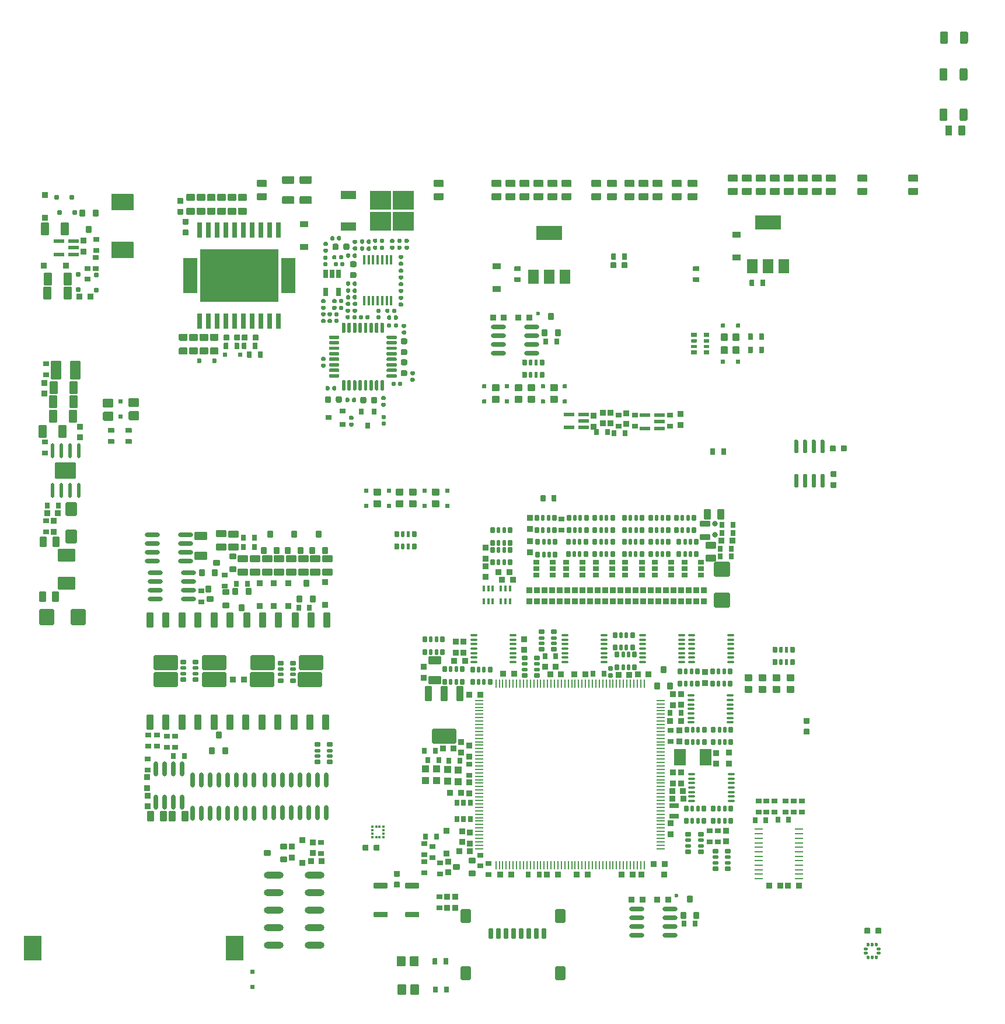
<source format=gtp>
G75*
G70*
%OFA0B0*%
%FSLAX25Y25*%
%IPPOS*%
%LPD*%
%AMOC8*
5,1,8,0,0,1.08239X$1,22.5*
%
%AMM145*
21,1,0.039370,0.049210,-0.000000,0.000000,180.000000*
21,1,0.031500,0.057090,-0.000000,0.000000,180.000000*
1,1,0.007870,-0.015750,0.024610*
1,1,0.007870,0.015750,0.024610*
1,1,0.007870,0.015750,-0.024610*
1,1,0.007870,-0.015750,-0.024610*
%
%AMM148*
21,1,0.027560,0.030710,-0.000000,0.000000,180.000000*
21,1,0.022050,0.036220,-0.000000,0.000000,180.000000*
1,1,0.005510,-0.011020,0.015350*
1,1,0.005510,0.011020,0.015350*
1,1,0.005510,0.011020,-0.015350*
1,1,0.005510,-0.011020,-0.015350*
%
%AMM152*
21,1,0.033470,0.026770,-0.000000,0.000000,0.000000*
21,1,0.026770,0.033470,-0.000000,0.000000,0.000000*
1,1,0.006690,0.013390,-0.013390*
1,1,0.006690,-0.013390,-0.013390*
1,1,0.006690,-0.013390,0.013390*
1,1,0.006690,0.013390,0.013390*
%
%AMM155*
21,1,0.027560,0.030710,-0.000000,0.000000,90.000000*
21,1,0.022050,0.036220,-0.000000,0.000000,90.000000*
1,1,0.005510,0.015350,0.011020*
1,1,0.005510,0.015350,-0.011020*
1,1,0.005510,-0.015350,-0.011020*
1,1,0.005510,-0.015350,0.011020*
%
%AMM157*
21,1,0.033470,0.026770,-0.000000,0.000000,270.000000*
21,1,0.026770,0.033470,-0.000000,0.000000,270.000000*
1,1,0.006690,-0.013390,-0.013390*
1,1,0.006690,-0.013390,0.013390*
1,1,0.006690,0.013390,0.013390*
1,1,0.006690,0.013390,-0.013390*
%
%AMM174*
21,1,0.035430,0.050000,-0.000000,-0.000000,90.000000*
21,1,0.028350,0.057090,-0.000000,-0.000000,90.000000*
1,1,0.007090,0.025000,0.014170*
1,1,0.007090,0.025000,-0.014170*
1,1,0.007090,-0.025000,-0.014170*
1,1,0.007090,-0.025000,0.014170*
%
%AMM175*
21,1,0.086610,0.073230,-0.000000,-0.000000,90.000000*
21,1,0.069290,0.090550,-0.000000,-0.000000,90.000000*
1,1,0.017320,0.036610,0.034650*
1,1,0.017320,0.036610,-0.034650*
1,1,0.017320,-0.036610,-0.034650*
1,1,0.017320,-0.036610,0.034650*
%
%AMM176*
21,1,0.027560,0.030710,-0.000000,-0.000000,270.000000*
21,1,0.022050,0.036220,-0.000000,-0.000000,270.000000*
1,1,0.005510,-0.015350,-0.011020*
1,1,0.005510,-0.015350,0.011020*
1,1,0.005510,0.015350,0.011020*
1,1,0.005510,0.015350,-0.011020*
%
%AMM178*
21,1,0.025590,0.026380,-0.000000,-0.000000,180.000000*
21,1,0.020470,0.031500,-0.000000,-0.000000,180.000000*
1,1,0.005120,-0.010240,0.013190*
1,1,0.005120,0.010240,0.013190*
1,1,0.005120,0.010240,-0.013190*
1,1,0.005120,-0.010240,-0.013190*
%
%AMM179*
21,1,0.023620,0.030710,-0.000000,-0.000000,270.000000*
21,1,0.018900,0.035430,-0.000000,-0.000000,270.000000*
1,1,0.004720,-0.015350,-0.009450*
1,1,0.004720,-0.015350,0.009450*
1,1,0.004720,0.015350,0.009450*
1,1,0.004720,0.015350,-0.009450*
%
%AMM180*
21,1,0.033470,0.026770,-0.000000,-0.000000,90.000000*
21,1,0.026770,0.033470,-0.000000,-0.000000,90.000000*
1,1,0.006690,0.013390,0.013390*
1,1,0.006690,0.013390,-0.013390*
1,1,0.006690,-0.013390,-0.013390*
1,1,0.006690,-0.013390,0.013390*
%
%AMM181*
21,1,0.017720,0.027950,-0.000000,-0.000000,180.000000*
21,1,0.014170,0.031500,-0.000000,-0.000000,180.000000*
1,1,0.003540,-0.007090,0.013980*
1,1,0.003540,0.007090,0.013980*
1,1,0.003540,0.007090,-0.013980*
1,1,0.003540,-0.007090,-0.013980*
%
%AMM182*
21,1,0.039370,0.049210,-0.000000,-0.000000,270.000000*
21,1,0.031500,0.057090,-0.000000,-0.000000,270.000000*
1,1,0.007870,-0.024610,-0.015750*
1,1,0.007870,-0.024610,0.015750*
1,1,0.007870,0.024610,0.015750*
1,1,0.007870,0.024610,-0.015750*
%
%AMM183*
21,1,0.027560,0.030710,-0.000000,-0.000000,180.000000*
21,1,0.022050,0.036220,-0.000000,-0.000000,180.000000*
1,1,0.005510,-0.011020,0.015350*
1,1,0.005510,0.011020,0.015350*
1,1,0.005510,0.011020,-0.015350*
1,1,0.005510,-0.011020,-0.015350*
%
%AMM184*
21,1,0.039370,0.049210,-0.000000,-0.000000,0.000000*
21,1,0.031500,0.057090,-0.000000,-0.000000,0.000000*
1,1,0.007870,0.015750,-0.024610*
1,1,0.007870,-0.015750,-0.024610*
1,1,0.007870,-0.015750,0.024610*
1,1,0.007870,0.015750,0.024610*
%
%AMM186*
21,1,0.033470,0.026770,-0.000000,-0.000000,0.000000*
21,1,0.026770,0.033470,-0.000000,-0.000000,0.000000*
1,1,0.006690,0.013390,-0.013390*
1,1,0.006690,-0.013390,-0.013390*
1,1,0.006690,-0.013390,0.013390*
1,1,0.006690,0.013390,0.013390*
%
%AMM204*
21,1,0.033470,0.026770,-0.000000,-0.000000,180.000000*
21,1,0.026770,0.033470,-0.000000,-0.000000,180.000000*
1,1,0.006690,-0.013390,0.013390*
1,1,0.006690,0.013390,0.013390*
1,1,0.006690,0.013390,-0.013390*
1,1,0.006690,-0.013390,-0.013390*
%
%AMM205*
21,1,0.027560,0.030710,-0.000000,-0.000000,90.000000*
21,1,0.022050,0.036220,-0.000000,-0.000000,90.000000*
1,1,0.005510,0.015350,0.011020*
1,1,0.005510,0.015350,-0.011020*
1,1,0.005510,-0.015350,-0.011020*
1,1,0.005510,-0.015350,0.011020*
%
%AMM216*
21,1,0.033470,0.026770,-0.000000,0.000000,180.000000*
21,1,0.026770,0.033470,-0.000000,0.000000,180.000000*
1,1,0.006690,-0.013390,0.013390*
1,1,0.006690,0.013390,0.013390*
1,1,0.006690,0.013390,-0.013390*
1,1,0.006690,-0.013390,-0.013390*
%
%AMM217*
21,1,0.070870,0.036220,-0.000000,0.000000,90.000000*
21,1,0.061810,0.045280,-0.000000,0.000000,90.000000*
1,1,0.009060,0.018110,0.030910*
1,1,0.009060,0.018110,-0.030910*
1,1,0.009060,-0.018110,-0.030910*
1,1,0.009060,-0.018110,0.030910*
%
%AMM228*
21,1,0.027560,0.030710,-0.000000,0.000000,270.000000*
21,1,0.022050,0.036220,-0.000000,0.000000,270.000000*
1,1,0.005510,-0.015350,-0.011020*
1,1,0.005510,-0.015350,0.011020*
1,1,0.005510,0.015350,0.011020*
1,1,0.005510,0.015350,-0.011020*
%
%AMM257*
21,1,0.025590,0.026380,-0.000000,-0.000000,90.000000*
21,1,0.020470,0.031500,-0.000000,-0.000000,90.000000*
1,1,0.005120,0.013190,0.010240*
1,1,0.005120,0.013190,-0.010240*
1,1,0.005120,-0.013190,-0.010240*
1,1,0.005120,-0.013190,0.010240*
%
%AMM258*
21,1,0.017720,0.027950,-0.000000,-0.000000,90.000000*
21,1,0.014170,0.031500,-0.000000,-0.000000,90.000000*
1,1,0.003540,0.013980,0.007090*
1,1,0.003540,0.013980,-0.007090*
1,1,0.003540,-0.013980,-0.007090*
1,1,0.003540,-0.013980,0.007090*
%
%AMM259*
21,1,0.035430,0.030320,-0.000000,-0.000000,0.000000*
21,1,0.028350,0.037400,-0.000000,-0.000000,0.000000*
1,1,0.007090,0.014170,-0.015160*
1,1,0.007090,-0.014170,-0.015160*
1,1,0.007090,-0.014170,0.015160*
1,1,0.007090,0.014170,0.015160*
%
%AMM260*
21,1,0.035830,0.026770,-0.000000,-0.000000,90.000000*
21,1,0.029130,0.033470,-0.000000,-0.000000,90.000000*
1,1,0.006690,0.013390,0.014570*
1,1,0.006690,0.013390,-0.014570*
1,1,0.006690,-0.013390,-0.014570*
1,1,0.006690,-0.013390,0.014570*
%
%AMM261*
21,1,0.033470,0.026770,-0.000000,-0.000000,270.000000*
21,1,0.026770,0.033470,-0.000000,-0.000000,270.000000*
1,1,0.006690,-0.013390,-0.013390*
1,1,0.006690,-0.013390,0.013390*
1,1,0.006690,0.013390,0.013390*
1,1,0.006690,0.013390,-0.013390*
%
%AMM262*
21,1,0.070870,0.036220,-0.000000,-0.000000,180.000000*
21,1,0.061810,0.045280,-0.000000,-0.000000,180.000000*
1,1,0.009060,-0.030910,0.018110*
1,1,0.009060,0.030910,0.018110*
1,1,0.009060,0.030910,-0.018110*
1,1,0.009060,-0.030910,-0.018110*
%
%AMM263*
21,1,0.035430,0.030320,-0.000000,-0.000000,90.000000*
21,1,0.028350,0.037400,-0.000000,-0.000000,90.000000*
1,1,0.007090,0.015160,0.014170*
1,1,0.007090,0.015160,-0.014170*
1,1,0.007090,-0.015160,-0.014170*
1,1,0.007090,-0.015160,0.014170*
%
%AMM269*
21,1,0.039370,0.035430,-0.000000,-0.000000,90.000000*
21,1,0.031500,0.043310,-0.000000,-0.000000,90.000000*
1,1,0.007870,0.017720,0.015750*
1,1,0.007870,0.017720,-0.015750*
1,1,0.007870,-0.017720,-0.015750*
1,1,0.007870,-0.017720,0.015750*
%
%AMM271*
21,1,0.137800,0.067720,-0.000000,-0.000000,180.000000*
21,1,0.120870,0.084650,-0.000000,-0.000000,180.000000*
1,1,0.016930,-0.060430,0.033860*
1,1,0.016930,0.060430,0.033860*
1,1,0.016930,0.060430,-0.033860*
1,1,0.016930,-0.060430,-0.033860*
%
%AMM272*
21,1,0.027560,0.030710,-0.000000,-0.000000,0.000000*
21,1,0.022050,0.036220,-0.000000,-0.000000,0.000000*
1,1,0.005510,0.011020,-0.015350*
1,1,0.005510,-0.011020,-0.015350*
1,1,0.005510,-0.011020,0.015350*
1,1,0.005510,0.011020,0.015350*
%
%AMM273*
21,1,0.043310,0.075990,-0.000000,-0.000000,180.000000*
21,1,0.034650,0.084650,-0.000000,-0.000000,180.000000*
1,1,0.008660,-0.017320,0.037990*
1,1,0.008660,0.017320,0.037990*
1,1,0.008660,0.017320,-0.037990*
1,1,0.008660,-0.017320,-0.037990*
%
%AMM274*
21,1,0.043310,0.075980,-0.000000,-0.000000,180.000000*
21,1,0.034650,0.084650,-0.000000,-0.000000,180.000000*
1,1,0.008660,-0.017320,0.037990*
1,1,0.008660,0.017320,0.037990*
1,1,0.008660,0.017320,-0.037990*
1,1,0.008660,-0.017320,-0.037990*
%
%AMM275*
21,1,0.035830,0.026770,-0.000000,-0.000000,0.000000*
21,1,0.029130,0.033470,-0.000000,-0.000000,0.000000*
1,1,0.006690,0.014570,-0.013390*
1,1,0.006690,-0.014570,-0.013390*
1,1,0.006690,-0.014570,0.013390*
1,1,0.006690,0.014570,0.013390*
%
%AMM276*
21,1,0.027560,0.018900,-0.000000,-0.000000,0.000000*
21,1,0.022840,0.023620,-0.000000,-0.000000,0.000000*
1,1,0.004720,0.011420,-0.009450*
1,1,0.004720,-0.011420,-0.009450*
1,1,0.004720,-0.011420,0.009450*
1,1,0.004720,0.011420,0.009450*
%
%AMM277*
21,1,0.027560,0.049610,-0.000000,-0.000000,90.000000*
21,1,0.022050,0.055120,-0.000000,-0.000000,90.000000*
1,1,0.005510,0.024800,0.011020*
1,1,0.005510,0.024800,-0.011020*
1,1,0.005510,-0.024800,-0.011020*
1,1,0.005510,-0.024800,0.011020*
%
%AMM281*
21,1,0.023620,0.030710,-0.000000,-0.000000,0.000000*
21,1,0.018900,0.035430,-0.000000,-0.000000,0.000000*
1,1,0.004720,0.009450,-0.015350*
1,1,0.004720,-0.009450,-0.015350*
1,1,0.004720,-0.009450,0.015350*
1,1,0.004720,0.009450,0.015350*
%
%AMM300*
21,1,0.035830,0.026770,-0.000000,0.000000,180.000000*
21,1,0.029130,0.033470,-0.000000,0.000000,180.000000*
1,1,0.006690,-0.014570,0.013390*
1,1,0.006690,0.014570,0.013390*
1,1,0.006690,0.014570,-0.013390*
1,1,0.006690,-0.014570,-0.013390*
%
%AMM303*
21,1,0.035430,0.030320,-0.000000,0.000000,90.000000*
21,1,0.028350,0.037400,-0.000000,0.000000,90.000000*
1,1,0.007090,0.015160,0.014170*
1,1,0.007090,0.015160,-0.014170*
1,1,0.007090,-0.015160,-0.014170*
1,1,0.007090,-0.015160,0.014170*
%
%AMM307*
21,1,0.017720,0.027950,-0.000000,0.000000,180.000000*
21,1,0.014170,0.031500,-0.000000,0.000000,180.000000*
1,1,0.003540,-0.007090,0.013980*
1,1,0.003540,0.007090,0.013980*
1,1,0.003540,0.007090,-0.013980*
1,1,0.003540,-0.007090,-0.013980*
%
%AMM308*
21,1,0.025590,0.026380,-0.000000,0.000000,180.000000*
21,1,0.020470,0.031500,-0.000000,0.000000,180.000000*
1,1,0.005120,-0.010240,0.013190*
1,1,0.005120,0.010240,0.013190*
1,1,0.005120,0.010240,-0.013190*
1,1,0.005120,-0.010240,-0.013190*
%
%AMM31*
21,1,0.027560,0.030710,0.000000,0.000000,270.000000*
21,1,0.022050,0.036220,0.000000,0.000000,270.000000*
1,1,0.005510,-0.015350,-0.011020*
1,1,0.005510,-0.015350,0.011020*
1,1,0.005510,0.015350,0.011020*
1,1,0.005510,0.015350,-0.011020*
%
%AMM318*
21,1,0.035830,0.026770,-0.000000,-0.000000,270.000000*
21,1,0.029130,0.033470,-0.000000,-0.000000,270.000000*
1,1,0.006690,-0.013390,-0.014570*
1,1,0.006690,-0.013390,0.014570*
1,1,0.006690,0.013390,0.014570*
1,1,0.006690,0.013390,-0.014570*
%
%AMM321*
21,1,0.035430,0.030320,-0.000000,-0.000000,180.000000*
21,1,0.028350,0.037400,-0.000000,-0.000000,180.000000*
1,1,0.007090,-0.014170,0.015160*
1,1,0.007090,0.014170,0.015160*
1,1,0.007090,0.014170,-0.015160*
1,1,0.007090,-0.014170,-0.015160*
%
%AMM322*
21,1,0.043310,0.075980,-0.000000,-0.000000,0.000000*
21,1,0.034650,0.084650,-0.000000,-0.000000,0.000000*
1,1,0.008660,0.017320,-0.037990*
1,1,0.008660,-0.017320,-0.037990*
1,1,0.008660,-0.017320,0.037990*
1,1,0.008660,0.017320,0.037990*
%
%AMM323*
21,1,0.137800,0.067720,-0.000000,-0.000000,0.000000*
21,1,0.120870,0.084650,-0.000000,-0.000000,0.000000*
1,1,0.016930,0.060430,-0.033860*
1,1,0.016930,-0.060430,-0.033860*
1,1,0.016930,-0.060430,0.033860*
1,1,0.016930,0.060430,0.033860*
%
%AMM324*
21,1,0.043310,0.075990,-0.000000,-0.000000,0.000000*
21,1,0.034650,0.084650,-0.000000,-0.000000,0.000000*
1,1,0.008660,0.017320,-0.037990*
1,1,0.008660,-0.017320,-0.037990*
1,1,0.008660,-0.017320,0.037990*
1,1,0.008660,0.017320,0.037990*
%
%AMM325*
21,1,0.017720,0.027950,-0.000000,-0.000000,270.000000*
21,1,0.014170,0.031500,-0.000000,-0.000000,270.000000*
1,1,0.003540,-0.013980,-0.007090*
1,1,0.003540,-0.013980,0.007090*
1,1,0.003540,0.013980,0.007090*
1,1,0.003540,0.013980,-0.007090*
%
%AMM327*
21,1,0.025590,0.026380,-0.000000,-0.000000,270.000000*
21,1,0.020470,0.031500,-0.000000,-0.000000,270.000000*
1,1,0.005120,-0.013190,-0.010240*
1,1,0.005120,-0.013190,0.010240*
1,1,0.005120,0.013190,0.010240*
1,1,0.005120,0.013190,-0.010240*
%
%AMM335*
21,1,0.012600,0.028980,-0.000000,0.000000,0.000000*
21,1,0.010080,0.031500,-0.000000,0.000000,0.000000*
1,1,0.002520,0.005040,-0.014490*
1,1,0.002520,-0.005040,-0.014490*
1,1,0.002520,-0.005040,0.014490*
1,1,0.002520,0.005040,0.014490*
%
%AMM345*
21,1,0.035830,0.026770,-0.000000,0.000000,90.000000*
21,1,0.029130,0.033470,-0.000000,0.000000,90.000000*
1,1,0.006690,0.013390,0.014570*
1,1,0.006690,0.013390,-0.014570*
1,1,0.006690,-0.013390,-0.014570*
1,1,0.006690,-0.013390,0.014570*
%
%AMM35*
21,1,0.033470,0.026770,0.000000,0.000000,90.000000*
21,1,0.026770,0.033470,0.000000,0.000000,90.000000*
1,1,0.006690,0.013390,0.013390*
1,1,0.006690,0.013390,-0.013390*
1,1,0.006690,-0.013390,-0.013390*
1,1,0.006690,-0.013390,0.013390*
%
%AMM351*
21,1,0.021650,0.052760,-0.000000,-0.000000,90.000000*
21,1,0.017320,0.057090,-0.000000,-0.000000,90.000000*
1,1,0.004330,0.026380,0.008660*
1,1,0.004330,0.026380,-0.008660*
1,1,0.004330,-0.026380,-0.008660*
1,1,0.004330,-0.026380,0.008660*
%
%AMM353*
21,1,0.035430,0.030320,-0.000000,0.000000,180.000000*
21,1,0.028350,0.037400,-0.000000,0.000000,180.000000*
1,1,0.007090,-0.014170,0.015160*
1,1,0.007090,0.014170,0.015160*
1,1,0.007090,0.014170,-0.015160*
1,1,0.007090,-0.014170,-0.015160*
%
%AMM355*
21,1,0.021650,0.052760,-0.000000,0.000000,90.000000*
21,1,0.017320,0.057090,-0.000000,0.000000,90.000000*
1,1,0.004330,0.026380,0.008660*
1,1,0.004330,0.026380,-0.008660*
1,1,0.004330,-0.026380,-0.008660*
1,1,0.004330,-0.026380,0.008660*
%
%AMM356*
21,1,0.023620,0.018900,-0.000000,0.000000,0.000000*
21,1,0.018900,0.023620,-0.000000,0.000000,0.000000*
1,1,0.004720,0.009450,-0.009450*
1,1,0.004720,-0.009450,-0.009450*
1,1,0.004720,-0.009450,0.009450*
1,1,0.004720,0.009450,0.009450*
%
%AMM357*
21,1,0.094490,0.111020,-0.000000,0.000000,270.000000*
21,1,0.075590,0.129920,-0.000000,0.000000,270.000000*
1,1,0.018900,-0.055510,-0.037800*
1,1,0.018900,-0.055510,0.037800*
1,1,0.018900,0.055510,0.037800*
1,1,0.018900,0.055510,-0.037800*
%
%AMM358*
21,1,0.023620,0.018900,-0.000000,0.000000,270.000000*
21,1,0.018900,0.023620,-0.000000,0.000000,270.000000*
1,1,0.004720,-0.009450,-0.009450*
1,1,0.004720,-0.009450,0.009450*
1,1,0.004720,0.009450,0.009450*
1,1,0.004720,0.009450,-0.009450*
%
%AMM364*
21,1,0.106300,0.050390,-0.000000,0.000000,90.000000*
21,1,0.093700,0.062990,-0.000000,0.000000,90.000000*
1,1,0.012600,0.025200,0.046850*
1,1,0.012600,0.025200,-0.046850*
1,1,0.012600,-0.025200,-0.046850*
1,1,0.012600,-0.025200,0.046850*
%
%AMM365*
21,1,0.074800,0.083460,-0.000000,0.000000,270.000000*
21,1,0.059840,0.098430,-0.000000,0.000000,270.000000*
1,1,0.014960,-0.041730,-0.029920*
1,1,0.014960,-0.041730,0.029920*
1,1,0.014960,0.041730,0.029920*
1,1,0.014960,0.041730,-0.029920*
%
%AMM366*
21,1,0.078740,0.053540,-0.000000,0.000000,270.000000*
21,1,0.065350,0.066930,-0.000000,0.000000,270.000000*
1,1,0.013390,-0.026770,-0.032680*
1,1,0.013390,-0.026770,0.032680*
1,1,0.013390,0.026770,0.032680*
1,1,0.013390,0.026770,-0.032680*
%
%AMM367*
21,1,0.122050,0.075590,-0.000000,0.000000,0.000000*
21,1,0.103150,0.094490,-0.000000,0.000000,0.000000*
1,1,0.018900,0.051580,-0.037800*
1,1,0.018900,-0.051580,-0.037800*
1,1,0.018900,-0.051580,0.037800*
1,1,0.018900,0.051580,0.037800*
%
%AMM368*
21,1,0.086610,0.073230,-0.000000,0.000000,180.000000*
21,1,0.069290,0.090550,-0.000000,0.000000,180.000000*
1,1,0.017320,-0.034650,0.036610*
1,1,0.017320,0.034650,0.036610*
1,1,0.017320,0.034650,-0.036610*
1,1,0.017320,-0.034650,-0.036610*
%
%AMM369*
21,1,0.070870,0.036220,-0.000000,0.000000,270.000000*
21,1,0.061810,0.045280,-0.000000,0.000000,270.000000*
1,1,0.009060,-0.018110,-0.030910*
1,1,0.009060,-0.018110,0.030910*
1,1,0.009060,0.018110,0.030910*
1,1,0.009060,0.018110,-0.030910*
%
%AMM80*
21,1,0.078740,0.045670,0.000000,0.000000,270.000000*
21,1,0.067320,0.057090,0.000000,0.000000,270.000000*
1,1,0.011420,-0.022840,-0.033660*
1,1,0.011420,-0.022840,0.033660*
1,1,0.011420,0.022840,0.033660*
1,1,0.011420,0.022840,-0.033660*
%
%AMM81*
21,1,0.059060,0.020470,0.000000,0.000000,270.000000*
21,1,0.053940,0.025590,0.000000,0.000000,270.000000*
1,1,0.005120,-0.010240,-0.026970*
1,1,0.005120,-0.010240,0.026970*
1,1,0.005120,0.010240,0.026970*
1,1,0.005120,0.010240,-0.026970*
%
%ADD11O,0.05118X0.00866*%
%ADD113R,0.03150X0.03543*%
%ADD117O,0.00866X0.05118*%
%ADD133C,0.02362*%
%ADD140R,0.01476X0.01378*%
%ADD152M31*%
%ADD158R,0.45000X0.30000*%
%ADD162R,0.03543X0.03150*%
%ADD168R,0.10236X0.14173*%
%ADD182R,0.03150X0.08661*%
%ADD187M81*%
%ADD194M35*%
%ADD226O,0.00000X0.00000*%
%ADD251C,0.03150*%
%ADD270O,0.04961X0.00984*%
%ADD272R,0.06693X0.09449*%
%ADD283O,0.04331X0.01181*%
%ADD287M80*%
%ADD313O,0.02362X0.08661*%
%ADD328R,0.08000X0.20000*%
%ADD331R,0.14961X0.07874*%
%ADD364M145*%
%ADD367M148*%
%ADD371M152*%
%ADD374M155*%
%ADD376M157*%
%ADD393M174*%
%ADD394M175*%
%ADD395M176*%
%ADD397M178*%
%ADD398M179*%
%ADD399M180*%
%ADD400M181*%
%ADD401M182*%
%ADD402M183*%
%ADD403M184*%
%ADD405M186*%
%ADD427M204*%
%ADD428M205*%
%ADD439M216*%
%ADD440M217*%
%ADD452M228*%
%ADD484M257*%
%ADD485M258*%
%ADD486M259*%
%ADD487M260*%
%ADD488M261*%
%ADD489M262*%
%ADD490M263*%
%ADD496M269*%
%ADD498M271*%
%ADD499M272*%
%ADD500M273*%
%ADD501M274*%
%ADD502M275*%
%ADD503M276*%
%ADD504M277*%
%ADD508M281*%
%ADD533M300*%
%ADD540M303*%
%ADD544M307*%
%ADD545M308*%
%ADD560M318*%
%ADD563M321*%
%ADD564M322*%
%ADD565M323*%
%ADD566M324*%
%ADD567M325*%
%ADD569M327*%
%ADD577M335*%
%ADD586O,0.11221X0.04016*%
%ADD588M345*%
%ADD598M351*%
%ADD600M353*%
%ADD602M355*%
%ADD603M356*%
%ADD604M357*%
%ADD605M358*%
%ADD615M364*%
%ADD616M365*%
%ADD617O,0.01968X0.08661*%
%ADD618M366*%
%ADD619M367*%
%ADD620M368*%
%ADD621M369*%
%ADD633R,0.08661X0.04724*%
%ADD634R,0.01772X0.05709*%
%ADD635R,0.02559X0.04803*%
%ADD637R,0.12008X0.10827*%
%ADD74R,0.01378X0.01476*%
%ADD88R,0.05906X0.07874*%
%ADD91O,0.08661X0.02362*%
%ADD94O,0.03937X0.01968*%
X0000000Y0000000D02*
%LPD*%
G01*
D226*
X0354207Y0023012D03*
X0323695Y0076358D03*
X0326727Y0017992D03*
G36*
G01*
X0584286Y0525612D02*
X0587003Y0525612D01*
G75*
G02*
X0587908Y0524706I0000000J-000906D01*
G01*
X0587908Y0519430D01*
G75*
G02*
X0587003Y0518525I-000906J0000000D01*
G01*
X0584286Y0518525D01*
G75*
G02*
X0583381Y0519430I0000000J0000906D01*
G01*
X0583381Y0524706D01*
G75*
G02*
X0584286Y0525612I0000906J0000000D01*
G01*
G37*
G36*
G01*
X0572869Y0525612D02*
X0575585Y0525612D01*
G75*
G02*
X0576491Y0524706I0000000J-000906D01*
G01*
X0576491Y0519430D01*
G75*
G02*
X0575585Y0518525I-000906J0000000D01*
G01*
X0572869Y0518525D01*
G75*
G02*
X0571963Y0519430I0000000J0000906D01*
G01*
X0571963Y0524706D01*
G75*
G02*
X0572869Y0525612I0000906J0000000D01*
G01*
G37*
G36*
G01*
X0464396Y0476360D02*
X0459475Y0476360D01*
G75*
G02*
X0459081Y0476753I0000000J0000394D01*
G01*
X0459081Y0479903D01*
G75*
G02*
X0459475Y0480297I0000394J0000000D01*
G01*
X0464396Y0480297D01*
G75*
G02*
X0464790Y0479903I0000000J-000394D01*
G01*
X0464790Y0476753D01*
G75*
G02*
X0464396Y0476360I-000394J0000000D01*
G01*
G37*
G36*
G01*
X0464396Y0483840D02*
X0459475Y0483840D01*
G75*
G02*
X0459081Y0484234I0000000J0000394D01*
G01*
X0459081Y0487383D01*
G75*
G02*
X0459475Y0487777I0000394J0000000D01*
G01*
X0464396Y0487777D01*
G75*
G02*
X0464790Y0487383I0000000J-000394D01*
G01*
X0464790Y0484234D01*
G75*
G02*
X0464396Y0483840I-000394J0000000D01*
G01*
G37*
G36*
G01*
X0559396Y0476360D02*
X0554475Y0476360D01*
G75*
G02*
X0554081Y0476753I0000000J0000394D01*
G01*
X0554081Y0479903D01*
G75*
G02*
X0554475Y0480297I0000394J0000000D01*
G01*
X0559396Y0480297D01*
G75*
G02*
X0559790Y0479903I0000000J-000394D01*
G01*
X0559790Y0476753D01*
G75*
G02*
X0559396Y0476360I-000394J0000000D01*
G01*
G37*
G36*
G01*
X0559396Y0483840D02*
X0554475Y0483840D01*
G75*
G02*
X0554081Y0484234I0000000J0000394D01*
G01*
X0554081Y0487383D01*
G75*
G02*
X0554475Y0487777I0000394J0000000D01*
G01*
X0559396Y0487777D01*
G75*
G02*
X0559790Y0487383I0000000J-000394D01*
G01*
X0559790Y0484234D01*
G75*
G02*
X0559396Y0483840I-000394J0000000D01*
G01*
G37*
G36*
G01*
X0097283Y0343159D02*
X0100354Y0343159D01*
G75*
G02*
X0100630Y0342884I0000000J-000276D01*
G01*
X0100630Y0340679D01*
G75*
G02*
X0100354Y0340404I-000276J0000000D01*
G01*
X0097283Y0340404D01*
G75*
G02*
X0097008Y0340679I0000000J0000276D01*
G01*
X0097008Y0342884D01*
G75*
G02*
X0097283Y0343159I0000276J0000000D01*
G01*
G37*
G36*
G01*
X0097283Y0336860D02*
X0100354Y0336860D01*
G75*
G02*
X0100630Y0336585I0000000J-000276D01*
G01*
X0100630Y0334380D01*
G75*
G02*
X0100354Y0334104I-000276J0000000D01*
G01*
X0097283Y0334104D01*
G75*
G02*
X0097008Y0334380I0000000J0000276D01*
G01*
X0097008Y0336585D01*
G75*
G02*
X0097283Y0336860I0000276J0000000D01*
G01*
G37*
G36*
G01*
X0450007Y0331281D02*
X0450007Y0328210D01*
G75*
G02*
X0449731Y0327934I-000276J0000000D01*
G01*
X0447526Y0327934D01*
G75*
G02*
X0447251Y0328210I0000000J0000276D01*
G01*
X0447251Y0331281D01*
G75*
G02*
X0447526Y0331556I0000276J0000000D01*
G01*
X0449731Y0331556D01*
G75*
G02*
X0450007Y0331281I0000000J-000276D01*
G01*
G37*
G36*
G01*
X0443707Y0331281D02*
X0443707Y0328210D01*
G75*
G02*
X0443432Y0327934I-000276J0000000D01*
G01*
X0441227Y0327934D01*
G75*
G02*
X0440951Y0328210I0000000J0000276D01*
G01*
X0440951Y0331281D01*
G75*
G02*
X0441227Y0331556I0000276J0000000D01*
G01*
X0443432Y0331556D01*
G75*
G02*
X0443707Y0331281I0000000J-000276D01*
G01*
G37*
G36*
G01*
X0242507Y0102226D02*
X0242507Y0104903D01*
G75*
G02*
X0242841Y0105238I0000335J0000000D01*
G01*
X0245518Y0105238D01*
G75*
G02*
X0245853Y0104903I0000000J-000335D01*
G01*
X0245853Y0102226D01*
G75*
G02*
X0245518Y0101891I-000335J0000000D01*
G01*
X0242841Y0101891D01*
G75*
G02*
X0242507Y0102226I0000000J0000335D01*
G01*
G37*
G36*
G01*
X0248727Y0102226D02*
X0248727Y0104903D01*
G75*
G02*
X0249062Y0105238I0000335J0000000D01*
G01*
X0251739Y0105238D01*
G75*
G02*
X0252074Y0104903I0000000J-000335D01*
G01*
X0252074Y0102226D01*
G75*
G02*
X0251739Y0101891I-000335J0000000D01*
G01*
X0249062Y0101891D01*
G75*
G02*
X0248727Y0102226I0000000J0000335D01*
G01*
G37*
G36*
G01*
X0488396Y0476360D02*
X0483475Y0476360D01*
G75*
G02*
X0483081Y0476753I0000000J0000394D01*
G01*
X0483081Y0479903D01*
G75*
G02*
X0483475Y0480297I0000394J0000000D01*
G01*
X0488396Y0480297D01*
G75*
G02*
X0488790Y0479903I0000000J-000394D01*
G01*
X0488790Y0476753D01*
G75*
G02*
X0488396Y0476360I-000394J0000000D01*
G01*
G37*
G36*
G01*
X0488396Y0483840D02*
X0483475Y0483840D01*
G75*
G02*
X0483081Y0484234I0000000J0000394D01*
G01*
X0483081Y0487383D01*
G75*
G02*
X0483475Y0487777I0000394J0000000D01*
G01*
X0488396Y0487777D01*
G75*
G02*
X0488790Y0487383I0000000J-000394D01*
G01*
X0488790Y0484234D01*
G75*
G02*
X0488396Y0483840I-000394J0000000D01*
G01*
G37*
G36*
G01*
X0172054Y0391517D02*
X0172054Y0388446D01*
G75*
G02*
X0171778Y0388171I-000276J0000000D01*
G01*
X0169574Y0388171D01*
G75*
G02*
X0169298Y0388446I0000000J0000276D01*
G01*
X0169298Y0391517D01*
G75*
G02*
X0169574Y0391793I0000276J0000000D01*
G01*
X0171778Y0391793D01*
G75*
G02*
X0172054Y0391517I0000000J-000276D01*
G01*
G37*
G36*
G01*
X0165755Y0391517D02*
X0165755Y0388446D01*
G75*
G02*
X0165479Y0388171I-000276J0000000D01*
G01*
X0163274Y0388171D01*
G75*
G02*
X0162999Y0388446I0000000J0000276D01*
G01*
X0162999Y0391517D01*
G75*
G02*
X0163274Y0391793I0000276J0000000D01*
G01*
X0165479Y0391793D01*
G75*
G02*
X0165755Y0391517I0000000J-000276D01*
G01*
G37*
X0225374Y0268983D03*
G36*
G01*
X0267347Y0025001D02*
X0267347Y0020119D01*
G75*
G02*
X0266835Y0019608I-000512J0000000D01*
G01*
X0262740Y0019608D01*
G75*
G02*
X0262228Y0020119I0000000J0000512D01*
G01*
X0262228Y0025001D01*
G75*
G02*
X0262740Y0025513I0000512J0000000D01*
G01*
X0266835Y0025513D01*
G75*
G02*
X0267347Y0025001I0000000J-000512D01*
G01*
G37*
G36*
G01*
X0274827Y0025001D02*
X0274827Y0020119D01*
G75*
G02*
X0274315Y0019608I-000512J0000000D01*
G01*
X0270221Y0019608D01*
G75*
G02*
X0269709Y0020119I0000000J0000512D01*
G01*
X0269709Y0025001D01*
G75*
G02*
X0270221Y0025513I0000512J0000000D01*
G01*
X0274315Y0025513D01*
G75*
G02*
X0274827Y0025001I0000000J-000512D01*
G01*
G37*
G36*
G01*
X0353396Y0473360D02*
X0348475Y0473360D01*
G75*
G02*
X0348081Y0473753I0000000J0000394D01*
G01*
X0348081Y0476903D01*
G75*
G02*
X0348475Y0477297I0000394J0000000D01*
G01*
X0353396Y0477297D01*
G75*
G02*
X0353790Y0476903I0000000J-000394D01*
G01*
X0353790Y0473753D01*
G75*
G02*
X0353396Y0473360I-000394J0000000D01*
G01*
G37*
G36*
G01*
X0353396Y0480840D02*
X0348475Y0480840D01*
G75*
G02*
X0348081Y0481234I0000000J0000394D01*
G01*
X0348081Y0484383D01*
G75*
G02*
X0348475Y0484777I0000394J0000000D01*
G01*
X0353396Y0484777D01*
G75*
G02*
X0353790Y0484383I0000000J-000394D01*
G01*
X0353790Y0481234D01*
G75*
G02*
X0353396Y0480840I-000394J0000000D01*
G01*
G37*
G36*
G01*
X0243354Y0297793D02*
X0243354Y0299682D01*
G75*
G02*
X0243590Y0299919I0000236J0000000D01*
G01*
X0245480Y0299919D01*
G75*
G02*
X0245716Y0299682I0000000J-000236D01*
G01*
X0245716Y0297793D01*
G75*
G02*
X0245480Y0297556I-000236J0000000D01*
G01*
X0243590Y0297556D01*
G75*
G02*
X0243354Y0297793I0000000J0000236D01*
G01*
G37*
G36*
G01*
X0243354Y0306454D02*
X0243354Y0308344D01*
G75*
G02*
X0243590Y0308580I0000236J0000000D01*
G01*
X0245480Y0308580D01*
G75*
G02*
X0245716Y0308344I0000000J-000236D01*
G01*
X0245716Y0306454D01*
G75*
G02*
X0245480Y0306218I-000236J0000000D01*
G01*
X0243590Y0306218D01*
G75*
G02*
X0243354Y0306454I0000000J0000236D01*
G01*
G37*
G36*
G01*
X0136969Y0474515D02*
X0139646Y0474515D01*
G75*
G02*
X0139981Y0474180I0000000J-000335D01*
G01*
X0139981Y0471503D01*
G75*
G02*
X0139646Y0471168I-000335J0000000D01*
G01*
X0136969Y0471168D01*
G75*
G02*
X0136635Y0471503I0000000J0000335D01*
G01*
X0136635Y0474180D01*
G75*
G02*
X0136969Y0474515I0000335J0000000D01*
G01*
G37*
G36*
G01*
X0136969Y0468294D02*
X0139646Y0468294D01*
G75*
G02*
X0139981Y0467960I0000000J-000335D01*
G01*
X0139981Y0465283D01*
G75*
G02*
X0139646Y0464948I-000335J0000000D01*
G01*
X0136969Y0464948D01*
G75*
G02*
X0136635Y0465283I0000000J0000335D01*
G01*
X0136635Y0467960D01*
G75*
G02*
X0136969Y0468294I0000335J0000000D01*
G01*
G37*
G36*
G01*
X0260676Y0090336D02*
X0263353Y0090336D01*
G75*
G02*
X0263688Y0090001I0000000J-000335D01*
G01*
X0263688Y0087324D01*
G75*
G02*
X0263353Y0086990I-000335J0000000D01*
G01*
X0260676Y0086990D01*
G75*
G02*
X0260341Y0087324I0000000J0000335D01*
G01*
X0260341Y0090001D01*
G75*
G02*
X0260676Y0090336I0000335J0000000D01*
G01*
G37*
G36*
G01*
X0260676Y0084116D02*
X0263353Y0084116D01*
G75*
G02*
X0263688Y0083781I0000000J-000335D01*
G01*
X0263688Y0081104D01*
G75*
G02*
X0263353Y0080769I-000335J0000000D01*
G01*
X0260676Y0080769D01*
G75*
G02*
X0260341Y0081104I0000000J0000335D01*
G01*
X0260341Y0083781D01*
G75*
G02*
X0260676Y0084116I0000335J0000000D01*
G01*
G37*
G36*
G01*
X0453928Y0455336D02*
X0457944Y0455336D01*
G75*
G02*
X0458298Y0454982I0000000J-000354D01*
G01*
X0458298Y0452147D01*
G75*
G02*
X0457944Y0451793I-000354J0000000D01*
G01*
X0453928Y0451793D01*
G75*
G02*
X0453574Y0452147I0000000J0000354D01*
G01*
X0453574Y0454982D01*
G75*
G02*
X0453928Y0455336I0000354J0000000D01*
G01*
G37*
G36*
G01*
X0453928Y0442344D02*
X0457944Y0442344D01*
G75*
G02*
X0458298Y0441990I0000000J-000354D01*
G01*
X0458298Y0439155D01*
G75*
G02*
X0457944Y0438801I-000354J0000000D01*
G01*
X0453928Y0438801D01*
G75*
G02*
X0453574Y0439155I0000000J0000354D01*
G01*
X0453574Y0441990D01*
G75*
G02*
X0453928Y0442344I0000354J0000000D01*
G01*
G37*
G36*
G01*
X0249140Y0083486D02*
X0256385Y0083486D01*
G75*
G02*
X0256700Y0083171I0000000J-000315D01*
G01*
X0256700Y0080651D01*
G75*
G02*
X0256385Y0080336I-000315J0000000D01*
G01*
X0249140Y0080336D01*
G75*
G02*
X0248826Y0080651I0000000J0000315D01*
G01*
X0248826Y0083171D01*
G75*
G02*
X0249140Y0083486I0000315J0000000D01*
G01*
G37*
G36*
G01*
X0249140Y0066950D02*
X0256385Y0066950D01*
G75*
G02*
X0256700Y0066635I0000000J-000315D01*
G01*
X0256700Y0064116D01*
G75*
G02*
X0256385Y0063801I-000315J0000000D01*
G01*
X0249140Y0063801D01*
G75*
G02*
X0248826Y0064116I0000000J0000315D01*
G01*
X0248826Y0066635D01*
G75*
G02*
X0249140Y0066950I0000315J0000000D01*
G01*
G37*
G36*
G01*
X0285874Y0297950D02*
X0282330Y0297950D01*
G75*
G02*
X0281937Y0298344I0000000J0000394D01*
G01*
X0281937Y0301493D01*
G75*
G02*
X0282330Y0301887I0000394J0000000D01*
G01*
X0285874Y0301887D01*
G75*
G02*
X0286267Y0301493I0000000J-000394D01*
G01*
X0286267Y0298344D01*
G75*
G02*
X0285874Y0297950I-000394J0000000D01*
G01*
G37*
G36*
G01*
X0285874Y0304643D02*
X0282330Y0304643D01*
G75*
G02*
X0281937Y0305037I0000000J0000394D01*
G01*
X0281937Y0308186D01*
G75*
G02*
X0282330Y0308580I0000394J0000000D01*
G01*
X0285874Y0308580D01*
G75*
G02*
X0286267Y0308186I0000000J-000394D01*
G01*
X0286267Y0305037D01*
G75*
G02*
X0285874Y0304643I-000394J0000000D01*
G01*
G37*
G36*
G01*
X0518924Y0332856D02*
X0518924Y0330179D01*
G75*
G02*
X0518589Y0329844I-000335J0000000D01*
G01*
X0515912Y0329844D01*
G75*
G02*
X0515577Y0330179I0000000J0000335D01*
G01*
X0515577Y0332856D01*
G75*
G02*
X0515912Y0333190I0000335J0000000D01*
G01*
X0518589Y0333190D01*
G75*
G02*
X0518924Y0332856I0000000J-000335D01*
G01*
G37*
G36*
G01*
X0512703Y0332856D02*
X0512703Y0330179D01*
G75*
G02*
X0512369Y0329844I-000335J0000000D01*
G01*
X0509692Y0329844D01*
G75*
G02*
X0509357Y0330179I0000000J0000335D01*
G01*
X0509357Y0332856D01*
G75*
G02*
X0509692Y0333190I0000335J0000000D01*
G01*
X0512369Y0333190D01*
G75*
G02*
X0512703Y0332856I0000000J-000335D01*
G01*
G37*
G36*
G01*
X0289755Y0297793D02*
X0289755Y0299682D01*
G75*
G02*
X0289991Y0299919I0000236J0000000D01*
G01*
X0291881Y0299919D01*
G75*
G02*
X0292117Y0299682I0000000J-000236D01*
G01*
X0292117Y0297793D01*
G75*
G02*
X0291881Y0297556I-000236J0000000D01*
G01*
X0289991Y0297556D01*
G75*
G02*
X0289755Y0297793I0000000J0000236D01*
G01*
G37*
G36*
G01*
X0289755Y0306454D02*
X0289755Y0308344D01*
G75*
G02*
X0289991Y0308580I0000236J0000000D01*
G01*
X0291881Y0308580D01*
G75*
G02*
X0292117Y0308344I0000000J-000236D01*
G01*
X0292117Y0306454D01*
G75*
G02*
X0291881Y0306218I-000236J0000000D01*
G01*
X0289991Y0306218D01*
G75*
G02*
X0289755Y0306454I0000000J0000236D01*
G01*
G37*
G36*
G01*
X0326060Y0367944D02*
X0326060Y0366054D01*
G75*
G02*
X0325824Y0365818I-000236J0000000D01*
G01*
X0323934Y0365818D01*
G75*
G02*
X0323698Y0366054I0000000J0000236D01*
G01*
X0323698Y0367944D01*
G75*
G02*
X0323934Y0368180I0000236J0000000D01*
G01*
X0325824Y0368180D01*
G75*
G02*
X0326060Y0367944I0000000J-000236D01*
G01*
G37*
G36*
G01*
X0326060Y0359283D02*
X0326060Y0357393D01*
G75*
G02*
X0325824Y0357157I-000236J0000000D01*
G01*
X0323934Y0357157D01*
G75*
G02*
X0323698Y0357393I0000000J0000236D01*
G01*
X0323698Y0359283D01*
G75*
G02*
X0323934Y0359519I0000236J0000000D01*
G01*
X0325824Y0359519D01*
G75*
G02*
X0326060Y0359283I0000000J-000236D01*
G01*
G37*
G36*
G01*
X0114154Y0355167D02*
X0109272Y0355167D01*
G75*
G02*
X0108760Y0355679I0000000J0000512D01*
G01*
X0108760Y0359774D01*
G75*
G02*
X0109272Y0360286I0000512J0000000D01*
G01*
X0114154Y0360286D01*
G75*
G02*
X0114665Y0359774I0000000J-000512D01*
G01*
X0114665Y0355679D01*
G75*
G02*
X0114154Y0355167I-000512J0000000D01*
G01*
G37*
G36*
G01*
X0114154Y0347687D02*
X0109272Y0347687D01*
G75*
G02*
X0108760Y0348199I0000000J0000512D01*
G01*
X0108760Y0352293D01*
G75*
G02*
X0109272Y0352805I0000512J0000000D01*
G01*
X0114154Y0352805D01*
G75*
G02*
X0114665Y0352293I0000000J-000512D01*
G01*
X0114665Y0348199D01*
G75*
G02*
X0114154Y0347687I-000512J0000000D01*
G01*
G37*
G36*
G01*
X0155617Y0396970D02*
X0159751Y0396970D01*
G75*
G02*
X0160144Y0396576I0000000J-000394D01*
G01*
X0160144Y0393427D01*
G75*
G02*
X0159751Y0393033I-000394J0000000D01*
G01*
X0155617Y0393033D01*
G75*
G02*
X0155223Y0393427I0000000J0000394D01*
G01*
X0155223Y0396576D01*
G75*
G02*
X0155617Y0396970I0000394J0000000D01*
G01*
G37*
G36*
G01*
X0155617Y0389096D02*
X0159751Y0389096D01*
G75*
G02*
X0160144Y0388702I0000000J-000394D01*
G01*
X0160144Y0385553D01*
G75*
G02*
X0159751Y0385159I-000394J0000000D01*
G01*
X0155617Y0385159D01*
G75*
G02*
X0155223Y0385553I0000000J0000394D01*
G01*
X0155223Y0388702D01*
G75*
G02*
X0155617Y0389096I0000394J0000000D01*
G01*
G37*
G36*
G01*
X0530396Y0476360D02*
X0525475Y0476360D01*
G75*
G02*
X0525081Y0476753I0000000J0000394D01*
G01*
X0525081Y0479903D01*
G75*
G02*
X0525475Y0480297I0000394J0000000D01*
G01*
X0530396Y0480297D01*
G75*
G02*
X0530790Y0479903I0000000J-000394D01*
G01*
X0530790Y0476753D01*
G75*
G02*
X0530396Y0476360I-000394J0000000D01*
G01*
G37*
G36*
G01*
X0530396Y0483840D02*
X0525475Y0483840D01*
G75*
G02*
X0525081Y0484234I0000000J0000394D01*
G01*
X0525081Y0487383D01*
G75*
G02*
X0525475Y0487777I0000394J0000000D01*
G01*
X0530396Y0487777D01*
G75*
G02*
X0530790Y0487383I0000000J-000394D01*
G01*
X0530790Y0484234D01*
G75*
G02*
X0530396Y0483840I-000394J0000000D01*
G01*
G37*
G36*
G01*
X0273235Y0283930D02*
X0273235Y0281293D01*
G75*
G02*
X0272979Y0281037I-000256J0000000D01*
G01*
X0270932Y0281037D01*
G75*
G02*
X0270676Y0281293I0000000J0000256D01*
G01*
X0270676Y0283930D01*
G75*
G02*
X0270932Y0284186I0000256J0000000D01*
G01*
X0272979Y0284186D01*
G75*
G02*
X0273235Y0283930I0000000J-000256D01*
G01*
G37*
G36*
G01*
X0269396Y0284009D02*
X0269396Y0281214D01*
G75*
G02*
X0269219Y0281037I-000177J0000000D01*
G01*
X0267802Y0281037D01*
G75*
G02*
X0267625Y0281214I0000000J0000177D01*
G01*
X0267625Y0284009D01*
G75*
G02*
X0267802Y0284186I0000177J0000000D01*
G01*
X0269219Y0284186D01*
G75*
G02*
X0269396Y0284009I0000000J-000177D01*
G01*
G37*
G36*
G01*
X0266247Y0284009D02*
X0266247Y0281214D01*
G75*
G02*
X0266070Y0281037I-000177J0000000D01*
G01*
X0264652Y0281037D01*
G75*
G02*
X0264475Y0281214I0000000J0000177D01*
G01*
X0264475Y0284009D01*
G75*
G02*
X0264652Y0284186I0000177J0000000D01*
G01*
X0266070Y0284186D01*
G75*
G02*
X0266247Y0284009I0000000J-000177D01*
G01*
G37*
G36*
G01*
X0263196Y0283930D02*
X0263196Y0281293D01*
G75*
G02*
X0262940Y0281037I-000256J0000000D01*
G01*
X0260892Y0281037D01*
G75*
G02*
X0260637Y0281293I0000000J0000256D01*
G01*
X0260637Y0283930D01*
G75*
G02*
X0260892Y0284186I0000256J0000000D01*
G01*
X0262940Y0284186D01*
G75*
G02*
X0263196Y0283930I0000000J-000256D01*
G01*
G37*
G36*
G01*
X0263196Y0276844D02*
X0263196Y0274206D01*
G75*
G02*
X0262940Y0273950I-000256J0000000D01*
G01*
X0260892Y0273950D01*
G75*
G02*
X0260637Y0274206I0000000J0000256D01*
G01*
X0260637Y0276844D01*
G75*
G02*
X0260892Y0277100I0000256J0000000D01*
G01*
X0262940Y0277100D01*
G75*
G02*
X0263196Y0276844I0000000J-000256D01*
G01*
G37*
G36*
G01*
X0266247Y0276923D02*
X0266247Y0274127D01*
G75*
G02*
X0266070Y0273950I-000177J0000000D01*
G01*
X0264652Y0273950D01*
G75*
G02*
X0264475Y0274127I0000000J0000177D01*
G01*
X0264475Y0276923D01*
G75*
G02*
X0264652Y0277100I0000177J0000000D01*
G01*
X0266070Y0277100D01*
G75*
G02*
X0266247Y0276923I0000000J-000177D01*
G01*
G37*
G36*
G01*
X0269396Y0276923D02*
X0269396Y0274127D01*
G75*
G02*
X0269219Y0273950I-000177J0000000D01*
G01*
X0267802Y0273950D01*
G75*
G02*
X0267625Y0274127I0000000J0000177D01*
G01*
X0267625Y0276923D01*
G75*
G02*
X0267802Y0277100I0000177J0000000D01*
G01*
X0269219Y0277100D01*
G75*
G02*
X0269396Y0276923I0000000J-000177D01*
G01*
G37*
G36*
G01*
X0273235Y0276844D02*
X0273235Y0274206D01*
G75*
G02*
X0272979Y0273950I-000256J0000000D01*
G01*
X0270932Y0273950D01*
G75*
G02*
X0270676Y0274206I0000000J0000256D01*
G01*
X0270676Y0276844D01*
G75*
G02*
X0270932Y0277100I0000256J0000000D01*
G01*
X0272979Y0277100D01*
G75*
G02*
X0273235Y0276844I0000000J-000256D01*
G01*
G37*
G36*
G01*
X0187396Y0473360D02*
X0182475Y0473360D01*
G75*
G02*
X0182081Y0473753I0000000J0000394D01*
G01*
X0182081Y0476903D01*
G75*
G02*
X0182475Y0477297I0000394J0000000D01*
G01*
X0187396Y0477297D01*
G75*
G02*
X0187790Y0476903I0000000J-000394D01*
G01*
X0187790Y0473753D01*
G75*
G02*
X0187396Y0473360I-000394J0000000D01*
G01*
G37*
G36*
G01*
X0187396Y0480840D02*
X0182475Y0480840D01*
G75*
G02*
X0182081Y0481234I0000000J0000394D01*
G01*
X0182081Y0484383D01*
G75*
G02*
X0182475Y0484777I0000394J0000000D01*
G01*
X0187396Y0484777D01*
G75*
G02*
X0187790Y0484383I0000000J-000394D01*
G01*
X0187790Y0481234D01*
G75*
G02*
X0187396Y0480840I-000394J0000000D01*
G01*
G37*
G36*
G01*
X0496396Y0476360D02*
X0491475Y0476360D01*
G75*
G02*
X0491081Y0476753I0000000J0000394D01*
G01*
X0491081Y0479903D01*
G75*
G02*
X0491475Y0480297I0000394J0000000D01*
G01*
X0496396Y0480297D01*
G75*
G02*
X0496790Y0479903I0000000J-000394D01*
G01*
X0496790Y0476753D01*
G75*
G02*
X0496396Y0476360I-000394J0000000D01*
G01*
G37*
G36*
G01*
X0496396Y0483840D02*
X0491475Y0483840D01*
G75*
G02*
X0491081Y0484234I0000000J0000394D01*
G01*
X0491081Y0487383D01*
G75*
G02*
X0491475Y0487777I0000394J0000000D01*
G01*
X0496396Y0487777D01*
G75*
G02*
X0496790Y0487383I0000000J-000394D01*
G01*
X0496790Y0484234D01*
G75*
G02*
X0496396Y0483840I-000394J0000000D01*
G01*
G37*
G36*
G01*
X0196392Y0483419D02*
X0196392Y0486135D01*
G75*
G02*
X0197298Y0487041I0000906J0000000D01*
G01*
X0202574Y0487041D01*
G75*
G02*
X0203479Y0486135I0000000J-000906D01*
G01*
X0203479Y0483419D01*
G75*
G02*
X0202574Y0482513I-000906J0000000D01*
G01*
X0197298Y0482513D01*
G75*
G02*
X0196392Y0483419I0000000J0000906D01*
G01*
G37*
G36*
G01*
X0196392Y0472001D02*
X0196392Y0474718D01*
G75*
G02*
X0197298Y0475623I0000906J0000000D01*
G01*
X0202574Y0475623D01*
G75*
G02*
X0203479Y0474718I0000000J-000906D01*
G01*
X0203479Y0472001D01*
G75*
G02*
X0202574Y0471096I-000906J0000000D01*
G01*
X0197298Y0471096D01*
G75*
G02*
X0196392Y0472001I0000000J0000906D01*
G01*
G37*
G36*
G01*
X0512396Y0476360D02*
X0507475Y0476360D01*
G75*
G02*
X0507081Y0476753I0000000J0000394D01*
G01*
X0507081Y0479903D01*
G75*
G02*
X0507475Y0480297I0000394J0000000D01*
G01*
X0512396Y0480297D01*
G75*
G02*
X0512790Y0479903I0000000J-000394D01*
G01*
X0512790Y0476753D01*
G75*
G02*
X0512396Y0476360I-000394J0000000D01*
G01*
G37*
G36*
G01*
X0512396Y0483840D02*
X0507475Y0483840D01*
G75*
G02*
X0507081Y0484234I0000000J0000394D01*
G01*
X0507081Y0487383D01*
G75*
G02*
X0507475Y0487777I0000394J0000000D01*
G01*
X0512396Y0487777D01*
G75*
G02*
X0512790Y0487383I0000000J-000394D01*
G01*
X0512790Y0484234D01*
G75*
G02*
X0512396Y0483840I-000394J0000000D01*
G01*
G37*
G36*
G01*
X0447290Y0382255D02*
X0449180Y0382255D01*
G75*
G02*
X0449416Y0382019I0000000J-000236D01*
G01*
X0449416Y0380129D01*
G75*
G02*
X0449180Y0379893I-000236J0000000D01*
G01*
X0447290Y0379893D01*
G75*
G02*
X0447054Y0380129I0000000J0000236D01*
G01*
X0447054Y0382019D01*
G75*
G02*
X0447290Y0382255I0000236J0000000D01*
G01*
G37*
G36*
G01*
X0455951Y0382255D02*
X0457841Y0382255D01*
G75*
G02*
X0458077Y0382019I0000000J-000236D01*
G01*
X0458077Y0380129D01*
G75*
G02*
X0457841Y0379893I-000236J0000000D01*
G01*
X0455951Y0379893D01*
G75*
G02*
X0455715Y0380129I0000000J0000236D01*
G01*
X0455715Y0382019D01*
G75*
G02*
X0455951Y0382255I0000236J0000000D01*
G01*
G37*
X0332737Y0409444D03*
G36*
G01*
X0400475Y0484777D02*
X0405396Y0484777D01*
G75*
G02*
X0405790Y0484383I0000000J-000394D01*
G01*
X0405790Y0481234D01*
G75*
G02*
X0405396Y0480840I-000394J0000000D01*
G01*
X0400475Y0480840D01*
G75*
G02*
X0400081Y0481234I0000000J0000394D01*
G01*
X0400081Y0484383D01*
G75*
G02*
X0400475Y0484777I0000394J0000000D01*
G01*
G37*
G36*
G01*
X0400475Y0477297D02*
X0405396Y0477297D01*
G75*
G02*
X0405790Y0476903I0000000J-000394D01*
G01*
X0405790Y0473753D01*
G75*
G02*
X0405396Y0473360I-000394J0000000D01*
G01*
X0400475Y0473360D01*
G75*
G02*
X0400081Y0473753I0000000J0000394D01*
G01*
X0400081Y0476903D01*
G75*
G02*
X0400475Y0477297I0000394J0000000D01*
G01*
G37*
X0411884Y0076982D03*
G36*
G01*
X0267152Y0083486D02*
X0274396Y0083486D01*
G75*
G02*
X0274711Y0083171I0000000J-000315D01*
G01*
X0274711Y0080651D01*
G75*
G02*
X0274396Y0080336I-000315J0000000D01*
G01*
X0267152Y0080336D01*
G75*
G02*
X0266837Y0080651I0000000J0000315D01*
G01*
X0266837Y0083171D01*
G75*
G02*
X0267152Y0083486I0000315J0000000D01*
G01*
G37*
G36*
G01*
X0267152Y0066950D02*
X0274396Y0066950D01*
G75*
G02*
X0274711Y0066635I0000000J-000315D01*
G01*
X0274711Y0064116D01*
G75*
G02*
X0274396Y0063801I-000315J0000000D01*
G01*
X0267152Y0063801D01*
G75*
G02*
X0266837Y0064116I0000000J0000315D01*
G01*
X0266837Y0066635D01*
G75*
G02*
X0267152Y0066950I0000315J0000000D01*
G01*
G37*
G36*
G01*
X0472396Y0476360D02*
X0467475Y0476360D01*
G75*
G02*
X0467081Y0476753I0000000J0000394D01*
G01*
X0467081Y0479903D01*
G75*
G02*
X0467475Y0480297I0000394J0000000D01*
G01*
X0472396Y0480297D01*
G75*
G02*
X0472790Y0479903I0000000J-000394D01*
G01*
X0472790Y0476753D01*
G75*
G02*
X0472396Y0476360I-000394J0000000D01*
G01*
G37*
G36*
G01*
X0472396Y0483840D02*
X0467475Y0483840D01*
G75*
G02*
X0467081Y0484234I0000000J0000394D01*
G01*
X0467081Y0487383D01*
G75*
G02*
X0467475Y0487777I0000394J0000000D01*
G01*
X0472396Y0487777D01*
G75*
G02*
X0472790Y0487383I0000000J-000394D01*
G01*
X0472790Y0484234D01*
G75*
G02*
X0472396Y0483840I-000394J0000000D01*
G01*
G37*
G36*
G01*
X0206392Y0483419D02*
X0206392Y0486135D01*
G75*
G02*
X0207298Y0487041I0000906J0000000D01*
G01*
X0212574Y0487041D01*
G75*
G02*
X0213479Y0486135I0000000J-000906D01*
G01*
X0213479Y0483419D01*
G75*
G02*
X0212574Y0482513I-000906J0000000D01*
G01*
X0207298Y0482513D01*
G75*
G02*
X0206392Y0483419I0000000J0000906D01*
G01*
G37*
G36*
G01*
X0206392Y0472001D02*
X0206392Y0474718D01*
G75*
G02*
X0207298Y0475623I0000906J0000000D01*
G01*
X0212574Y0475623D01*
G75*
G02*
X0213479Y0474718I0000000J-000906D01*
G01*
X0213479Y0472001D01*
G75*
G02*
X0212574Y0471096I-000906J0000000D01*
G01*
X0207298Y0471096D01*
G75*
G02*
X0206392Y0472001I0000000J0000906D01*
G01*
G37*
G36*
G01*
X0313117Y0367950D02*
X0313117Y0366060D01*
G75*
G02*
X0312881Y0365824I-000236J0000000D01*
G01*
X0310991Y0365824D01*
G75*
G02*
X0310755Y0366060I0000000J0000236D01*
G01*
X0310755Y0367950D01*
G75*
G02*
X0310991Y0368186I0000236J0000000D01*
G01*
X0312881Y0368186D01*
G75*
G02*
X0313117Y0367950I0000000J-000236D01*
G01*
G37*
G36*
G01*
X0313117Y0359289D02*
X0313117Y0357399D01*
G75*
G02*
X0312881Y0357163I-000236J0000000D01*
G01*
X0310991Y0357163D01*
G75*
G02*
X0310755Y0357399I0000000J0000236D01*
G01*
X0310755Y0359289D01*
G75*
G02*
X0310991Y0359525I0000236J0000000D01*
G01*
X0312881Y0359525D01*
G75*
G02*
X0313117Y0359289I0000000J-000236D01*
G01*
G37*
G36*
G01*
X0447054Y0393328D02*
X0447054Y0396871D01*
G75*
G02*
X0447448Y0397265I0000394J0000000D01*
G01*
X0450597Y0397265D01*
G75*
G02*
X0450991Y0396871I0000000J-000394D01*
G01*
X0450991Y0393328D01*
G75*
G02*
X0450597Y0392934I-000394J0000000D01*
G01*
X0447448Y0392934D01*
G75*
G02*
X0447054Y0393328I0000000J0000394D01*
G01*
G37*
G36*
G01*
X0453747Y0393328D02*
X0453747Y0396871D01*
G75*
G02*
X0454140Y0397265I0000394J0000000D01*
G01*
X0457290Y0397265D01*
G75*
G02*
X0457684Y0396871I0000000J-000394D01*
G01*
X0457684Y0393328D01*
G75*
G02*
X0457290Y0392934I-000394J0000000D01*
G01*
X0454140Y0392934D01*
G75*
G02*
X0453747Y0393328I0000000J0000394D01*
G01*
G37*
G36*
G01*
X0171674Y0476818D02*
X0175808Y0476818D01*
G75*
G02*
X0176202Y0476424I0000000J-000394D01*
G01*
X0176202Y0473275D01*
G75*
G02*
X0175808Y0472881I-000394J0000000D01*
G01*
X0171674Y0472881D01*
G75*
G02*
X0171280Y0473275I0000000J0000394D01*
G01*
X0171280Y0476424D01*
G75*
G02*
X0171674Y0476818I0000394J0000000D01*
G01*
G37*
G36*
G01*
X0171674Y0468944D02*
X0175808Y0468944D01*
G75*
G02*
X0176202Y0468550I0000000J-000394D01*
G01*
X0176202Y0465401D01*
G75*
G02*
X0175808Y0465007I-000394J0000000D01*
G01*
X0171674Y0465007D01*
G75*
G02*
X0171280Y0465401I0000000J0000394D01*
G01*
X0171280Y0468550D01*
G75*
G02*
X0171674Y0468944I0000394J0000000D01*
G01*
G37*
G36*
G01*
X0430381Y0397659D02*
X0433018Y0397659D01*
G75*
G02*
X0433274Y0397403I0000000J-000256D01*
G01*
X0433274Y0395356D01*
G75*
G02*
X0433018Y0395100I-000256J0000000D01*
G01*
X0430381Y0395100D01*
G75*
G02*
X0430125Y0395356I0000000J0000256D01*
G01*
X0430125Y0397403D01*
G75*
G02*
X0430381Y0397659I0000256J0000000D01*
G01*
G37*
G36*
G01*
X0430302Y0393820D02*
X0433097Y0393820D01*
G75*
G02*
X0433274Y0393643I0000000J-000177D01*
G01*
X0433274Y0392226D01*
G75*
G02*
X0433097Y0392049I-000177J0000000D01*
G01*
X0430302Y0392049D01*
G75*
G02*
X0430125Y0392226I0000000J0000177D01*
G01*
X0430125Y0393643D01*
G75*
G02*
X0430302Y0393820I0000177J0000000D01*
G01*
G37*
G36*
G01*
X0430302Y0390671D02*
X0433097Y0390671D01*
G75*
G02*
X0433274Y0390493I0000000J-000177D01*
G01*
X0433274Y0389076D01*
G75*
G02*
X0433097Y0388899I-000177J0000000D01*
G01*
X0430302Y0388899D01*
G75*
G02*
X0430125Y0389076I0000000J0000177D01*
G01*
X0430125Y0390493D01*
G75*
G02*
X0430302Y0390671I0000177J0000000D01*
G01*
G37*
G36*
G01*
X0430381Y0387619D02*
X0433018Y0387619D01*
G75*
G02*
X0433274Y0387364I0000000J-000256D01*
G01*
X0433274Y0385316D01*
G75*
G02*
X0433018Y0385060I-000256J0000000D01*
G01*
X0430381Y0385060D01*
G75*
G02*
X0430125Y0385316I0000000J0000256D01*
G01*
X0430125Y0387364D01*
G75*
G02*
X0430381Y0387619I0000256J0000000D01*
G01*
G37*
G36*
G01*
X0437467Y0387619D02*
X0440105Y0387619D01*
G75*
G02*
X0440361Y0387364I0000000J-000256D01*
G01*
X0440361Y0385316D01*
G75*
G02*
X0440105Y0385060I-000256J0000000D01*
G01*
X0437467Y0385060D01*
G75*
G02*
X0437211Y0385316I0000000J0000256D01*
G01*
X0437211Y0387364D01*
G75*
G02*
X0437467Y0387619I0000256J0000000D01*
G01*
G37*
G36*
G01*
X0437389Y0390671D02*
X0440184Y0390671D01*
G75*
G02*
X0440361Y0390493I0000000J-000177D01*
G01*
X0440361Y0389076D01*
G75*
G02*
X0440184Y0388899I-000177J0000000D01*
G01*
X0437389Y0388899D01*
G75*
G02*
X0437211Y0389076I0000000J0000177D01*
G01*
X0437211Y0390493D01*
G75*
G02*
X0437389Y0390671I0000177J0000000D01*
G01*
G37*
G36*
G01*
X0437389Y0393820D02*
X0440184Y0393820D01*
G75*
G02*
X0440361Y0393643I0000000J-000177D01*
G01*
X0440361Y0392226D01*
G75*
G02*
X0440184Y0392049I-000177J0000000D01*
G01*
X0437389Y0392049D01*
G75*
G02*
X0437211Y0392226I0000000J0000177D01*
G01*
X0437211Y0393643D01*
G75*
G02*
X0437389Y0393820I0000177J0000000D01*
G01*
G37*
G36*
G01*
X0437467Y0397659D02*
X0440105Y0397659D01*
G75*
G02*
X0440361Y0397403I0000000J-000256D01*
G01*
X0440361Y0395356D01*
G75*
G02*
X0440105Y0395100I-000256J0000000D01*
G01*
X0437467Y0395100D01*
G75*
G02*
X0437211Y0395356I0000000J0000256D01*
G01*
X0437211Y0397403D01*
G75*
G02*
X0437467Y0397659I0000256J0000000D01*
G01*
G37*
G36*
G01*
X0472511Y0191950D02*
X0468967Y0191950D01*
G75*
G02*
X0468574Y0192344I0000000J0000394D01*
G01*
X0468574Y0195493D01*
G75*
G02*
X0468967Y0195887I0000394J0000000D01*
G01*
X0472511Y0195887D01*
G75*
G02*
X0472904Y0195493I0000000J-000394D01*
G01*
X0472904Y0192344D01*
G75*
G02*
X0472511Y0191950I-000394J0000000D01*
G01*
G37*
G36*
G01*
X0472511Y0198643D02*
X0468967Y0198643D01*
G75*
G02*
X0468574Y0199037I0000000J0000394D01*
G01*
X0468574Y0202186D01*
G75*
G02*
X0468967Y0202580I0000394J0000000D01*
G01*
X0472511Y0202580D01*
G75*
G02*
X0472904Y0202186I0000000J-000394D01*
G01*
X0472904Y0199037D01*
G75*
G02*
X0472511Y0198643I-000394J0000000D01*
G01*
G37*
G36*
G01*
X0252511Y0297950D02*
X0248967Y0297950D01*
G75*
G02*
X0248574Y0298344I0000000J0000394D01*
G01*
X0248574Y0301493D01*
G75*
G02*
X0248967Y0301887I0000394J0000000D01*
G01*
X0252511Y0301887D01*
G75*
G02*
X0252904Y0301493I0000000J-000394D01*
G01*
X0252904Y0298344D01*
G75*
G02*
X0252511Y0297950I-000394J0000000D01*
G01*
G37*
G36*
G01*
X0252511Y0304643D02*
X0248967Y0304643D01*
G75*
G02*
X0248574Y0305037I0000000J0000394D01*
G01*
X0248574Y0308186D01*
G75*
G02*
X0248967Y0308580I0000394J0000000D01*
G01*
X0252511Y0308580D01*
G75*
G02*
X0252904Y0308186I0000000J-000394D01*
G01*
X0252904Y0305037D01*
G75*
G02*
X0252511Y0304643I-000394J0000000D01*
G01*
G37*
G36*
G01*
X0265401Y0297950D02*
X0261858Y0297950D01*
G75*
G02*
X0261464Y0298344I0000000J0000394D01*
G01*
X0261464Y0301493D01*
G75*
G02*
X0261858Y0301887I0000394J0000000D01*
G01*
X0265401Y0301887D01*
G75*
G02*
X0265795Y0301493I0000000J-000394D01*
G01*
X0265795Y0298344D01*
G75*
G02*
X0265401Y0297950I-000394J0000000D01*
G01*
G37*
G36*
G01*
X0265401Y0304643D02*
X0261858Y0304643D01*
G75*
G02*
X0261464Y0305037I0000000J0000394D01*
G01*
X0261464Y0308186D01*
G75*
G02*
X0261858Y0308580I0000394J0000000D01*
G01*
X0265401Y0308580D01*
G75*
G02*
X0265795Y0308186I0000000J-000394D01*
G01*
X0265795Y0305037D01*
G75*
G02*
X0265401Y0304643I-000394J0000000D01*
G01*
G37*
G36*
G01*
X0384152Y0434730D02*
X0384152Y0437407D01*
G75*
G02*
X0384487Y0437741I0000335J0000000D01*
G01*
X0387164Y0437741D01*
G75*
G02*
X0387499Y0437407I0000000J-000335D01*
G01*
X0387499Y0434730D01*
G75*
G02*
X0387164Y0434395I-000335J0000000D01*
G01*
X0384487Y0434395D01*
G75*
G02*
X0384152Y0434730I0000000J0000335D01*
G01*
G37*
G36*
G01*
X0390373Y0434730D02*
X0390373Y0437407D01*
G75*
G02*
X0390707Y0437741I0000335J0000000D01*
G01*
X0393385Y0437741D01*
G75*
G02*
X0393719Y0437407I0000000J-000335D01*
G01*
X0393719Y0434730D01*
G75*
G02*
X0393385Y0434395I-000335J0000000D01*
G01*
X0390707Y0434395D01*
G75*
G02*
X0390373Y0434730I0000000J0000335D01*
G01*
G37*
G36*
G01*
X0256346Y0297793D02*
X0256346Y0299682D01*
G75*
G02*
X0256582Y0299919I0000236J0000000D01*
G01*
X0258472Y0299919D01*
G75*
G02*
X0258708Y0299682I0000000J-000236D01*
G01*
X0258708Y0297793D01*
G75*
G02*
X0258472Y0297556I-000236J0000000D01*
G01*
X0256582Y0297556D01*
G75*
G02*
X0256346Y0297793I0000000J0000236D01*
G01*
G37*
G36*
G01*
X0256346Y0306454D02*
X0256346Y0308344D01*
G75*
G02*
X0256582Y0308580I0000236J0000000D01*
G01*
X0258472Y0308580D01*
G75*
G02*
X0258708Y0308344I0000000J-000236D01*
G01*
X0258708Y0306454D01*
G75*
G02*
X0258472Y0306218I-000236J0000000D01*
G01*
X0256582Y0306218D01*
G75*
G02*
X0256346Y0306454I0000000J0000236D01*
G01*
G37*
G36*
G01*
X0163997Y0465007D02*
X0159863Y0465007D01*
G75*
G02*
X0159469Y0465401I0000000J0000394D01*
G01*
X0159469Y0468550D01*
G75*
G02*
X0159863Y0468944I0000394J0000000D01*
G01*
X0163997Y0468944D01*
G75*
G02*
X0164391Y0468550I0000000J-000394D01*
G01*
X0164391Y0465401D01*
G75*
G02*
X0163997Y0465007I-000394J0000000D01*
G01*
G37*
G36*
G01*
X0163997Y0472881D02*
X0159863Y0472881D01*
G75*
G02*
X0159469Y0473275I0000000J0000394D01*
G01*
X0159469Y0476424D01*
G75*
G02*
X0159863Y0476818I0000394J0000000D01*
G01*
X0163997Y0476818D01*
G75*
G02*
X0164391Y0476424I0000000J-000394D01*
G01*
X0164391Y0473275D01*
G75*
G02*
X0163997Y0472881I-000394J0000000D01*
G01*
G37*
G36*
G01*
X0447290Y0402777D02*
X0449180Y0402777D01*
G75*
G02*
X0449416Y0402541I0000000J-000236D01*
G01*
X0449416Y0400651D01*
G75*
G02*
X0449180Y0400415I-000236J0000000D01*
G01*
X0447290Y0400415D01*
G75*
G02*
X0447054Y0400651I0000000J0000236D01*
G01*
X0447054Y0402541D01*
G75*
G02*
X0447290Y0402777I0000236J0000000D01*
G01*
G37*
G36*
G01*
X0455951Y0402777D02*
X0457841Y0402777D01*
G75*
G02*
X0458077Y0402541I0000000J-000236D01*
G01*
X0458077Y0400651D01*
G75*
G02*
X0457841Y0400415I-000236J0000000D01*
G01*
X0455951Y0400415D01*
G75*
G02*
X0455715Y0400651I0000000J0000236D01*
G01*
X0455715Y0402541D01*
G75*
G02*
X0455951Y0402777I0000236J0000000D01*
G01*
G37*
G36*
G01*
X0397396Y0473360D02*
X0392475Y0473360D01*
G75*
G02*
X0392081Y0473753I0000000J0000394D01*
G01*
X0392081Y0476903D01*
G75*
G02*
X0392475Y0477297I0000394J0000000D01*
G01*
X0397396Y0477297D01*
G75*
G02*
X0397790Y0476903I0000000J-000394D01*
G01*
X0397790Y0473753D01*
G75*
G02*
X0397396Y0473360I-000394J0000000D01*
G01*
G37*
G36*
G01*
X0397396Y0480840D02*
X0392475Y0480840D01*
G75*
G02*
X0392081Y0481234I0000000J0000394D01*
G01*
X0392081Y0484383D01*
G75*
G02*
X0392475Y0484777I0000394J0000000D01*
G01*
X0397396Y0484777D01*
G75*
G02*
X0397790Y0484383I0000000J-000394D01*
G01*
X0397790Y0481234D01*
G75*
G02*
X0397396Y0480840I-000394J0000000D01*
G01*
G37*
G36*
G01*
X0146280Y0465007D02*
X0142146Y0465007D01*
G75*
G02*
X0141753Y0465401I0000000J0000394D01*
G01*
X0141753Y0468550D01*
G75*
G02*
X0142146Y0468944I0000394J0000000D01*
G01*
X0146280Y0468944D01*
G75*
G02*
X0146674Y0468550I0000000J-000394D01*
G01*
X0146674Y0465401D01*
G75*
G02*
X0146280Y0465007I-000394J0000000D01*
G01*
G37*
G36*
G01*
X0146280Y0472881D02*
X0142146Y0472881D01*
G75*
G02*
X0141753Y0473275I0000000J0000394D01*
G01*
X0141753Y0476424D01*
G75*
G02*
X0142146Y0476818I0000394J0000000D01*
G01*
X0146280Y0476818D01*
G75*
G02*
X0146674Y0476424I0000000J-000394D01*
G01*
X0146674Y0473275D01*
G75*
G02*
X0146280Y0472881I-000394J0000000D01*
G01*
G37*
G36*
G01*
X0349928Y0368214D02*
X0353471Y0368214D01*
G75*
G02*
X0353865Y0367820I0000000J-000394D01*
G01*
X0353865Y0364671D01*
G75*
G02*
X0353471Y0364277I-000394J0000000D01*
G01*
X0349928Y0364277D01*
G75*
G02*
X0349534Y0364671I0000000J0000394D01*
G01*
X0349534Y0367820D01*
G75*
G02*
X0349928Y0368214I0000394J0000000D01*
G01*
G37*
G36*
G01*
X0349928Y0361521D02*
X0353471Y0361521D01*
G75*
G02*
X0353865Y0361128I0000000J-000394D01*
G01*
X0353865Y0357978D01*
G75*
G02*
X0353471Y0357584I-000394J0000000D01*
G01*
X0349928Y0357584D01*
G75*
G02*
X0349534Y0357978I0000000J0000394D01*
G01*
X0349534Y0361128D01*
G75*
G02*
X0349928Y0361521I0000394J0000000D01*
G01*
G37*
G36*
G01*
X0344101Y0301537D02*
X0344101Y0304608D01*
G75*
G02*
X0344377Y0304883I0000276J0000000D01*
G01*
X0346581Y0304883D01*
G75*
G02*
X0346857Y0304608I0000000J-000276D01*
G01*
X0346857Y0301537D01*
G75*
G02*
X0346581Y0301261I-000276J0000000D01*
G01*
X0344377Y0301261D01*
G75*
G02*
X0344101Y0301537I0000000J0000276D01*
G01*
G37*
G36*
G01*
X0350400Y0301537D02*
X0350400Y0304608D01*
G75*
G02*
X0350676Y0304883I0000276J0000000D01*
G01*
X0352881Y0304883D01*
G75*
G02*
X0353156Y0304608I0000000J-000276D01*
G01*
X0353156Y0301537D01*
G75*
G02*
X0352881Y0301261I-000276J0000000D01*
G01*
X0350676Y0301261D01*
G75*
G02*
X0350400Y0301537I0000000J0000276D01*
G01*
G37*
G36*
G01*
X0384408Y0439533D02*
X0384408Y0442604D01*
G75*
G02*
X0384684Y0442879I0000276J0000000D01*
G01*
X0386889Y0442879D01*
G75*
G02*
X0387164Y0442604I0000000J-000276D01*
G01*
X0387164Y0439533D01*
G75*
G02*
X0386889Y0439257I-000276J0000000D01*
G01*
X0384684Y0439257D01*
G75*
G02*
X0384408Y0439533I0000000J0000276D01*
G01*
G37*
G36*
G01*
X0390707Y0439533D02*
X0390707Y0442604D01*
G75*
G02*
X0390983Y0442879I0000276J0000000D01*
G01*
X0393188Y0442879D01*
G75*
G02*
X0393463Y0442604I0000000J-000276D01*
G01*
X0393463Y0439533D01*
G75*
G02*
X0393188Y0439257I-000276J0000000D01*
G01*
X0390983Y0439257D01*
G75*
G02*
X0390707Y0439533I0000000J0000276D01*
G01*
G37*
G36*
G01*
X0480396Y0476360D02*
X0475475Y0476360D01*
G75*
G02*
X0475081Y0476753I0000000J0000394D01*
G01*
X0475081Y0479903D01*
G75*
G02*
X0475475Y0480297I0000394J0000000D01*
G01*
X0480396Y0480297D01*
G75*
G02*
X0480790Y0479903I0000000J-000394D01*
G01*
X0480790Y0476753D01*
G75*
G02*
X0480396Y0476360I-000394J0000000D01*
G01*
G37*
G36*
G01*
X0480396Y0483840D02*
X0475475Y0483840D01*
G75*
G02*
X0475081Y0484234I0000000J0000394D01*
G01*
X0475081Y0487383D01*
G75*
G02*
X0475475Y0487777I0000394J0000000D01*
G01*
X0480396Y0487777D01*
G75*
G02*
X0480790Y0487383I0000000J-000394D01*
G01*
X0480790Y0484234D01*
G75*
G02*
X0480396Y0483840I-000394J0000000D01*
G01*
G37*
G36*
G01*
X0316660Y0368186D02*
X0320203Y0368186D01*
G75*
G02*
X0320597Y0367793I0000000J-000394D01*
G01*
X0320597Y0364643D01*
G75*
G02*
X0320203Y0364249I-000394J0000000D01*
G01*
X0316660Y0364249D01*
G75*
G02*
X0316266Y0364643I0000000J0000394D01*
G01*
X0316266Y0367793D01*
G75*
G02*
X0316660Y0368186I0000394J0000000D01*
G01*
G37*
G36*
G01*
X0316660Y0361493D02*
X0320203Y0361493D01*
G75*
G02*
X0320597Y0361100I0000000J-000394D01*
G01*
X0320597Y0357950D01*
G75*
G02*
X0320203Y0357556I-000394J0000000D01*
G01*
X0316660Y0357556D01*
G75*
G02*
X0316266Y0357950I0000000J0000394D01*
G01*
X0316266Y0361100D01*
G75*
G02*
X0316660Y0361493I0000394J0000000D01*
G01*
G37*
G36*
G01*
X0346581Y0367950D02*
X0346581Y0366060D01*
G75*
G02*
X0346345Y0365824I-000236J0000000D01*
G01*
X0344455Y0365824D01*
G75*
G02*
X0344219Y0366060I0000000J0000236D01*
G01*
X0344219Y0367950D01*
G75*
G02*
X0344455Y0368186I0000236J0000000D01*
G01*
X0346345Y0368186D01*
G75*
G02*
X0346581Y0367950I0000000J-000236D01*
G01*
G37*
G36*
G01*
X0346581Y0359289D02*
X0346581Y0357399D01*
G75*
G02*
X0346345Y0357163I-000236J0000000D01*
G01*
X0344455Y0357163D01*
G75*
G02*
X0344219Y0357399I0000000J0000236D01*
G01*
X0344219Y0359289D01*
G75*
G02*
X0344455Y0359525I0000236J0000000D01*
G01*
X0346345Y0359525D01*
G75*
G02*
X0346581Y0359289I0000000J-000236D01*
G01*
G37*
G36*
G01*
X0424396Y0473360D02*
X0419475Y0473360D01*
G75*
G02*
X0419081Y0473753I0000000J0000394D01*
G01*
X0419081Y0476903D01*
G75*
G02*
X0419475Y0477297I0000394J0000000D01*
G01*
X0424396Y0477297D01*
G75*
G02*
X0424790Y0476903I0000000J-000394D01*
G01*
X0424790Y0473753D01*
G75*
G02*
X0424396Y0473360I-000394J0000000D01*
G01*
G37*
G36*
G01*
X0424396Y0480840D02*
X0419475Y0480840D01*
G75*
G02*
X0419081Y0481234I0000000J0000394D01*
G01*
X0419081Y0484383D01*
G75*
G02*
X0419475Y0484777I0000394J0000000D01*
G01*
X0424396Y0484777D01*
G75*
G02*
X0424790Y0484383I0000000J-000394D01*
G01*
X0424790Y0481234D01*
G75*
G02*
X0424396Y0480840I-000394J0000000D01*
G01*
G37*
G36*
G01*
X0504396Y0476360D02*
X0499475Y0476360D01*
G75*
G02*
X0499081Y0476753I0000000J0000394D01*
G01*
X0499081Y0479903D01*
G75*
G02*
X0499475Y0480297I0000394J0000000D01*
G01*
X0504396Y0480297D01*
G75*
G02*
X0504790Y0479903I0000000J-000394D01*
G01*
X0504790Y0476753D01*
G75*
G02*
X0504396Y0476360I-000394J0000000D01*
G01*
G37*
G36*
G01*
X0504396Y0483840D02*
X0499475Y0483840D01*
G75*
G02*
X0499081Y0484234I0000000J0000394D01*
G01*
X0499081Y0487383D01*
G75*
G02*
X0499475Y0487777I0000394J0000000D01*
G01*
X0504396Y0487777D01*
G75*
G02*
X0504790Y0487383I0000000J-000394D01*
G01*
X0504790Y0484234D01*
G75*
G02*
X0504396Y0483840I-000394J0000000D01*
G01*
G37*
D140*
X0254190Y0109667D03*
X0254190Y0111635D03*
X0254190Y0113604D03*
X0254190Y0115572D03*
D74*
X0252172Y0115621D03*
X0250203Y0115621D03*
D140*
X0248186Y0115572D03*
X0248186Y0113604D03*
X0248186Y0111635D03*
X0248186Y0109667D03*
D74*
X0250203Y0109617D03*
X0252172Y0109617D03*
D168*
X0169495Y0046084D03*
X0054140Y0046084D03*
G36*
G01*
X0433396Y0473360D02*
X0428475Y0473360D01*
G75*
G02*
X0428081Y0473753I0000000J0000394D01*
G01*
X0428081Y0476903D01*
G75*
G02*
X0428475Y0477297I0000394J0000000D01*
G01*
X0433396Y0477297D01*
G75*
G02*
X0433790Y0476903I0000000J-000394D01*
G01*
X0433790Y0473753D01*
G75*
G02*
X0433396Y0473360I-000394J0000000D01*
G01*
G37*
G36*
G01*
X0433396Y0480840D02*
X0428475Y0480840D01*
G75*
G02*
X0428081Y0481234I0000000J0000394D01*
G01*
X0428081Y0484383D01*
G75*
G02*
X0428475Y0484777I0000394J0000000D01*
G01*
X0433396Y0484777D01*
G75*
G02*
X0433790Y0484383I0000000J-000394D01*
G01*
X0433790Y0481234D01*
G75*
G02*
X0433396Y0480840I-000394J0000000D01*
G01*
G37*
G36*
G01*
X0267034Y0041143D02*
X0267034Y0036261D01*
G75*
G02*
X0266522Y0035749I-000512J0000000D01*
G01*
X0262428Y0035749D01*
G75*
G02*
X0261916Y0036261I0000000J0000512D01*
G01*
X0261916Y0041143D01*
G75*
G02*
X0262428Y0041655I0000512J0000000D01*
G01*
X0266522Y0041655D01*
G75*
G02*
X0267034Y0041143I0000000J-000512D01*
G01*
G37*
G36*
G01*
X0274514Y0041143D02*
X0274514Y0036261D01*
G75*
G02*
X0274003Y0035749I-000512J0000000D01*
G01*
X0269908Y0035749D01*
G75*
G02*
X0269396Y0036261I0000000J0000512D01*
G01*
X0269396Y0041143D01*
G75*
G02*
X0269908Y0041655I0000512J0000000D01*
G01*
X0274003Y0041655D01*
G75*
G02*
X0274514Y0041143I0000000J-000512D01*
G01*
G37*
G36*
G01*
X0099546Y0354774D02*
X0094664Y0354774D01*
G75*
G02*
X0094153Y0355286I0000000J0000512D01*
G01*
X0094153Y0359380D01*
G75*
G02*
X0094664Y0359892I0000512J0000000D01*
G01*
X0099546Y0359892D01*
G75*
G02*
X0100058Y0359380I0000000J-000512D01*
G01*
X0100058Y0355286D01*
G75*
G02*
X0099546Y0354774I-000512J0000000D01*
G01*
G37*
G36*
G01*
X0099546Y0347293D02*
X0094664Y0347293D01*
G75*
G02*
X0094153Y0347805I0000000J0000512D01*
G01*
X0094153Y0351900D01*
G75*
G02*
X0094664Y0352411I0000512J0000000D01*
G01*
X0099546Y0352411D01*
G75*
G02*
X0100058Y0351900I0000000J-000512D01*
G01*
X0100058Y0347805D01*
G75*
G02*
X0099546Y0347293I-000512J0000000D01*
G01*
G37*
D226*
X0076232Y0476610D03*
X0097895Y0476275D03*
G36*
G01*
X0115307Y0441866D02*
X0115307Y0441866D01*
X0115307Y0441866D01*
X0115307Y0441866D01*
X0115307Y0441866D01*
G37*
X0103496Y0439898D03*
G36*
G01*
X0337133Y0368186D02*
X0340676Y0368186D01*
G75*
G02*
X0341070Y0367793I0000000J-000394D01*
G01*
X0341070Y0364643D01*
G75*
G02*
X0340676Y0364249I-000394J0000000D01*
G01*
X0337133Y0364249D01*
G75*
G02*
X0336739Y0364643I0000000J0000394D01*
G01*
X0336739Y0367793D01*
G75*
G02*
X0337133Y0368186I0000394J0000000D01*
G01*
G37*
G36*
G01*
X0337133Y0361493D02*
X0340676Y0361493D01*
G75*
G02*
X0341070Y0361100I0000000J-000394D01*
G01*
X0341070Y0357950D01*
G75*
G02*
X0340676Y0357556I-000394J0000000D01*
G01*
X0337133Y0357556D01*
G75*
G02*
X0336739Y0357950I0000000J0000394D01*
G01*
X0336739Y0361100D01*
G75*
G02*
X0337133Y0361493I0000394J0000000D01*
G01*
G37*
G36*
G01*
X0185440Y0386694D02*
X0185440Y0383623D01*
G75*
G02*
X0185164Y0383348I-000276J0000000D01*
G01*
X0182959Y0383348D01*
G75*
G02*
X0182684Y0383623I0000000J0000276D01*
G01*
X0182684Y0386694D01*
G75*
G02*
X0182959Y0386970I0000276J0000000D01*
G01*
X0185164Y0386970D01*
G75*
G02*
X0185440Y0386694I0000000J-000276D01*
G01*
G37*
G36*
G01*
X0179140Y0386694D02*
X0179140Y0383623D01*
G75*
G02*
X0178865Y0383348I-000276J0000000D01*
G01*
X0176660Y0383348D01*
G75*
G02*
X0176385Y0383623I0000000J0000276D01*
G01*
X0176385Y0386694D01*
G75*
G02*
X0176660Y0386970I0000276J0000000D01*
G01*
X0178865Y0386970D01*
G75*
G02*
X0179140Y0386694I0000000J-000276D01*
G01*
G37*
G36*
G01*
X0488511Y0191950D02*
X0484967Y0191950D01*
G75*
G02*
X0484574Y0192344I0000000J0000394D01*
G01*
X0484574Y0195493D01*
G75*
G02*
X0484967Y0195887I0000394J0000000D01*
G01*
X0488511Y0195887D01*
G75*
G02*
X0488904Y0195493I0000000J-000394D01*
G01*
X0488904Y0192344D01*
G75*
G02*
X0488511Y0191950I-000394J0000000D01*
G01*
G37*
G36*
G01*
X0488511Y0198643D02*
X0484967Y0198643D01*
G75*
G02*
X0484574Y0199037I0000000J0000394D01*
G01*
X0484574Y0202186D01*
G75*
G02*
X0484967Y0202580I0000394J0000000D01*
G01*
X0488511Y0202580D01*
G75*
G02*
X0488904Y0202186I0000000J-000394D01*
G01*
X0488904Y0199037D01*
G75*
G02*
X0488511Y0198643I-000394J0000000D01*
G01*
G37*
G36*
G01*
X0504554Y0336438D02*
X0505735Y0336438D01*
G75*
G02*
X0506326Y0335848I0000000J-000591D01*
G01*
X0506326Y0329352D01*
G75*
G02*
X0505735Y0328761I-000591J0000000D01*
G01*
X0504554Y0328761D01*
G75*
G02*
X0503963Y0329352I0000000J0000591D01*
G01*
X0503963Y0335848D01*
G75*
G02*
X0504554Y0336438I0000591J0000000D01*
G01*
G37*
G36*
G01*
X0499554Y0336438D02*
X0500735Y0336438D01*
G75*
G02*
X0501326Y0335848I0000000J-000591D01*
G01*
X0501326Y0329352D01*
G75*
G02*
X0500735Y0328761I-000591J0000000D01*
G01*
X0499554Y0328761D01*
G75*
G02*
X0498963Y0329352I0000000J0000591D01*
G01*
X0498963Y0335848D01*
G75*
G02*
X0499554Y0336438I0000591J0000000D01*
G01*
G37*
G36*
G01*
X0494554Y0336438D02*
X0495735Y0336438D01*
G75*
G02*
X0496326Y0335848I0000000J-000591D01*
G01*
X0496326Y0329352D01*
G75*
G02*
X0495735Y0328761I-000591J0000000D01*
G01*
X0494554Y0328761D01*
G75*
G02*
X0493963Y0329352I0000000J0000591D01*
G01*
X0493963Y0335848D01*
G75*
G02*
X0494554Y0336438I0000591J0000000D01*
G01*
G37*
G36*
G01*
X0489554Y0336438D02*
X0490735Y0336438D01*
G75*
G02*
X0491326Y0335848I0000000J-000591D01*
G01*
X0491326Y0329352D01*
G75*
G02*
X0490735Y0328761I-000591J0000000D01*
G01*
X0489554Y0328761D01*
G75*
G02*
X0488963Y0329352I0000000J0000591D01*
G01*
X0488963Y0335848D01*
G75*
G02*
X0489554Y0336438I0000591J0000000D01*
G01*
G37*
G36*
G01*
X0489554Y0316950D02*
X0490735Y0316950D01*
G75*
G02*
X0491326Y0316360I0000000J-000591D01*
G01*
X0491326Y0309864D01*
G75*
G02*
X0490735Y0309273I-000591J0000000D01*
G01*
X0489554Y0309273D01*
G75*
G02*
X0488963Y0309864I0000000J0000591D01*
G01*
X0488963Y0316360D01*
G75*
G02*
X0489554Y0316950I0000591J0000000D01*
G01*
G37*
G36*
G01*
X0494554Y0316950D02*
X0495735Y0316950D01*
G75*
G02*
X0496326Y0316360I0000000J-000591D01*
G01*
X0496326Y0309864D01*
G75*
G02*
X0495735Y0309273I-000591J0000000D01*
G01*
X0494554Y0309273D01*
G75*
G02*
X0493963Y0309864I0000000J0000591D01*
G01*
X0493963Y0316360D01*
G75*
G02*
X0494554Y0316950I0000591J0000000D01*
G01*
G37*
G36*
G01*
X0499554Y0316950D02*
X0500735Y0316950D01*
G75*
G02*
X0501326Y0316360I0000000J-000591D01*
G01*
X0501326Y0309864D01*
G75*
G02*
X0500735Y0309273I-000591J0000000D01*
G01*
X0499554Y0309273D01*
G75*
G02*
X0498963Y0309864I0000000J0000591D01*
G01*
X0498963Y0316360D01*
G75*
G02*
X0499554Y0316950I0000591J0000000D01*
G01*
G37*
G36*
G01*
X0504554Y0316950D02*
X0505735Y0316950D01*
G75*
G02*
X0506326Y0316360I0000000J-000591D01*
G01*
X0506326Y0309864D01*
G75*
G02*
X0505735Y0309273I-000591J0000000D01*
G01*
X0504554Y0309273D01*
G75*
G02*
X0503963Y0309864I0000000J0000591D01*
G01*
X0503963Y0316360D01*
G75*
G02*
X0504554Y0316950I0000591J0000000D01*
G01*
G37*
G36*
G01*
X0480511Y0191950D02*
X0476967Y0191950D01*
G75*
G02*
X0476574Y0192344I0000000J0000394D01*
G01*
X0476574Y0195493D01*
G75*
G02*
X0476967Y0195887I0000394J0000000D01*
G01*
X0480511Y0195887D01*
G75*
G02*
X0480904Y0195493I0000000J-000394D01*
G01*
X0480904Y0192344D01*
G75*
G02*
X0480511Y0191950I-000394J0000000D01*
G01*
G37*
G36*
G01*
X0480511Y0198643D02*
X0476967Y0198643D01*
G75*
G02*
X0476574Y0199037I0000000J0000394D01*
G01*
X0476574Y0202186D01*
G75*
G02*
X0476967Y0202580I0000394J0000000D01*
G01*
X0480511Y0202580D01*
G75*
G02*
X0480904Y0202186I0000000J-000394D01*
G01*
X0480904Y0199037D01*
G75*
G02*
X0480511Y0198643I-000394J0000000D01*
G01*
G37*
G36*
G01*
X0528747Y0045395D02*
X0528747Y0046182D01*
G75*
G02*
X0529140Y0046576I0000394J0000000D01*
G01*
X0530518Y0046576D01*
G75*
G02*
X0530912Y0046182I0000000J-000394D01*
G01*
X0530912Y0045395D01*
G75*
G02*
X0530518Y0045001I-000394J0000000D01*
G01*
X0529140Y0045001D01*
G75*
G02*
X0528747Y0045395I0000000J0000394D01*
G01*
G37*
G36*
G01*
X0528747Y0043033D02*
X0528747Y0043820D01*
G75*
G02*
X0529140Y0044214I0000394J0000000D01*
G01*
X0530518Y0044214D01*
G75*
G02*
X0530912Y0043820I0000000J-000394D01*
G01*
X0530912Y0043033D01*
G75*
G02*
X0530518Y0042639I-000394J0000000D01*
G01*
X0529140Y0042639D01*
G75*
G02*
X0528747Y0043033I0000000J0000394D01*
G01*
G37*
G36*
G01*
X0530322Y0040277D02*
X0530322Y0041655D01*
G75*
G02*
X0530715Y0042049I0000394J0000000D01*
G01*
X0531503Y0042049D01*
G75*
G02*
X0531896Y0041655I0000000J-000394D01*
G01*
X0531896Y0040277D01*
G75*
G02*
X0531503Y0039883I-000394J0000000D01*
G01*
X0530715Y0039883D01*
G75*
G02*
X0530322Y0040277I0000000J0000394D01*
G01*
G37*
G36*
G01*
X0532684Y0040277D02*
X0532684Y0041655D01*
G75*
G02*
X0533077Y0042049I0000394J0000000D01*
G01*
X0533865Y0042049D01*
G75*
G02*
X0534259Y0041655I0000000J-000394D01*
G01*
X0534259Y0040277D01*
G75*
G02*
X0533865Y0039883I-000394J0000000D01*
G01*
X0533077Y0039883D01*
G75*
G02*
X0532684Y0040277I0000000J0000394D01*
G01*
G37*
G36*
G01*
X0535046Y0040277D02*
X0535046Y0041655D01*
G75*
G02*
X0535440Y0042049I0000394J0000000D01*
G01*
X0536227Y0042049D01*
G75*
G02*
X0536621Y0041655I0000000J-000394D01*
G01*
X0536621Y0040277D01*
G75*
G02*
X0536227Y0039883I-000394J0000000D01*
G01*
X0535440Y0039883D01*
G75*
G02*
X0535046Y0040277I0000000J0000394D01*
G01*
G37*
G36*
G01*
X0536030Y0043033D02*
X0536030Y0043820D01*
G75*
G02*
X0536424Y0044214I0000394J0000000D01*
G01*
X0537802Y0044214D01*
G75*
G02*
X0538196Y0043820I0000000J-000394D01*
G01*
X0538196Y0043033D01*
G75*
G02*
X0537802Y0042639I-000394J0000000D01*
G01*
X0536424Y0042639D01*
G75*
G02*
X0536030Y0043033I0000000J0000394D01*
G01*
G37*
G36*
G01*
X0536030Y0045395D02*
X0536030Y0046182D01*
G75*
G02*
X0536424Y0046576I0000394J0000000D01*
G01*
X0537802Y0046576D01*
G75*
G02*
X0538196Y0046182I0000000J-000394D01*
G01*
X0538196Y0045395D01*
G75*
G02*
X0537802Y0045001I-000394J0000000D01*
G01*
X0536424Y0045001D01*
G75*
G02*
X0536030Y0045395I0000000J0000394D01*
G01*
G37*
G36*
G01*
X0535046Y0047560D02*
X0535046Y0048938D01*
G75*
G02*
X0535440Y0049332I0000394J0000000D01*
G01*
X0536227Y0049332D01*
G75*
G02*
X0536621Y0048938I0000000J-000394D01*
G01*
X0536621Y0047560D01*
G75*
G02*
X0536227Y0047167I-000394J0000000D01*
G01*
X0535440Y0047167D01*
G75*
G02*
X0535046Y0047560I0000000J0000394D01*
G01*
G37*
G36*
G01*
X0532684Y0047560D02*
X0532684Y0048938D01*
G75*
G02*
X0533077Y0049332I0000394J0000000D01*
G01*
X0533865Y0049332D01*
G75*
G02*
X0534259Y0048938I0000000J-000394D01*
G01*
X0534259Y0047560D01*
G75*
G02*
X0533865Y0047167I-000394J0000000D01*
G01*
X0533077Y0047167D01*
G75*
G02*
X0532684Y0047560I0000000J0000394D01*
G01*
G37*
G36*
G01*
X0530322Y0047560D02*
X0530322Y0048938D01*
G75*
G02*
X0530715Y0049332I0000394J0000000D01*
G01*
X0531503Y0049332D01*
G75*
G02*
X0531896Y0048938I0000000J-000394D01*
G01*
X0531896Y0047560D01*
G75*
G02*
X0531503Y0047167I-000394J0000000D01*
G01*
X0530715Y0047167D01*
G75*
G02*
X0530322Y0047560I0000000J0000394D01*
G01*
G37*
D88*
X0464881Y0435667D03*
X0473936Y0435667D03*
X0482991Y0435667D03*
D331*
X0473936Y0460470D03*
G36*
G01*
X0142034Y0385159D02*
X0137900Y0385159D01*
G75*
G02*
X0137507Y0385553I0000000J0000394D01*
G01*
X0137507Y0388702D01*
G75*
G02*
X0137900Y0389096I0000394J0000000D01*
G01*
X0142034Y0389096D01*
G75*
G02*
X0142428Y0388702I0000000J-000394D01*
G01*
X0142428Y0385553D01*
G75*
G02*
X0142034Y0385159I-000394J0000000D01*
G01*
G37*
G36*
G01*
X0142034Y0393033D02*
X0137900Y0393033D01*
G75*
G02*
X0137507Y0393427I0000000J0000394D01*
G01*
X0137507Y0396576D01*
G75*
G02*
X0137900Y0396970I0000394J0000000D01*
G01*
X0142034Y0396970D01*
G75*
G02*
X0142428Y0396576I0000000J-000394D01*
G01*
X0142428Y0393427D01*
G75*
G02*
X0142034Y0393033I-000394J0000000D01*
G01*
G37*
G36*
G01*
X0329396Y0473360D02*
X0324475Y0473360D01*
G75*
G02*
X0324081Y0473753I0000000J0000394D01*
G01*
X0324081Y0476903D01*
G75*
G02*
X0324475Y0477297I0000394J0000000D01*
G01*
X0329396Y0477297D01*
G75*
G02*
X0329790Y0476903I0000000J-000394D01*
G01*
X0329790Y0473753D01*
G75*
G02*
X0329396Y0473360I-000394J0000000D01*
G01*
G37*
G36*
G01*
X0329396Y0480840D02*
X0324475Y0480840D01*
G75*
G02*
X0324081Y0481234I0000000J0000394D01*
G01*
X0324081Y0484383D01*
G75*
G02*
X0324475Y0484777I0000394J0000000D01*
G01*
X0329396Y0484777D01*
G75*
G02*
X0329790Y0484383I0000000J-000394D01*
G01*
X0329790Y0481234D01*
G75*
G02*
X0329396Y0480840I-000394J0000000D01*
G01*
G37*
G36*
G01*
X0172507Y0396143D02*
X0172507Y0393466D01*
G75*
G02*
X0172172Y0393131I-000335J0000000D01*
G01*
X0169495Y0393131D01*
G75*
G02*
X0169160Y0393466I0000000J0000335D01*
G01*
X0169160Y0396143D01*
G75*
G02*
X0169495Y0396478I0000335J0000000D01*
G01*
X0172172Y0396478D01*
G75*
G02*
X0172507Y0396143I0000000J-000335D01*
G01*
G37*
G36*
G01*
X0166286Y0396143D02*
X0166286Y0393466D01*
G75*
G02*
X0165951Y0393131I-000335J0000000D01*
G01*
X0163274Y0393131D01*
G75*
G02*
X0162940Y0393466I0000000J0000335D01*
G01*
X0162940Y0396143D01*
G75*
G02*
X0163274Y0396478I0000335J0000000D01*
G01*
X0165951Y0396478D01*
G75*
G02*
X0166286Y0396143I0000000J-000335D01*
G01*
G37*
G36*
G01*
X0140000Y0462657D02*
X0142677Y0462657D01*
G75*
G02*
X0143012Y0462323I0000000J-000335D01*
G01*
X0143012Y0459646D01*
G75*
G02*
X0142677Y0459311I-000335J0000000D01*
G01*
X0140000Y0459311D01*
G75*
G02*
X0139665Y0459646I0000000J0000335D01*
G01*
X0139665Y0462323D01*
G75*
G02*
X0140000Y0462657I0000335J0000000D01*
G01*
G37*
G36*
G01*
X0140000Y0456437D02*
X0142677Y0456437D01*
G75*
G02*
X0143012Y0456102I0000000J-000335D01*
G01*
X0143012Y0453425D01*
G75*
G02*
X0142677Y0453091I-000335J0000000D01*
G01*
X0140000Y0453091D01*
G75*
G02*
X0139665Y0453425I0000000J0000335D01*
G01*
X0139665Y0456102D01*
G75*
G02*
X0140000Y0456437I0000335J0000000D01*
G01*
G37*
G36*
G01*
X0471660Y0396832D02*
X0471660Y0393761D01*
G75*
G02*
X0471385Y0393486I-000276J0000000D01*
G01*
X0469180Y0393486D01*
G75*
G02*
X0468904Y0393761I0000000J0000276D01*
G01*
X0468904Y0396832D01*
G75*
G02*
X0469180Y0397108I0000276J0000000D01*
G01*
X0471385Y0397108D01*
G75*
G02*
X0471660Y0396832I0000000J-000276D01*
G01*
G37*
G36*
G01*
X0465361Y0396832D02*
X0465361Y0393761D01*
G75*
G02*
X0465085Y0393486I-000276J0000000D01*
G01*
X0462881Y0393486D01*
G75*
G02*
X0462605Y0393761I0000000J0000276D01*
G01*
X0462605Y0396832D01*
G75*
G02*
X0462881Y0397108I0000276J0000000D01*
G01*
X0465085Y0397108D01*
G75*
G02*
X0465361Y0396832I0000000J-000276D01*
G01*
G37*
G36*
G01*
X0105413Y0359262D02*
X0105413Y0357372D01*
G75*
G02*
X0105177Y0357136I-000236J0000000D01*
G01*
X0103287Y0357136D01*
G75*
G02*
X0103051Y0357372I0000000J0000236D01*
G01*
X0103051Y0359262D01*
G75*
G02*
X0103287Y0359498I0000236J0000000D01*
G01*
X0105177Y0359498D01*
G75*
G02*
X0105413Y0359262I0000000J-000236D01*
G01*
G37*
G36*
G01*
X0105413Y0350600D02*
X0105413Y0348711D01*
G75*
G02*
X0105177Y0348474I-000236J0000000D01*
G01*
X0103287Y0348474D01*
G75*
G02*
X0103051Y0348711I0000000J0000236D01*
G01*
X0103051Y0350600D01*
G75*
G02*
X0103287Y0350837I0000236J0000000D01*
G01*
X0105177Y0350837D01*
G75*
G02*
X0105413Y0350600I0000000J-000236D01*
G01*
G37*
G36*
G01*
X0575877Y0562525D02*
X0573160Y0562525D01*
G75*
G02*
X0572255Y0563430I0000000J0000906D01*
G01*
X0572255Y0568706D01*
G75*
G02*
X0573160Y0569612I0000906J0000000D01*
G01*
X0575877Y0569612D01*
G75*
G02*
X0576782Y0568706I0000000J-000906D01*
G01*
X0576782Y0563430D01*
G75*
G02*
X0575877Y0562525I-000906J0000000D01*
G01*
G37*
G36*
G01*
X0587294Y0562525D02*
X0584577Y0562525D01*
G75*
G02*
X0583672Y0563430I0000000J0000906D01*
G01*
X0583672Y0568706D01*
G75*
G02*
X0584577Y0569612I0000906J0000000D01*
G01*
X0587294Y0569612D01*
G75*
G02*
X0588200Y0568706I0000000J-000906D01*
G01*
X0588200Y0563430D01*
G75*
G02*
X0587294Y0562525I-000906J0000000D01*
G01*
G37*
G36*
G01*
X0152186Y0465007D02*
X0148052Y0465007D01*
G75*
G02*
X0147658Y0465401I0000000J0000394D01*
G01*
X0147658Y0468550D01*
G75*
G02*
X0148052Y0468944I0000394J0000000D01*
G01*
X0152186Y0468944D01*
G75*
G02*
X0152580Y0468550I0000000J-000394D01*
G01*
X0152580Y0465401D01*
G75*
G02*
X0152186Y0465007I-000394J0000000D01*
G01*
G37*
G36*
G01*
X0152186Y0472881D02*
X0148052Y0472881D01*
G75*
G02*
X0147658Y0473275I0000000J0000394D01*
G01*
X0147658Y0476424D01*
G75*
G02*
X0148052Y0476818I0000394J0000000D01*
G01*
X0152186Y0476818D01*
G75*
G02*
X0152580Y0476424I0000000J-000394D01*
G01*
X0152580Y0473275D01*
G75*
G02*
X0152186Y0472881I-000394J0000000D01*
G01*
G37*
G36*
G01*
X0147940Y0385159D02*
X0143806Y0385159D01*
G75*
G02*
X0143412Y0385553I0000000J0000394D01*
G01*
X0143412Y0388702D01*
G75*
G02*
X0143806Y0389096I0000394J0000000D01*
G01*
X0147940Y0389096D01*
G75*
G02*
X0148333Y0388702I0000000J-000394D01*
G01*
X0148333Y0385553D01*
G75*
G02*
X0147940Y0385159I-000394J0000000D01*
G01*
G37*
G36*
G01*
X0147940Y0393033D02*
X0143806Y0393033D01*
G75*
G02*
X0143412Y0393427I0000000J0000394D01*
G01*
X0143412Y0396576D01*
G75*
G02*
X0143806Y0396970I0000394J0000000D01*
G01*
X0147940Y0396970D01*
G75*
G02*
X0148333Y0396576I0000000J-000394D01*
G01*
X0148333Y0393427D01*
G75*
G02*
X0147940Y0393033I-000394J0000000D01*
G01*
G37*
G36*
G01*
X0173408Y0388533D02*
X0173408Y0391604D01*
G75*
G02*
X0173684Y0391879I0000276J0000000D01*
G01*
X0175889Y0391879D01*
G75*
G02*
X0176164Y0391604I0000000J-000276D01*
G01*
X0176164Y0388533D01*
G75*
G02*
X0175889Y0388257I-000276J0000000D01*
G01*
X0173684Y0388257D01*
G75*
G02*
X0173408Y0388533I0000000J0000276D01*
G01*
G37*
G36*
G01*
X0179707Y0388533D02*
X0179707Y0391604D01*
G75*
G02*
X0179983Y0391879I0000276J0000000D01*
G01*
X0182188Y0391879D01*
G75*
G02*
X0182463Y0391604I0000000J-000276D01*
G01*
X0182463Y0388533D01*
G75*
G02*
X0182188Y0388257I-000276J0000000D01*
G01*
X0179983Y0388257D01*
G75*
G02*
X0179707Y0388533I0000000J0000276D01*
G01*
G37*
G36*
G01*
X0210944Y0444801D02*
X0206928Y0444801D01*
G75*
G02*
X0206574Y0445155I0000000J0000354D01*
G01*
X0206574Y0447990D01*
G75*
G02*
X0206928Y0448344I0000354J0000000D01*
G01*
X0210944Y0448344D01*
G75*
G02*
X0211298Y0447990I0000000J-000354D01*
G01*
X0211298Y0445155D01*
G75*
G02*
X0210944Y0444801I-000354J0000000D01*
G01*
G37*
G36*
G01*
X0210944Y0457793D02*
X0206928Y0457793D01*
G75*
G02*
X0206574Y0458147I0000000J0000354D01*
G01*
X0206574Y0460982D01*
G75*
G02*
X0206928Y0461336I0000354J0000000D01*
G01*
X0210944Y0461336D01*
G75*
G02*
X0211298Y0460982I0000000J-000354D01*
G01*
X0211298Y0458147D01*
G75*
G02*
X0210944Y0457793I-000354J0000000D01*
G01*
G37*
G36*
G01*
X0329652Y0368186D02*
X0333196Y0368186D01*
G75*
G02*
X0333589Y0367793I0000000J-000394D01*
G01*
X0333589Y0364643D01*
G75*
G02*
X0333196Y0364249I-000394J0000000D01*
G01*
X0329652Y0364249D01*
G75*
G02*
X0329259Y0364643I0000000J0000394D01*
G01*
X0329259Y0367793D01*
G75*
G02*
X0329652Y0368186I0000394J0000000D01*
G01*
G37*
G36*
G01*
X0329652Y0361493D02*
X0333196Y0361493D01*
G75*
G02*
X0333589Y0361100I0000000J-000394D01*
G01*
X0333589Y0357950D01*
G75*
G02*
X0333196Y0357556I-000394J0000000D01*
G01*
X0329652Y0357556D01*
G75*
G02*
X0329259Y0357950I0000000J0000394D01*
G01*
X0329259Y0361100D01*
G75*
G02*
X0329652Y0361493I0000394J0000000D01*
G01*
G37*
G36*
G01*
X0359180Y0367972D02*
X0359180Y0366082D01*
G75*
G02*
X0358944Y0365846I-000236J0000000D01*
G01*
X0357054Y0365846D01*
G75*
G02*
X0356818Y0366082I0000000J0000236D01*
G01*
X0356818Y0367972D01*
G75*
G02*
X0357054Y0368208I0000236J0000000D01*
G01*
X0358944Y0368208D01*
G75*
G02*
X0359180Y0367972I0000000J-000236D01*
G01*
G37*
G36*
G01*
X0359180Y0359311D02*
X0359180Y0357421D01*
G75*
G02*
X0358944Y0357185I-000236J0000000D01*
G01*
X0357054Y0357185D01*
G75*
G02*
X0356818Y0357421I0000000J0000236D01*
G01*
X0356818Y0359311D01*
G75*
G02*
X0357054Y0359547I0000236J0000000D01*
G01*
X0358944Y0359547D01*
G75*
G02*
X0359180Y0359311I0000000J-000236D01*
G01*
G37*
G36*
G01*
X0158721Y0380385D02*
X0156831Y0380385D01*
G75*
G02*
X0156595Y0380621I0000000J0000236D01*
G01*
X0156595Y0382511D01*
G75*
G02*
X0156831Y0382747I0000236J0000000D01*
G01*
X0158721Y0382747D01*
G75*
G02*
X0158957Y0382511I0000000J-000236D01*
G01*
X0158957Y0380621D01*
G75*
G02*
X0158721Y0380385I-000236J0000000D01*
G01*
G37*
G36*
G01*
X0150060Y0380385D02*
X0148170Y0380385D01*
G75*
G02*
X0147934Y0380621I0000000J0000236D01*
G01*
X0147934Y0382511D01*
G75*
G02*
X0148170Y0382747I0000236J0000000D01*
G01*
X0150060Y0382747D01*
G75*
G02*
X0150296Y0382511I0000000J-000236D01*
G01*
X0150296Y0380621D01*
G75*
G02*
X0150060Y0380385I-000236J0000000D01*
G01*
G37*
G36*
G01*
X0447054Y0385848D02*
X0447054Y0389391D01*
G75*
G02*
X0447448Y0389785I0000394J0000000D01*
G01*
X0450597Y0389785D01*
G75*
G02*
X0450991Y0389391I0000000J-000394D01*
G01*
X0450991Y0385848D01*
G75*
G02*
X0450597Y0385454I-000394J0000000D01*
G01*
X0447448Y0385454D01*
G75*
G02*
X0447054Y0385848I0000000J0000394D01*
G01*
G37*
G36*
G01*
X0453747Y0385848D02*
X0453747Y0389391D01*
G75*
G02*
X0454140Y0389785I0000394J0000000D01*
G01*
X0457290Y0389785D01*
G75*
G02*
X0457684Y0389391I0000000J-000394D01*
G01*
X0457684Y0385848D01*
G75*
G02*
X0457290Y0385454I-000394J0000000D01*
G01*
X0454140Y0385454D01*
G75*
G02*
X0453747Y0385848I0000000J0000394D01*
G01*
G37*
G36*
G01*
X0149711Y0396970D02*
X0153845Y0396970D01*
G75*
G02*
X0154239Y0396576I0000000J-000394D01*
G01*
X0154239Y0393427D01*
G75*
G02*
X0153845Y0393033I-000394J0000000D01*
G01*
X0149711Y0393033D01*
G75*
G02*
X0149318Y0393427I0000000J0000394D01*
G01*
X0149318Y0396576D01*
G75*
G02*
X0149711Y0396970I0000394J0000000D01*
G01*
G37*
G36*
G01*
X0149711Y0389096D02*
X0153845Y0389096D01*
G75*
G02*
X0154239Y0388702I0000000J-000394D01*
G01*
X0154239Y0385553D01*
G75*
G02*
X0153845Y0385159I-000394J0000000D01*
G01*
X0149711Y0385159D01*
G75*
G02*
X0149318Y0385553I0000000J0000394D01*
G01*
X0149318Y0388702D01*
G75*
G02*
X0149711Y0389096I0000394J0000000D01*
G01*
G37*
D88*
X0339881Y0429667D03*
X0348936Y0429667D03*
X0357991Y0429667D03*
D331*
X0348936Y0454470D03*
G36*
G01*
X0434471Y0426541D02*
X0431400Y0426541D01*
G75*
G02*
X0431125Y0426816I0000000J0000276D01*
G01*
X0431125Y0429021D01*
G75*
G02*
X0431400Y0429297I0000276J0000000D01*
G01*
X0434471Y0429297D01*
G75*
G02*
X0434747Y0429021I0000000J-000276D01*
G01*
X0434747Y0426816D01*
G75*
G02*
X0434471Y0426541I-000276J0000000D01*
G01*
G37*
G36*
G01*
X0434471Y0432840D02*
X0431400Y0432840D01*
G75*
G02*
X0431125Y0433116I0000000J0000276D01*
G01*
X0431125Y0435320D01*
G75*
G02*
X0431400Y0435596I0000276J0000000D01*
G01*
X0434471Y0435596D01*
G75*
G02*
X0434747Y0435320I0000000J-000276D01*
G01*
X0434747Y0433116D01*
G75*
G02*
X0434471Y0432840I-000276J0000000D01*
G01*
G37*
G36*
G01*
X0361396Y0473360D02*
X0356475Y0473360D01*
G75*
G02*
X0356081Y0473753I0000000J0000394D01*
G01*
X0356081Y0476903D01*
G75*
G02*
X0356475Y0477297I0000394J0000000D01*
G01*
X0361396Y0477297D01*
G75*
G02*
X0361790Y0476903I0000000J-000394D01*
G01*
X0361790Y0473753D01*
G75*
G02*
X0361396Y0473360I-000394J0000000D01*
G01*
G37*
G36*
G01*
X0361396Y0480840D02*
X0356475Y0480840D01*
G75*
G02*
X0356081Y0481234I0000000J0000394D01*
G01*
X0356081Y0484383D01*
G75*
G02*
X0356475Y0484777I0000394J0000000D01*
G01*
X0361396Y0484777D01*
G75*
G02*
X0361790Y0484383I0000000J-000394D01*
G01*
X0361790Y0481234D01*
G75*
G02*
X0361396Y0480840I-000394J0000000D01*
G01*
G37*
G36*
G01*
X0463408Y0424533D02*
X0463408Y0427604D01*
G75*
G02*
X0463684Y0427879I0000276J0000000D01*
G01*
X0465889Y0427879D01*
G75*
G02*
X0466164Y0427604I0000000J-000276D01*
G01*
X0466164Y0424533D01*
G75*
G02*
X0465889Y0424257I-000276J0000000D01*
G01*
X0463684Y0424257D01*
G75*
G02*
X0463408Y0424533I0000000J0000276D01*
G01*
G37*
G36*
G01*
X0469707Y0424533D02*
X0469707Y0427604D01*
G75*
G02*
X0469983Y0427879I0000276J0000000D01*
G01*
X0472188Y0427879D01*
G75*
G02*
X0472463Y0427604I0000000J-000276D01*
G01*
X0472463Y0424533D01*
G75*
G02*
X0472188Y0424257I-000276J0000000D01*
G01*
X0469983Y0424257D01*
G75*
G02*
X0469707Y0424533I0000000J0000276D01*
G01*
G37*
G36*
G01*
X0321396Y0473360D02*
X0316475Y0473360D01*
G75*
G02*
X0316081Y0473753I0000000J0000394D01*
G01*
X0316081Y0476903D01*
G75*
G02*
X0316475Y0477297I0000394J0000000D01*
G01*
X0321396Y0477297D01*
G75*
G02*
X0321790Y0476903I0000000J-000394D01*
G01*
X0321790Y0473753D01*
G75*
G02*
X0321396Y0473360I-000394J0000000D01*
G01*
G37*
G36*
G01*
X0321396Y0480840D02*
X0316475Y0480840D01*
G75*
G02*
X0316081Y0481234I0000000J0000394D01*
G01*
X0316081Y0484383D01*
G75*
G02*
X0316475Y0484777I0000394J0000000D01*
G01*
X0321396Y0484777D01*
G75*
G02*
X0321790Y0484383I0000000J-000394D01*
G01*
X0321790Y0481234D01*
G75*
G02*
X0321396Y0480840I-000394J0000000D01*
G01*
G37*
G36*
G01*
X0178402Y0023098D02*
X0178402Y0024988D01*
G75*
G02*
X0178639Y0025224I0000236J0000000D01*
G01*
X0180528Y0025224D01*
G75*
G02*
X0180765Y0024988I0000000J-000236D01*
G01*
X0180765Y0023098D01*
G75*
G02*
X0180528Y0022862I-000236J0000000D01*
G01*
X0178639Y0022862D01*
G75*
G02*
X0178402Y0023098I0000000J0000236D01*
G01*
G37*
G36*
G01*
X0178402Y0031759D02*
X0178402Y0033649D01*
G75*
G02*
X0178639Y0033885I0000236J0000000D01*
G01*
X0180528Y0033885D01*
G75*
G02*
X0180765Y0033649I0000000J-000236D01*
G01*
X0180765Y0031759D01*
G75*
G02*
X0180528Y0031523I-000236J0000000D01*
G01*
X0178639Y0031523D01*
G75*
G02*
X0178402Y0031759I0000000J0000236D01*
G01*
G37*
G36*
G01*
X0288396Y0473360D02*
X0283475Y0473360D01*
G75*
G02*
X0283081Y0473753I0000000J0000394D01*
G01*
X0283081Y0476903D01*
G75*
G02*
X0283475Y0477297I0000394J0000000D01*
G01*
X0288396Y0477297D01*
G75*
G02*
X0288790Y0476903I0000000J-000394D01*
G01*
X0288790Y0473753D01*
G75*
G02*
X0288396Y0473360I-000394J0000000D01*
G01*
G37*
G36*
G01*
X0288396Y0480840D02*
X0283475Y0480840D01*
G75*
G02*
X0283081Y0481234I0000000J0000394D01*
G01*
X0283081Y0484383D01*
G75*
G02*
X0283475Y0484777I0000394J0000000D01*
G01*
X0288396Y0484777D01*
G75*
G02*
X0288790Y0484383I0000000J-000394D01*
G01*
X0288790Y0481234D01*
G75*
G02*
X0288396Y0480840I-000394J0000000D01*
G01*
G37*
G36*
G01*
X0173432Y0393466D02*
X0173432Y0396143D01*
G75*
G02*
X0173766Y0396478I0000335J0000000D01*
G01*
X0176444Y0396478D01*
G75*
G02*
X0176778Y0396143I0000000J-000335D01*
G01*
X0176778Y0393466D01*
G75*
G02*
X0176444Y0393131I-000335J0000000D01*
G01*
X0173766Y0393131D01*
G75*
G02*
X0173432Y0393466I0000000J0000335D01*
G01*
G37*
G36*
G01*
X0179652Y0393466D02*
X0179652Y0396143D01*
G75*
G02*
X0179987Y0396478I0000335J0000000D01*
G01*
X0182664Y0396478D01*
G75*
G02*
X0182999Y0396143I0000000J-000335D01*
G01*
X0182999Y0393466D01*
G75*
G02*
X0182664Y0393131I-000335J0000000D01*
G01*
X0179987Y0393131D01*
G75*
G02*
X0179652Y0393466I0000000J0000335D01*
G01*
G37*
G36*
G01*
X0173392Y0383879D02*
X0171503Y0383879D01*
G75*
G02*
X0171266Y0384116I0000000J0000236D01*
G01*
X0171266Y0386005D01*
G75*
G02*
X0171503Y0386241I0000236J0000000D01*
G01*
X0173392Y0386241D01*
G75*
G02*
X0173629Y0386005I0000000J-000236D01*
G01*
X0173629Y0384116D01*
G75*
G02*
X0173392Y0383879I-000236J0000000D01*
G01*
G37*
G36*
G01*
X0164731Y0383879D02*
X0162841Y0383879D01*
G75*
G02*
X0162605Y0384116I0000000J0000236D01*
G01*
X0162605Y0386005D01*
G75*
G02*
X0162841Y0386241I0000236J0000000D01*
G01*
X0164731Y0386241D01*
G75*
G02*
X0164967Y0386005I0000000J-000236D01*
G01*
X0164967Y0384116D01*
G75*
G02*
X0164731Y0383879I-000236J0000000D01*
G01*
G37*
G36*
G01*
X0340475Y0484777D02*
X0345396Y0484777D01*
G75*
G02*
X0345790Y0484383I0000000J-000394D01*
G01*
X0345790Y0481234D01*
G75*
G02*
X0345396Y0480840I-000394J0000000D01*
G01*
X0340475Y0480840D01*
G75*
G02*
X0340081Y0481234I0000000J0000394D01*
G01*
X0340081Y0484383D01*
G75*
G02*
X0340475Y0484777I0000394J0000000D01*
G01*
G37*
G36*
G01*
X0340475Y0477297D02*
X0345396Y0477297D01*
G75*
G02*
X0345790Y0476903I0000000J-000394D01*
G01*
X0345790Y0473753D01*
G75*
G02*
X0345396Y0473360I-000394J0000000D01*
G01*
X0340475Y0473360D01*
G75*
G02*
X0340081Y0473753I0000000J0000394D01*
G01*
X0340081Y0476903D01*
G75*
G02*
X0340475Y0477297I0000394J0000000D01*
G01*
G37*
G36*
G01*
X0282389Y0037167D02*
X0282389Y0040238D01*
G75*
G02*
X0282664Y0040513I0000276J0000000D01*
G01*
X0284869Y0040513D01*
G75*
G02*
X0285144Y0040238I0000000J-000276D01*
G01*
X0285144Y0037167D01*
G75*
G02*
X0284869Y0036891I-000276J0000000D01*
G01*
X0282664Y0036891D01*
G75*
G02*
X0282389Y0037167I0000000J0000276D01*
G01*
G37*
G36*
G01*
X0288688Y0037167D02*
X0288688Y0040238D01*
G75*
G02*
X0288963Y0040513I0000276J0000000D01*
G01*
X0291168Y0040513D01*
G75*
G02*
X0291444Y0040238I0000000J-000276D01*
G01*
X0291444Y0037167D01*
G75*
G02*
X0291168Y0036891I-000276J0000000D01*
G01*
X0288963Y0036891D01*
G75*
G02*
X0288688Y0037167I0000000J0000276D01*
G01*
G37*
G36*
G01*
X0538609Y0057462D02*
X0538609Y0054785D01*
G75*
G02*
X0538274Y0054450I-000335J0000000D01*
G01*
X0535597Y0054450D01*
G75*
G02*
X0535263Y0054785I0000000J0000335D01*
G01*
X0535263Y0057462D01*
G75*
G02*
X0535597Y0057797I0000335J0000000D01*
G01*
X0538274Y0057797D01*
G75*
G02*
X0538609Y0057462I0000000J-000335D01*
G01*
G37*
G36*
G01*
X0532389Y0057462D02*
X0532389Y0054785D01*
G75*
G02*
X0532054Y0054450I-000335J0000000D01*
G01*
X0529377Y0054450D01*
G75*
G02*
X0529042Y0054785I0000000J0000335D01*
G01*
X0529042Y0057462D01*
G75*
G02*
X0529377Y0057797I0000335J0000000D01*
G01*
X0532054Y0057797D01*
G75*
G02*
X0532389Y0057462I0000000J-000335D01*
G01*
G37*
G36*
G01*
X0471660Y0389352D02*
X0471660Y0386281D01*
G75*
G02*
X0471385Y0386005I-000276J0000000D01*
G01*
X0469180Y0386005D01*
G75*
G02*
X0468904Y0386281I0000000J0000276D01*
G01*
X0468904Y0389352D01*
G75*
G02*
X0469180Y0389627I0000276J0000000D01*
G01*
X0471385Y0389627D01*
G75*
G02*
X0471660Y0389352I0000000J-000276D01*
G01*
G37*
G36*
G01*
X0465361Y0389352D02*
X0465361Y0386281D01*
G75*
G02*
X0465085Y0386005I-000276J0000000D01*
G01*
X0462881Y0386005D01*
G75*
G02*
X0462605Y0386281I0000000J0000276D01*
G01*
X0462605Y0389352D01*
G75*
G02*
X0462881Y0389627I0000276J0000000D01*
G01*
X0465085Y0389627D01*
G75*
G02*
X0465361Y0389352I0000000J-000276D01*
G01*
G37*
G36*
G01*
X0107270Y0343156D02*
X0110341Y0343156D01*
G75*
G02*
X0110616Y0342881I0000000J-000276D01*
G01*
X0110616Y0340676D01*
G75*
G02*
X0110341Y0340401I-000276J0000000D01*
G01*
X0107270Y0340401D01*
G75*
G02*
X0106994Y0340676I0000000J0000276D01*
G01*
X0106994Y0342881D01*
G75*
G02*
X0107270Y0343156I0000276J0000000D01*
G01*
G37*
G36*
G01*
X0107270Y0336857D02*
X0110341Y0336857D01*
G75*
G02*
X0110616Y0336582I0000000J-000276D01*
G01*
X0110616Y0334377D01*
G75*
G02*
X0110341Y0334101I-000276J0000000D01*
G01*
X0107270Y0334101D01*
G75*
G02*
X0106994Y0334377I0000000J0000276D01*
G01*
X0106994Y0336582D01*
G75*
G02*
X0107270Y0336857I0000276J0000000D01*
G01*
G37*
G36*
G01*
X0575227Y0510608D02*
X0575227Y0515529D01*
G75*
G02*
X0575621Y0515923I0000394J0000000D01*
G01*
X0578770Y0515923D01*
G75*
G02*
X0579164Y0515529I0000000J-000394D01*
G01*
X0579164Y0510608D01*
G75*
G02*
X0578770Y0510214I-000394J0000000D01*
G01*
X0575621Y0510214D01*
G75*
G02*
X0575227Y0510608I0000000J0000394D01*
G01*
G37*
G36*
G01*
X0582707Y0510608D02*
X0582707Y0515529D01*
G75*
G02*
X0583101Y0515923I0000394J0000000D01*
G01*
X0586251Y0515923D01*
G75*
G02*
X0586644Y0515529I0000000J-000394D01*
G01*
X0586644Y0510608D01*
G75*
G02*
X0586251Y0510214I-000394J0000000D01*
G01*
X0583101Y0510214D01*
G75*
G02*
X0582707Y0510608I0000000J0000394D01*
G01*
G37*
G36*
G01*
X0337396Y0473360D02*
X0332475Y0473360D01*
G75*
G02*
X0332081Y0473753I0000000J0000394D01*
G01*
X0332081Y0476903D01*
G75*
G02*
X0332475Y0477297I0000394J0000000D01*
G01*
X0337396Y0477297D01*
G75*
G02*
X0337790Y0476903I0000000J-000394D01*
G01*
X0337790Y0473753D01*
G75*
G02*
X0337396Y0473360I-000394J0000000D01*
G01*
G37*
G36*
G01*
X0337396Y0480840D02*
X0332475Y0480840D01*
G75*
G02*
X0332081Y0481234I0000000J0000394D01*
G01*
X0332081Y0484383D01*
G75*
G02*
X0332475Y0484777I0000394J0000000D01*
G01*
X0337396Y0484777D01*
G75*
G02*
X0337790Y0484383I0000000J-000394D01*
G01*
X0337790Y0481234D01*
G75*
G02*
X0337396Y0480840I-000394J0000000D01*
G01*
G37*
G36*
G01*
X0464511Y0191950D02*
X0460967Y0191950D01*
G75*
G02*
X0460574Y0192344I0000000J0000394D01*
G01*
X0460574Y0195493D01*
G75*
G02*
X0460967Y0195887I0000394J0000000D01*
G01*
X0464511Y0195887D01*
G75*
G02*
X0464904Y0195493I0000000J-000394D01*
G01*
X0464904Y0192344D01*
G75*
G02*
X0464511Y0191950I-000394J0000000D01*
G01*
G37*
G36*
G01*
X0464511Y0198643D02*
X0460967Y0198643D01*
G75*
G02*
X0460574Y0199037I0000000J0000394D01*
G01*
X0460574Y0202186D01*
G75*
G02*
X0460967Y0202580I0000394J0000000D01*
G01*
X0464511Y0202580D01*
G75*
G02*
X0464904Y0202186I0000000J-000394D01*
G01*
X0464904Y0199037D01*
G75*
G02*
X0464511Y0198643I-000394J0000000D01*
G01*
G37*
G36*
G01*
X0272881Y0297950D02*
X0269338Y0297950D01*
G75*
G02*
X0268944Y0298344I0000000J0000394D01*
G01*
X0268944Y0301493D01*
G75*
G02*
X0269338Y0301887I0000394J0000000D01*
G01*
X0272881Y0301887D01*
G75*
G02*
X0273275Y0301493I0000000J-000394D01*
G01*
X0273275Y0298344D01*
G75*
G02*
X0272881Y0297950I-000394J0000000D01*
G01*
G37*
G36*
G01*
X0272881Y0304643D02*
X0269338Y0304643D01*
G75*
G02*
X0268944Y0305037I0000000J0000394D01*
G01*
X0268944Y0308186D01*
G75*
G02*
X0269338Y0308580I0000394J0000000D01*
G01*
X0272881Y0308580D01*
G75*
G02*
X0273275Y0308186I0000000J-000394D01*
G01*
X0273275Y0305037D01*
G75*
G02*
X0272881Y0304643I-000394J0000000D01*
G01*
G37*
G36*
G01*
X0510085Y0318584D02*
X0512763Y0318584D01*
G75*
G02*
X0513097Y0318249I0000000J-000335D01*
G01*
X0513097Y0315572D01*
G75*
G02*
X0512763Y0315238I-000335J0000000D01*
G01*
X0510085Y0315238D01*
G75*
G02*
X0509751Y0315572I0000000J0000335D01*
G01*
X0509751Y0318249D01*
G75*
G02*
X0510085Y0318584I0000335J0000000D01*
G01*
G37*
G36*
G01*
X0510085Y0312364D02*
X0512763Y0312364D01*
G75*
G02*
X0513097Y0312029I0000000J-000335D01*
G01*
X0513097Y0309352D01*
G75*
G02*
X0512763Y0309017I-000335J0000000D01*
G01*
X0510085Y0309017D01*
G75*
G02*
X0509751Y0309352I0000000J0000335D01*
G01*
X0509751Y0312029D01*
G75*
G02*
X0510085Y0312364I0000335J0000000D01*
G01*
G37*
G36*
G01*
X0378396Y0473360D02*
X0373475Y0473360D01*
G75*
G02*
X0373081Y0473753I0000000J0000394D01*
G01*
X0373081Y0476903D01*
G75*
G02*
X0373475Y0477297I0000394J0000000D01*
G01*
X0378396Y0477297D01*
G75*
G02*
X0378790Y0476903I0000000J-000394D01*
G01*
X0378790Y0473753D01*
G75*
G02*
X0378396Y0473360I-000394J0000000D01*
G01*
G37*
G36*
G01*
X0378396Y0480840D02*
X0373475Y0480840D01*
G75*
G02*
X0373081Y0481234I0000000J0000394D01*
G01*
X0373081Y0484383D01*
G75*
G02*
X0373475Y0484777I0000394J0000000D01*
G01*
X0378396Y0484777D01*
G75*
G02*
X0378790Y0484383I0000000J-000394D01*
G01*
X0378790Y0481234D01*
G75*
G02*
X0378396Y0480840I-000394J0000000D01*
G01*
G37*
G36*
G01*
X0456396Y0476360D02*
X0451475Y0476360D01*
G75*
G02*
X0451081Y0476753I0000000J0000394D01*
G01*
X0451081Y0479903D01*
G75*
G02*
X0451475Y0480297I0000394J0000000D01*
G01*
X0456396Y0480297D01*
G75*
G02*
X0456790Y0479903I0000000J-000394D01*
G01*
X0456790Y0476753D01*
G75*
G02*
X0456396Y0476360I-000394J0000000D01*
G01*
G37*
G36*
G01*
X0456396Y0483840D02*
X0451475Y0483840D01*
G75*
G02*
X0451081Y0484234I0000000J0000394D01*
G01*
X0451081Y0487383D01*
G75*
G02*
X0451475Y0487777I0000394J0000000D01*
G01*
X0456396Y0487777D01*
G75*
G02*
X0456790Y0487383I0000000J-000394D01*
G01*
X0456790Y0484234D01*
G75*
G02*
X0456396Y0483840I-000394J0000000D01*
G01*
G37*
G36*
G01*
X0489235Y0217930D02*
X0489235Y0215293D01*
G75*
G02*
X0488979Y0215037I-000256J0000000D01*
G01*
X0486932Y0215037D01*
G75*
G02*
X0486676Y0215293I0000000J0000256D01*
G01*
X0486676Y0217930D01*
G75*
G02*
X0486932Y0218186I0000256J0000000D01*
G01*
X0488979Y0218186D01*
G75*
G02*
X0489235Y0217930I0000000J-000256D01*
G01*
G37*
G36*
G01*
X0485396Y0218009D02*
X0485396Y0215214D01*
G75*
G02*
X0485219Y0215037I-000177J0000000D01*
G01*
X0483802Y0215037D01*
G75*
G02*
X0483625Y0215214I0000000J0000177D01*
G01*
X0483625Y0218009D01*
G75*
G02*
X0483802Y0218186I0000177J0000000D01*
G01*
X0485219Y0218186D01*
G75*
G02*
X0485396Y0218009I0000000J-000177D01*
G01*
G37*
G36*
G01*
X0482247Y0218009D02*
X0482247Y0215214D01*
G75*
G02*
X0482070Y0215037I-000177J0000000D01*
G01*
X0480652Y0215037D01*
G75*
G02*
X0480475Y0215214I0000000J0000177D01*
G01*
X0480475Y0218009D01*
G75*
G02*
X0480652Y0218186I0000177J0000000D01*
G01*
X0482070Y0218186D01*
G75*
G02*
X0482247Y0218009I0000000J-000177D01*
G01*
G37*
G36*
G01*
X0479196Y0217930D02*
X0479196Y0215293D01*
G75*
G02*
X0478940Y0215037I-000256J0000000D01*
G01*
X0476892Y0215037D01*
G75*
G02*
X0476637Y0215293I0000000J0000256D01*
G01*
X0476637Y0217930D01*
G75*
G02*
X0476892Y0218186I0000256J0000000D01*
G01*
X0478940Y0218186D01*
G75*
G02*
X0479196Y0217930I0000000J-000256D01*
G01*
G37*
G36*
G01*
X0479196Y0210844D02*
X0479196Y0208206D01*
G75*
G02*
X0478940Y0207950I-000256J0000000D01*
G01*
X0476892Y0207950D01*
G75*
G02*
X0476637Y0208206I0000000J0000256D01*
G01*
X0476637Y0210844D01*
G75*
G02*
X0476892Y0211100I0000256J0000000D01*
G01*
X0478940Y0211100D01*
G75*
G02*
X0479196Y0210844I0000000J-000256D01*
G01*
G37*
G36*
G01*
X0482247Y0210923D02*
X0482247Y0208127D01*
G75*
G02*
X0482070Y0207950I-000177J0000000D01*
G01*
X0480652Y0207950D01*
G75*
G02*
X0480475Y0208127I0000000J0000177D01*
G01*
X0480475Y0210923D01*
G75*
G02*
X0480652Y0211100I0000177J0000000D01*
G01*
X0482070Y0211100D01*
G75*
G02*
X0482247Y0210923I0000000J-000177D01*
G01*
G37*
G36*
G01*
X0485396Y0210923D02*
X0485396Y0208127D01*
G75*
G02*
X0485219Y0207950I-000177J0000000D01*
G01*
X0483802Y0207950D01*
G75*
G02*
X0483625Y0208127I0000000J0000177D01*
G01*
X0483625Y0210923D01*
G75*
G02*
X0483802Y0211100I0000177J0000000D01*
G01*
X0485219Y0211100D01*
G75*
G02*
X0485396Y0210923I0000000J-000177D01*
G01*
G37*
G36*
G01*
X0489235Y0210844D02*
X0489235Y0208206D01*
G75*
G02*
X0488979Y0207950I-000256J0000000D01*
G01*
X0486932Y0207950D01*
G75*
G02*
X0486676Y0208206I0000000J0000256D01*
G01*
X0486676Y0210844D01*
G75*
G02*
X0486932Y0211100I0000256J0000000D01*
G01*
X0488979Y0211100D01*
G75*
G02*
X0489235Y0210844I0000000J-000256D01*
G01*
G37*
G36*
G01*
X0282701Y0021025D02*
X0282701Y0024096D01*
G75*
G02*
X0282977Y0024371I0000276J0000000D01*
G01*
X0285181Y0024371D01*
G75*
G02*
X0285457Y0024096I0000000J-000276D01*
G01*
X0285457Y0021025D01*
G75*
G02*
X0285181Y0020749I-000276J0000000D01*
G01*
X0282977Y0020749D01*
G75*
G02*
X0282701Y0021025I0000000J0000276D01*
G01*
G37*
G36*
G01*
X0289000Y0021025D02*
X0289000Y0024096D01*
G75*
G02*
X0289276Y0024371I0000276J0000000D01*
G01*
X0291480Y0024371D01*
G75*
G02*
X0291756Y0024096I0000000J-000276D01*
G01*
X0291756Y0021025D01*
G75*
G02*
X0291480Y0020749I-000276J0000000D01*
G01*
X0289276Y0020749D01*
G75*
G02*
X0289000Y0021025I0000000J0000276D01*
G01*
G37*
G36*
G01*
X0332471Y0426541D02*
X0329400Y0426541D01*
G75*
G02*
X0329125Y0426816I0000000J0000276D01*
G01*
X0329125Y0429021D01*
G75*
G02*
X0329400Y0429297I0000276J0000000D01*
G01*
X0332471Y0429297D01*
G75*
G02*
X0332747Y0429021I0000000J-000276D01*
G01*
X0332747Y0426816D01*
G75*
G02*
X0332471Y0426541I-000276J0000000D01*
G01*
G37*
G36*
G01*
X0332471Y0432840D02*
X0329400Y0432840D01*
G75*
G02*
X0329125Y0433116I0000000J0000276D01*
G01*
X0329125Y0435320D01*
G75*
G02*
X0329400Y0435596I0000276J0000000D01*
G01*
X0332471Y0435596D01*
G75*
G02*
X0332747Y0435320I0000000J-000276D01*
G01*
X0332747Y0433116D01*
G75*
G02*
X0332471Y0432840I-000276J0000000D01*
G01*
G37*
G36*
G01*
X0346235Y0381930D02*
X0346235Y0379293D01*
G75*
G02*
X0345979Y0379037I-000256J0000000D01*
G01*
X0343932Y0379037D01*
G75*
G02*
X0343676Y0379293I0000000J0000256D01*
G01*
X0343676Y0381930D01*
G75*
G02*
X0343932Y0382186I0000256J0000000D01*
G01*
X0345979Y0382186D01*
G75*
G02*
X0346235Y0381930I0000000J-000256D01*
G01*
G37*
G36*
G01*
X0342396Y0382009D02*
X0342396Y0379214D01*
G75*
G02*
X0342219Y0379037I-000177J0000000D01*
G01*
X0340802Y0379037D01*
G75*
G02*
X0340625Y0379214I0000000J0000177D01*
G01*
X0340625Y0382009D01*
G75*
G02*
X0340802Y0382186I0000177J0000000D01*
G01*
X0342219Y0382186D01*
G75*
G02*
X0342396Y0382009I0000000J-000177D01*
G01*
G37*
G36*
G01*
X0339247Y0382009D02*
X0339247Y0379214D01*
G75*
G02*
X0339070Y0379037I-000177J0000000D01*
G01*
X0337652Y0379037D01*
G75*
G02*
X0337475Y0379214I0000000J0000177D01*
G01*
X0337475Y0382009D01*
G75*
G02*
X0337652Y0382186I0000177J0000000D01*
G01*
X0339070Y0382186D01*
G75*
G02*
X0339247Y0382009I0000000J-000177D01*
G01*
G37*
G36*
G01*
X0336196Y0381930D02*
X0336196Y0379293D01*
G75*
G02*
X0335940Y0379037I-000256J0000000D01*
G01*
X0333892Y0379037D01*
G75*
G02*
X0333637Y0379293I0000000J0000256D01*
G01*
X0333637Y0381930D01*
G75*
G02*
X0333892Y0382186I0000256J0000000D01*
G01*
X0335940Y0382186D01*
G75*
G02*
X0336196Y0381930I0000000J-000256D01*
G01*
G37*
G36*
G01*
X0336196Y0374844D02*
X0336196Y0372206D01*
G75*
G02*
X0335940Y0371950I-000256J0000000D01*
G01*
X0333892Y0371950D01*
G75*
G02*
X0333637Y0372206I0000000J0000256D01*
G01*
X0333637Y0374844D01*
G75*
G02*
X0333892Y0375100I0000256J0000000D01*
G01*
X0335940Y0375100D01*
G75*
G02*
X0336196Y0374844I0000000J-000256D01*
G01*
G37*
G36*
G01*
X0339247Y0374923D02*
X0339247Y0372127D01*
G75*
G02*
X0339070Y0371950I-000177J0000000D01*
G01*
X0337652Y0371950D01*
G75*
G02*
X0337475Y0372127I0000000J0000177D01*
G01*
X0337475Y0374923D01*
G75*
G02*
X0337652Y0375100I0000177J0000000D01*
G01*
X0339070Y0375100D01*
G75*
G02*
X0339247Y0374923I0000000J-000177D01*
G01*
G37*
G36*
G01*
X0342396Y0374923D02*
X0342396Y0372127D01*
G75*
G02*
X0342219Y0371950I-000177J0000000D01*
G01*
X0340802Y0371950D01*
G75*
G02*
X0340625Y0372127I0000000J0000177D01*
G01*
X0340625Y0374923D01*
G75*
G02*
X0340802Y0375100I0000177J0000000D01*
G01*
X0342219Y0375100D01*
G75*
G02*
X0342396Y0374923I0000000J-000177D01*
G01*
G37*
G36*
G01*
X0346235Y0374844D02*
X0346235Y0372206D01*
G75*
G02*
X0345979Y0371950I-000256J0000000D01*
G01*
X0343932Y0371950D01*
G75*
G02*
X0343676Y0372206I0000000J0000256D01*
G01*
X0343676Y0374844D01*
G75*
G02*
X0343932Y0375100I0000256J0000000D01*
G01*
X0345979Y0375100D01*
G75*
G02*
X0346235Y0374844I0000000J-000256D01*
G01*
G37*
G36*
G01*
X0494734Y0177667D02*
X0497411Y0177667D01*
G75*
G02*
X0497746Y0177332I0000000J-000335D01*
G01*
X0497746Y0174655D01*
G75*
G02*
X0497411Y0174320I-000335J0000000D01*
G01*
X0494734Y0174320D01*
G75*
G02*
X0494399Y0174655I0000000J0000335D01*
G01*
X0494399Y0177332D01*
G75*
G02*
X0494734Y0177667I0000335J0000000D01*
G01*
G37*
G36*
G01*
X0494734Y0171446D02*
X0497411Y0171446D01*
G75*
G02*
X0497746Y0171112I0000000J-000335D01*
G01*
X0497746Y0168435D01*
G75*
G02*
X0497411Y0168100I-000335J0000000D01*
G01*
X0494734Y0168100D01*
G75*
G02*
X0494399Y0168435I0000000J0000335D01*
G01*
X0494399Y0171112D01*
G75*
G02*
X0494734Y0171446I0000335J0000000D01*
G01*
G37*
G36*
G01*
X0408475Y0484777D02*
X0413396Y0484777D01*
G75*
G02*
X0413790Y0484383I0000000J-000394D01*
G01*
X0413790Y0481234D01*
G75*
G02*
X0413396Y0480840I-000394J0000000D01*
G01*
X0408475Y0480840D01*
G75*
G02*
X0408081Y0481234I0000000J0000394D01*
G01*
X0408081Y0484383D01*
G75*
G02*
X0408475Y0484777I0000394J0000000D01*
G01*
G37*
G36*
G01*
X0408475Y0477297D02*
X0413396Y0477297D01*
G75*
G02*
X0413790Y0476903I0000000J-000394D01*
G01*
X0413790Y0473753D01*
G75*
G02*
X0413396Y0473360I-000394J0000000D01*
G01*
X0408475Y0473360D01*
G75*
G02*
X0408081Y0473753I0000000J0000394D01*
G01*
X0408081Y0476903D01*
G75*
G02*
X0408475Y0477297I0000394J0000000D01*
G01*
G37*
G36*
G01*
X0158091Y0465007D02*
X0153957Y0465007D01*
G75*
G02*
X0153564Y0465401I0000000J0000394D01*
G01*
X0153564Y0468550D01*
G75*
G02*
X0153957Y0468944I0000394J0000000D01*
G01*
X0158091Y0468944D01*
G75*
G02*
X0158485Y0468550I0000000J-000394D01*
G01*
X0158485Y0465401D01*
G75*
G02*
X0158091Y0465007I-000394J0000000D01*
G01*
G37*
G36*
G01*
X0158091Y0472881D02*
X0153957Y0472881D01*
G75*
G02*
X0153564Y0473275I0000000J0000394D01*
G01*
X0153564Y0476424D01*
G75*
G02*
X0153957Y0476818I0000394J0000000D01*
G01*
X0158091Y0476818D01*
G75*
G02*
X0158485Y0476424I0000000J-000394D01*
G01*
X0158485Y0473275D01*
G75*
G02*
X0158091Y0472881I-000394J0000000D01*
G01*
G37*
G36*
G01*
X0169902Y0465007D02*
X0165768Y0465007D01*
G75*
G02*
X0165375Y0465401I0000000J0000394D01*
G01*
X0165375Y0468550D01*
G75*
G02*
X0165768Y0468944I0000394J0000000D01*
G01*
X0169902Y0468944D01*
G75*
G02*
X0170296Y0468550I0000000J-000394D01*
G01*
X0170296Y0465401D01*
G75*
G02*
X0169902Y0465007I-000394J0000000D01*
G01*
G37*
G36*
G01*
X0169902Y0472881D02*
X0165768Y0472881D01*
G75*
G02*
X0165375Y0473275I0000000J0000394D01*
G01*
X0165375Y0476424D01*
G75*
G02*
X0165768Y0476818I0000394J0000000D01*
G01*
X0169902Y0476818D01*
G75*
G02*
X0170296Y0476424I0000000J-000394D01*
G01*
X0170296Y0473275D01*
G75*
G02*
X0169902Y0472881I-000394J0000000D01*
G01*
G37*
G36*
G01*
X0387396Y0473360D02*
X0382475Y0473360D01*
G75*
G02*
X0382081Y0473753I0000000J0000394D01*
G01*
X0382081Y0476903D01*
G75*
G02*
X0382475Y0477297I0000394J0000000D01*
G01*
X0387396Y0477297D01*
G75*
G02*
X0387790Y0476903I0000000J-000394D01*
G01*
X0387790Y0473753D01*
G75*
G02*
X0387396Y0473360I-000394J0000000D01*
G01*
G37*
G36*
G01*
X0387396Y0480840D02*
X0382475Y0480840D01*
G75*
G02*
X0382081Y0481234I0000000J0000394D01*
G01*
X0382081Y0484383D01*
G75*
G02*
X0382475Y0484777I0000394J0000000D01*
G01*
X0387396Y0484777D01*
G75*
G02*
X0387790Y0484383I0000000J-000394D01*
G01*
X0387790Y0481234D01*
G75*
G02*
X0387396Y0480840I-000394J0000000D01*
G01*
G37*
G36*
G01*
X0276769Y0297793D02*
X0276769Y0299682D01*
G75*
G02*
X0277005Y0299919I0000236J0000000D01*
G01*
X0278895Y0299919D01*
G75*
G02*
X0279131Y0299682I0000000J-000236D01*
G01*
X0279131Y0297793D01*
G75*
G02*
X0278895Y0297556I-000236J0000000D01*
G01*
X0277005Y0297556D01*
G75*
G02*
X0276769Y0297793I0000000J0000236D01*
G01*
G37*
G36*
G01*
X0276769Y0306454D02*
X0276769Y0308344D01*
G75*
G02*
X0277005Y0308580I0000236J0000000D01*
G01*
X0278895Y0308580D01*
G75*
G02*
X0279131Y0308344I0000000J-000236D01*
G01*
X0279131Y0306454D01*
G75*
G02*
X0278895Y0306218I-000236J0000000D01*
G01*
X0277005Y0306218D01*
G75*
G02*
X0276769Y0306454I0000000J0000236D01*
G01*
G37*
D226*
X0057529Y0287008D03*
X0070938Y0228445D03*
X0073081Y0380787D03*
X0065600Y0380787D03*
X0078820Y0235138D03*
G36*
G01*
X0316928Y0437336D02*
X0320944Y0437336D01*
G75*
G02*
X0321298Y0436982I0000000J-000354D01*
G01*
X0321298Y0434147D01*
G75*
G02*
X0320944Y0433793I-000354J0000000D01*
G01*
X0316928Y0433793D01*
G75*
G02*
X0316574Y0434147I0000000J0000354D01*
G01*
X0316574Y0436982D01*
G75*
G02*
X0316928Y0437336I0000354J0000000D01*
G01*
G37*
G36*
G01*
X0316928Y0424344D02*
X0320944Y0424344D01*
G75*
G02*
X0321298Y0423990I0000000J-000354D01*
G01*
X0321298Y0421155D01*
G75*
G02*
X0320944Y0420801I-000354J0000000D01*
G01*
X0316928Y0420801D01*
G75*
G02*
X0316574Y0421155I0000000J0000354D01*
G01*
X0316574Y0423990D01*
G75*
G02*
X0316928Y0424344I0000354J0000000D01*
G01*
G37*
D182*
X0149455Y0404155D03*
X0154455Y0404155D03*
X0159455Y0404155D03*
X0164455Y0404155D03*
X0169455Y0404155D03*
X0174455Y0404155D03*
X0179455Y0404155D03*
X0184455Y0404155D03*
X0189455Y0404155D03*
X0194455Y0404155D03*
X0194455Y0456123D03*
X0189455Y0456123D03*
X0184455Y0456123D03*
X0179455Y0456123D03*
X0174455Y0456123D03*
X0169455Y0456123D03*
X0164455Y0456123D03*
X0159455Y0456123D03*
X0154455Y0456123D03*
X0149455Y0456123D03*
D328*
X0143955Y0430139D03*
D158*
X0171955Y0430139D03*
D328*
X0199955Y0430139D03*
G36*
G01*
X0584286Y0548612D02*
X0587003Y0548612D01*
G75*
G02*
X0587908Y0547706I0000000J-000906D01*
G01*
X0587908Y0542430D01*
G75*
G02*
X0587003Y0541525I-000906J0000000D01*
G01*
X0584286Y0541525D01*
G75*
G02*
X0583381Y0542430I0000000J0000906D01*
G01*
X0583381Y0547706D01*
G75*
G02*
X0584286Y0548612I0000906J0000000D01*
G01*
G37*
G36*
G01*
X0572869Y0548612D02*
X0575585Y0548612D01*
G75*
G02*
X0576491Y0547706I0000000J-000906D01*
G01*
X0576491Y0542430D01*
G75*
G02*
X0575585Y0541525I-000906J0000000D01*
G01*
X0572869Y0541525D01*
G75*
G02*
X0571963Y0542430I0000000J0000906D01*
G01*
X0571963Y0547706D01*
G75*
G02*
X0572869Y0548612I0000906J0000000D01*
G01*
G37*
X0456447Y0297579D02*
G01*
G75*
D393*
X0438140Y0281044D02*
D03*
X0438140Y0288524D02*
D03*
D394*
X0447786Y0244921D02*
D03*
X0447786Y0262638D02*
D03*
D395*
X0356152Y0291280D02*
D03*
X0356152Y0284981D02*
D03*
D403*
X0439419Y0294036D02*
D03*
X0446900Y0294036D02*
D03*
D251*
X0443652Y0282225D02*
D03*
X0443652Y0288524D02*
D03*
D398*
X0341683Y0266575D02*
D03*
X0341683Y0262835D02*
D03*
X0341683Y0259095D02*
D03*
X0351132Y0259095D02*
D03*
X0351132Y0262835D02*
D03*
X0351132Y0266575D02*
D03*
X0418849Y0266575D02*
D03*
X0418849Y0262835D02*
D03*
X0418849Y0259095D02*
D03*
X0409400Y0259095D02*
D03*
X0409400Y0262835D02*
D03*
X0409400Y0266575D02*
D03*
X0426329Y0266575D02*
D03*
X0426329Y0262835D02*
D03*
X0426329Y0259095D02*
D03*
X0435778Y0259095D02*
D03*
X0435778Y0262835D02*
D03*
X0435778Y0266575D02*
D03*
X0401919Y0266575D02*
D03*
X0401919Y0262835D02*
D03*
X0401919Y0259095D02*
D03*
X0392471Y0259095D02*
D03*
X0392471Y0262835D02*
D03*
X0392471Y0266575D02*
D03*
X0375542Y0266575D02*
D03*
X0375542Y0262835D02*
D03*
X0375542Y0259095D02*
D03*
X0384990Y0259095D02*
D03*
X0384990Y0262835D02*
D03*
X0384990Y0266575D02*
D03*
X0368061Y0266575D02*
D03*
X0368061Y0262835D02*
D03*
X0368061Y0259095D02*
D03*
X0358612Y0259095D02*
D03*
X0358612Y0262835D02*
D03*
X0358612Y0266575D02*
D03*
D397*
X0341978Y0291969D02*
D03*
X0341978Y0284882D02*
D03*
X0352018Y0284882D02*
D03*
X0352018Y0291969D02*
D03*
X0417077Y0291969D02*
D03*
X0417077Y0284882D02*
D03*
X0407038Y0284882D02*
D03*
X0407038Y0291969D02*
D03*
X0421604Y0291969D02*
D03*
X0421604Y0284882D02*
D03*
X0431644Y0284882D02*
D03*
X0431644Y0291969D02*
D03*
X0402018Y0291969D02*
D03*
X0402018Y0284882D02*
D03*
X0391979Y0284882D02*
D03*
X0391979Y0291969D02*
D03*
X0375148Y0291969D02*
D03*
X0375148Y0284882D02*
D03*
X0385187Y0284882D02*
D03*
X0385187Y0291969D02*
D03*
X0370226Y0291969D02*
D03*
X0370226Y0284882D02*
D03*
X0360187Y0284882D02*
D03*
X0360187Y0291969D02*
D03*
X0407136Y0278189D02*
D03*
X0407136Y0271103D02*
D03*
X0417175Y0271103D02*
D03*
X0417175Y0278189D02*
D03*
X0433120Y0278189D02*
D03*
X0433120Y0271103D02*
D03*
X0423081Y0271103D02*
D03*
X0423081Y0278189D02*
D03*
X0391880Y0278189D02*
D03*
X0391880Y0271103D02*
D03*
X0401919Y0271103D02*
D03*
X0401919Y0278189D02*
D03*
X0385187Y0278189D02*
D03*
X0385187Y0271103D02*
D03*
X0375148Y0271103D02*
D03*
X0375148Y0278189D02*
D03*
X0359892Y0278189D02*
D03*
X0359892Y0271103D02*
D03*
X0369931Y0271103D02*
D03*
X0369931Y0278189D02*
D03*
X0352510Y0278091D02*
D03*
X0352510Y0271004D02*
D03*
X0342471Y0271004D02*
D03*
X0342471Y0278091D02*
D03*
D400*
X0348573Y0284882D02*
D03*
X0345423Y0284882D02*
D03*
X0345423Y0291969D02*
D03*
X0348573Y0291969D02*
D03*
X0413632Y0291969D02*
D03*
X0410482Y0291969D02*
D03*
X0410482Y0284882D02*
D03*
X0413632Y0284882D02*
D03*
X0428199Y0284882D02*
D03*
X0425049Y0284882D02*
D03*
X0425049Y0291969D02*
D03*
X0428199Y0291969D02*
D03*
X0398573Y0291969D02*
D03*
X0395423Y0291969D02*
D03*
X0395423Y0284882D02*
D03*
X0398573Y0284882D02*
D03*
X0381742Y0284882D02*
D03*
X0378593Y0284882D02*
D03*
X0378593Y0291969D02*
D03*
X0381742Y0291969D02*
D03*
X0366782Y0291969D02*
D03*
X0363632Y0291969D02*
D03*
X0363632Y0284882D02*
D03*
X0366782Y0284882D02*
D03*
X0413730Y0271103D02*
D03*
X0410581Y0271103D02*
D03*
X0410581Y0278189D02*
D03*
X0413730Y0278189D02*
D03*
X0429675Y0278189D02*
D03*
X0426526Y0278189D02*
D03*
X0426526Y0271103D02*
D03*
X0429675Y0271103D02*
D03*
X0398474Y0271103D02*
D03*
X0395325Y0271103D02*
D03*
X0395325Y0278189D02*
D03*
X0398474Y0278189D02*
D03*
X0381742Y0278189D02*
D03*
X0378593Y0278189D02*
D03*
X0378593Y0271103D02*
D03*
X0381742Y0271103D02*
D03*
X0366486Y0271103D02*
D03*
X0363337Y0271103D02*
D03*
X0363337Y0278189D02*
D03*
X0366486Y0278189D02*
D03*
X0349065Y0278091D02*
D03*
X0345916Y0278091D02*
D03*
X0345916Y0271004D02*
D03*
X0349065Y0271004D02*
D03*
D399*
X0337943Y0291831D02*
D03*
X0337943Y0285610D02*
D03*
X0372490Y0250394D02*
D03*
X0372490Y0244173D02*
D03*
X0376821Y0244173D02*
D03*
X0376821Y0250394D02*
D03*
X0381152Y0250394D02*
D03*
X0381152Y0244173D02*
D03*
X0385482Y0244173D02*
D03*
X0385482Y0250394D02*
D03*
X0368160Y0250394D02*
D03*
X0368160Y0244173D02*
D03*
X0363829Y0244173D02*
D03*
X0363829Y0250394D02*
D03*
X0359498Y0250394D02*
D03*
X0359498Y0244173D02*
D03*
X0355168Y0244173D02*
D03*
X0355168Y0250394D02*
D03*
X0402805Y0250394D02*
D03*
X0402805Y0244173D02*
D03*
X0398474Y0244173D02*
D03*
X0398474Y0250394D02*
D03*
X0394144Y0250394D02*
D03*
X0394144Y0244173D02*
D03*
X0389813Y0244173D02*
D03*
X0389813Y0250394D02*
D03*
X0437451Y0250394D02*
D03*
X0437451Y0244173D02*
D03*
X0433120Y0244173D02*
D03*
X0433120Y0250394D02*
D03*
X0428790Y0250394D02*
D03*
X0428790Y0244173D02*
D03*
X0424459Y0244173D02*
D03*
X0424459Y0250394D02*
D03*
X0420128Y0250394D02*
D03*
X0420128Y0244173D02*
D03*
X0415797Y0244173D02*
D03*
X0415797Y0250394D02*
D03*
X0411467Y0250394D02*
D03*
X0411467Y0244173D02*
D03*
X0407136Y0244173D02*
D03*
X0407136Y0250394D02*
D03*
X0337943Y0278445D02*
D03*
X0337943Y0272225D02*
D03*
X0350837Y0250394D02*
D03*
X0350837Y0244173D02*
D03*
X0346506Y0244173D02*
D03*
X0346506Y0250394D02*
D03*
X0342175Y0250394D02*
D03*
X0342175Y0244173D02*
D03*
X0337845Y0244173D02*
D03*
X0337845Y0250394D02*
D03*
D402*
X0453888Y0283307D02*
D03*
X0447589Y0283307D02*
D03*
X0447589Y0287835D02*
D03*
X0453888Y0287835D02*
D03*
X0446604Y0274351D02*
D03*
X0452904Y0274351D02*
D03*
X0446604Y0269725D02*
D03*
X0452904Y0269725D02*
D03*
D401*
X0441290Y0268839D02*
D03*
X0441290Y0276319D02*
D03*
D405*
X0453652Y0278780D02*
D03*
X0447431Y0278780D02*
D03*
X0495674Y0132764D02*
G01*
G75*
D270*
X0468626Y0114063D02*
D03*
X0468626Y0111504D02*
D03*
X0468626Y0108945D02*
D03*
X0468626Y0106386D02*
D03*
X0468626Y0103827D02*
D03*
X0468626Y0101268D02*
D03*
X0468626Y0098709D02*
D03*
X0468626Y0096150D02*
D03*
X0468626Y0093591D02*
D03*
X0468626Y0091032D02*
D03*
X0468626Y0088473D02*
D03*
X0468626Y0085914D02*
D03*
X0491619Y0114063D02*
D03*
X0491619Y0111504D02*
D03*
X0491619Y0108945D02*
D03*
X0491619Y0106386D02*
D03*
X0491619Y0103827D02*
D03*
X0491619Y0101268D02*
D03*
X0491619Y0098709D02*
D03*
X0491619Y0096150D02*
D03*
X0491619Y0093591D02*
D03*
X0491619Y0091032D02*
D03*
X0491619Y0088473D02*
D03*
X0491619Y0085914D02*
D03*
D427*
X0491599Y0081977D02*
D03*
X0485378Y0081977D02*
D03*
X0474847Y0081977D02*
D03*
X0481068Y0081977D02*
D03*
D402*
X0472839Y0119181D02*
D03*
X0466540Y0119181D02*
D03*
X0485831Y0119575D02*
D03*
X0479532Y0119575D02*
D03*
D428*
X0477756Y0130205D02*
D03*
X0477756Y0123906D02*
D03*
X0484079Y0123906D02*
D03*
X0484079Y0130205D02*
D03*
X0488705Y0130205D02*
D03*
X0488705Y0123906D02*
D03*
X0468528Y0124004D02*
D03*
X0468528Y0130303D02*
D03*
X0493331Y0123906D02*
D03*
X0493331Y0130205D02*
D03*
X0473134Y0123906D02*
D03*
X0473134Y0130205D02*
D03*
X0456963Y0230173D02*
G01*
G75*
D428*
X0445349Y0106945D02*
D03*
X0445349Y0113244D02*
D03*
X0440526Y0106945D02*
D03*
X0440526Y0113244D02*
D03*
X0309719Y0099366D02*
D03*
X0309719Y0093067D02*
D03*
X0314443Y0094543D02*
D03*
X0314443Y0088244D02*
D03*
X0303321Y0145035D02*
D03*
X0303321Y0151334D02*
D03*
X0286786Y0088638D02*
D03*
X0286786Y0094937D02*
D03*
X0277731Y0099464D02*
D03*
X0277731Y0105764D02*
D03*
X0277731Y0089327D02*
D03*
X0277731Y0095626D02*
D03*
X0282357Y0097890D02*
D03*
X0282357Y0104189D02*
D03*
X0418380Y0170429D02*
D03*
X0418380Y0164130D02*
D03*
D488*
X0450073Y0113303D02*
D03*
X0450073Y0107082D02*
D03*
X0291313Y0089464D02*
D03*
X0291313Y0095685D02*
D03*
X0277337Y0206905D02*
D03*
X0277337Y0200685D02*
D03*
X0303715Y0112220D02*
D03*
X0303715Y0106000D02*
D03*
X0419660Y0146571D02*
D03*
X0419660Y0140350D02*
D03*
X0299187Y0113008D02*
D03*
X0299187Y0106787D02*
D03*
X0334620Y0222653D02*
D03*
X0334620Y0216433D02*
D03*
X0300172Y0221177D02*
D03*
X0300172Y0214956D02*
D03*
X0295742Y0214957D02*
D03*
X0295742Y0221177D02*
D03*
X0444463Y0151472D02*
D03*
X0444463Y0157693D02*
D03*
X0424187Y0146571D02*
D03*
X0424187Y0140350D02*
D03*
X0419561Y0191256D02*
D03*
X0419561Y0185035D02*
D03*
X0298794Y0157771D02*
D03*
X0298794Y0163992D02*
D03*
X0424384Y0191354D02*
D03*
X0424384Y0185134D02*
D03*
X0437967Y0203756D02*
D03*
X0437967Y0197535D02*
D03*
X0451550Y0157791D02*
D03*
X0451550Y0151571D02*
D03*
X0303420Y0140862D02*
D03*
X0303420Y0134642D02*
D03*
X0303321Y0155606D02*
D03*
X0303321Y0161826D02*
D03*
X0423203Y0170488D02*
D03*
X0423203Y0164268D02*
D03*
X0418479Y0111216D02*
D03*
X0418479Y0117437D02*
D03*
D489*
X0283538Y0199071D02*
D03*
X0283538Y0210488D02*
D03*
D499*
X0346530Y0212752D02*
D03*
X0352829Y0212752D02*
D03*
X0380388Y0202909D02*
D03*
X0374089Y0202909D02*
D03*
X0298105Y0153205D02*
D03*
X0291806Y0153205D02*
D03*
X0337179Y0088145D02*
D03*
X0343479Y0088145D02*
D03*
X0279601Y0153401D02*
D03*
X0285900Y0153401D02*
D03*
X0277731Y0158913D02*
D03*
X0284030Y0158913D02*
D03*
X0424384Y0180468D02*
D03*
X0418085Y0180468D02*
D03*
X0284719Y0109996D02*
D03*
X0278420Y0109996D02*
D03*
D498*
X0289050Y0167181D02*
D03*
D501*
X0279994Y0191590D02*
D03*
X0298105Y0191590D02*
D03*
D500*
X0289050Y0191590D02*
D03*
D283*
X0328420Y0209504D02*
D03*
X0328420Y0212063D02*
D03*
X0328420Y0214622D02*
D03*
X0328420Y0217181D02*
D03*
X0328420Y0219740D02*
D03*
X0328420Y0222299D02*
D03*
X0328420Y0224858D02*
D03*
X0305979Y0209504D02*
D03*
X0305979Y0212063D02*
D03*
X0305979Y0214622D02*
D03*
X0305979Y0217181D02*
D03*
X0305979Y0219740D02*
D03*
X0305979Y0222299D02*
D03*
X0305979Y0224858D02*
D03*
X0452436Y0175153D02*
D03*
X0452436Y0177712D02*
D03*
X0452436Y0180271D02*
D03*
X0452436Y0182830D02*
D03*
X0452436Y0185390D02*
D03*
X0452436Y0187949D02*
D03*
X0452436Y0190508D02*
D03*
X0429994Y0175153D02*
D03*
X0429994Y0177712D02*
D03*
X0429994Y0180271D02*
D03*
X0429994Y0182830D02*
D03*
X0429994Y0185390D02*
D03*
X0429994Y0187949D02*
D03*
X0429994Y0190508D02*
D03*
X0452928Y0130173D02*
D03*
X0452928Y0132732D02*
D03*
X0452928Y0135291D02*
D03*
X0452928Y0137850D02*
D03*
X0452928Y0140409D02*
D03*
X0452928Y0142968D02*
D03*
X0452928Y0145527D02*
D03*
X0430487Y0130173D02*
D03*
X0430487Y0132732D02*
D03*
X0430487Y0135291D02*
D03*
X0430487Y0137850D02*
D03*
X0430487Y0140409D02*
D03*
X0430487Y0142968D02*
D03*
X0430487Y0145527D02*
D03*
X0402239Y0224858D02*
D03*
X0402239Y0222299D02*
D03*
X0402239Y0219740D02*
D03*
X0402239Y0217181D02*
D03*
X0402239Y0214622D02*
D03*
X0402239Y0212063D02*
D03*
X0402239Y0209504D02*
D03*
X0424679Y0224858D02*
D03*
X0424679Y0222299D02*
D03*
X0424679Y0219740D02*
D03*
X0424679Y0217181D02*
D03*
X0424679Y0214622D02*
D03*
X0424679Y0212063D02*
D03*
X0424679Y0209504D02*
D03*
X0357947Y0224858D02*
D03*
X0357947Y0222299D02*
D03*
X0357947Y0219740D02*
D03*
X0357947Y0217181D02*
D03*
X0357947Y0214622D02*
D03*
X0357947Y0212063D02*
D03*
X0357947Y0209504D02*
D03*
X0380388Y0224858D02*
D03*
X0380388Y0222299D02*
D03*
X0380388Y0219740D02*
D03*
X0380388Y0217181D02*
D03*
X0380388Y0214622D02*
D03*
X0380388Y0212063D02*
D03*
X0380388Y0209504D02*
D03*
X0452731Y0209504D02*
D03*
X0452731Y0212063D02*
D03*
X0452731Y0214622D02*
D03*
X0452731Y0217181D02*
D03*
X0452731Y0219740D02*
D03*
X0452731Y0222299D02*
D03*
X0452731Y0224858D02*
D03*
X0430290Y0209504D02*
D03*
X0430290Y0212063D02*
D03*
X0430290Y0214622D02*
D03*
X0430290Y0217181D02*
D03*
X0430290Y0219740D02*
D03*
X0430290Y0222299D02*
D03*
X0430290Y0224858D02*
D03*
D11*
X0412672Y0103008D02*
D03*
X0412672Y0104976D02*
D03*
X0412672Y0106945D02*
D03*
X0412672Y0108913D02*
D03*
X0412672Y0110882D02*
D03*
X0412672Y0112850D02*
D03*
X0412672Y0114819D02*
D03*
X0412672Y0116787D02*
D03*
X0412672Y0118756D02*
D03*
X0412672Y0120724D02*
D03*
X0412672Y0122693D02*
D03*
X0412672Y0124661D02*
D03*
X0412672Y0126630D02*
D03*
X0412672Y0128598D02*
D03*
X0412672Y0130567D02*
D03*
X0412672Y0132535D02*
D03*
X0412672Y0134504D02*
D03*
X0412672Y0136472D02*
D03*
X0412672Y0138441D02*
D03*
X0412672Y0140409D02*
D03*
X0412672Y0142378D02*
D03*
X0412672Y0144346D02*
D03*
X0412672Y0146315D02*
D03*
X0412672Y0148283D02*
D03*
X0412672Y0150252D02*
D03*
X0412672Y0152220D02*
D03*
X0412672Y0154189D02*
D03*
X0412672Y0156157D02*
D03*
X0412672Y0158126D02*
D03*
X0412672Y0160094D02*
D03*
X0412672Y0162063D02*
D03*
X0412672Y0164031D02*
D03*
X0412672Y0166000D02*
D03*
X0412672Y0167968D02*
D03*
X0412672Y0169937D02*
D03*
X0412672Y0171905D02*
D03*
X0412672Y0173874D02*
D03*
X0412672Y0175842D02*
D03*
X0412672Y0177811D02*
D03*
X0412672Y0179779D02*
D03*
X0412672Y0181748D02*
D03*
X0412672Y0183716D02*
D03*
X0412672Y0185685D02*
D03*
X0412672Y0187653D02*
D03*
X0309128Y0187653D02*
D03*
X0309128Y0185685D02*
D03*
X0309128Y0183716D02*
D03*
X0309128Y0181748D02*
D03*
X0309128Y0179779D02*
D03*
X0309128Y0177811D02*
D03*
X0309128Y0175842D02*
D03*
X0309128Y0173874D02*
D03*
X0309128Y0171905D02*
D03*
X0309128Y0169937D02*
D03*
X0309128Y0167968D02*
D03*
X0309128Y0166000D02*
D03*
X0309128Y0164031D02*
D03*
X0309128Y0162063D02*
D03*
X0309128Y0160094D02*
D03*
X0309128Y0158126D02*
D03*
X0309128Y0156157D02*
D03*
X0309128Y0154189D02*
D03*
X0309128Y0152220D02*
D03*
X0309128Y0150252D02*
D03*
X0309128Y0148283D02*
D03*
X0309128Y0146315D02*
D03*
X0309128Y0144346D02*
D03*
X0309128Y0142378D02*
D03*
X0309128Y0140409D02*
D03*
X0309128Y0138441D02*
D03*
X0309128Y0136472D02*
D03*
X0309128Y0134504D02*
D03*
X0309128Y0132535D02*
D03*
X0309128Y0130567D02*
D03*
X0309128Y0128598D02*
D03*
X0309128Y0126630D02*
D03*
X0309128Y0124661D02*
D03*
X0309128Y0122693D02*
D03*
X0309128Y0120724D02*
D03*
X0309128Y0118756D02*
D03*
X0309128Y0116787D02*
D03*
X0309128Y0114819D02*
D03*
X0309128Y0112850D02*
D03*
X0309128Y0110882D02*
D03*
X0309128Y0108913D02*
D03*
X0309128Y0106945D02*
D03*
X0309128Y0104976D02*
D03*
X0309128Y0103008D02*
D03*
D117*
X0403223Y0197102D02*
D03*
X0401254Y0197102D02*
D03*
X0399286Y0197102D02*
D03*
X0397317Y0197102D02*
D03*
X0395349Y0197102D02*
D03*
X0393380Y0197102D02*
D03*
X0391412Y0197102D02*
D03*
X0389443Y0197102D02*
D03*
X0387475Y0197102D02*
D03*
X0385506Y0197102D02*
D03*
X0383538Y0197102D02*
D03*
X0381569Y0197102D02*
D03*
X0379601Y0197102D02*
D03*
X0377632Y0197102D02*
D03*
X0375664Y0197102D02*
D03*
X0373695Y0197102D02*
D03*
X0371727Y0197102D02*
D03*
X0369758Y0197102D02*
D03*
X0367790Y0197102D02*
D03*
X0365821Y0197102D02*
D03*
X0363853Y0197102D02*
D03*
X0361884Y0197102D02*
D03*
X0359916Y0197102D02*
D03*
X0357947Y0197102D02*
D03*
X0355979Y0197102D02*
D03*
X0354010Y0197102D02*
D03*
X0352042Y0197102D02*
D03*
X0350073Y0197102D02*
D03*
X0348105Y0197102D02*
D03*
X0346136Y0197102D02*
D03*
X0344168Y0197102D02*
D03*
X0342199Y0197102D02*
D03*
X0340231Y0197102D02*
D03*
X0338262Y0197102D02*
D03*
X0336294Y0197102D02*
D03*
X0334325Y0197102D02*
D03*
X0332357Y0197102D02*
D03*
X0330388Y0197102D02*
D03*
X0328420Y0197102D02*
D03*
X0326451Y0197102D02*
D03*
X0324483Y0197102D02*
D03*
X0322514Y0197102D02*
D03*
X0320546Y0197102D02*
D03*
X0318577Y0197102D02*
D03*
X0318577Y0093559D02*
D03*
X0320546Y0093559D02*
D03*
X0322514Y0093559D02*
D03*
X0324483Y0093559D02*
D03*
X0326451Y0093559D02*
D03*
X0328420Y0093559D02*
D03*
X0330388Y0093559D02*
D03*
X0332357Y0093559D02*
D03*
X0334325Y0093559D02*
D03*
X0336294Y0093559D02*
D03*
X0338262Y0093559D02*
D03*
X0340231Y0093559D02*
D03*
X0342199Y0093559D02*
D03*
X0344168Y0093559D02*
D03*
X0346136Y0093559D02*
D03*
X0348105Y0093559D02*
D03*
X0350073Y0093559D02*
D03*
X0352042Y0093559D02*
D03*
X0354010Y0093559D02*
D03*
X0355979Y0093559D02*
D03*
X0357947Y0093559D02*
D03*
X0359916Y0093559D02*
D03*
X0361884Y0093559D02*
D03*
X0363853Y0093559D02*
D03*
X0365821Y0093559D02*
D03*
X0367790Y0093559D02*
D03*
X0369758Y0093559D02*
D03*
X0371727Y0093559D02*
D03*
X0373695Y0093559D02*
D03*
X0375664Y0093559D02*
D03*
X0377632Y0093559D02*
D03*
X0379601Y0093559D02*
D03*
X0381569Y0093559D02*
D03*
X0383538Y0093559D02*
D03*
X0385506Y0093559D02*
D03*
X0387475Y0093559D02*
D03*
X0389443Y0093559D02*
D03*
X0391412Y0093559D02*
D03*
X0393380Y0093559D02*
D03*
X0395349Y0093559D02*
D03*
X0397317Y0093559D02*
D03*
X0399286Y0093559D02*
D03*
X0401254Y0093559D02*
D03*
X0403223Y0093559D02*
D03*
D405*
X0301018Y0210094D02*
D03*
X0294798Y0210094D02*
D03*
X0303774Y0101433D02*
D03*
X0297554Y0101433D02*
D03*
X0294424Y0160291D02*
D03*
X0288203Y0160291D02*
D03*
X0394798Y0202319D02*
D03*
X0388577Y0202319D02*
D03*
X0321018Y0088362D02*
D03*
X0327239Y0088362D02*
D03*
X0329069Y0203008D02*
D03*
X0322849Y0203008D02*
D03*
X0414896Y0094346D02*
D03*
X0408676Y0094346D02*
D03*
X0298656Y0134996D02*
D03*
X0292436Y0134996D02*
D03*
X0405743Y0202417D02*
D03*
X0399522Y0202417D02*
D03*
X0352790Y0206846D02*
D03*
X0346569Y0206846D02*
D03*
X0419207Y0135980D02*
D03*
X0425427Y0135980D02*
D03*
X0390467Y0088244D02*
D03*
X0396687Y0088244D02*
D03*
X0370998Y0088342D02*
D03*
X0364778Y0088342D02*
D03*
X0353872Y0088342D02*
D03*
X0347652Y0088342D02*
D03*
X0303361Y0190901D02*
D03*
X0309581Y0190901D02*
D03*
X0369719Y0202417D02*
D03*
X0363498Y0202417D02*
D03*
X0349522Y0202516D02*
D03*
X0355742Y0202516D02*
D03*
X0419306Y0131650D02*
D03*
X0425526Y0131650D02*
D03*
X0424345Y0175941D02*
D03*
X0418124Y0175941D02*
D03*
D496*
X0278518Y0141787D02*
D03*
X0278518Y0148480D02*
D03*
X0291018Y0148382D02*
D03*
X0291018Y0141689D02*
D03*
X0284817Y0141787D02*
D03*
X0284817Y0148480D02*
D03*
X0296943Y0147791D02*
D03*
X0296943Y0141098D02*
D03*
D490*
X0295861Y0092574D02*
D03*
X0305113Y0088834D02*
D03*
D490*
X0305113Y0096315D02*
D03*
D272*
X0438361Y0155074D02*
D03*
X0423794Y0155074D02*
D03*
D508*
X0296432Y0129189D02*
D03*
X0300172Y0129189D02*
D03*
X0303912Y0129189D02*
D03*
X0303912Y0119740D02*
D03*
X0300172Y0119740D02*
D03*
X0296432Y0119740D02*
D03*
D397*
X0277928Y0222397D02*
D03*
X0277928Y0215311D02*
D03*
X0287967Y0215311D02*
D03*
X0287967Y0222397D02*
D03*
X0299384Y0205468D02*
D03*
X0299384Y0198382D02*
D03*
X0289345Y0198382D02*
D03*
X0289345Y0205468D02*
D03*
X0427534Y0171020D02*
D03*
X0427534Y0163933D02*
D03*
X0437573Y0163933D02*
D03*
X0437573Y0171020D02*
D03*
X0452829Y0171019D02*
D03*
X0452829Y0163933D02*
D03*
X0442790Y0163933D02*
D03*
X0442790Y0171019D02*
D03*
X0423597Y0204386D02*
D03*
X0423597Y0197299D02*
D03*
X0433636Y0197299D02*
D03*
X0433636Y0204386D02*
D03*
X0452337Y0204386D02*
D03*
X0452337Y0197299D02*
D03*
X0442298Y0197299D02*
D03*
X0442298Y0204386D02*
D03*
X0427337Y0125842D02*
D03*
X0427337Y0118756D02*
D03*
X0437376Y0118756D02*
D03*
X0437376Y0125842D02*
D03*
X0315231Y0205173D02*
D03*
X0315231Y0198086D02*
D03*
X0305191Y0198086D02*
D03*
X0305191Y0205173D02*
D03*
X0442691Y0125842D02*
D03*
X0442691Y0118756D02*
D03*
X0452731Y0118756D02*
D03*
X0452731Y0125842D02*
D03*
X0387770Y0206649D02*
D03*
X0387770Y0213736D02*
D03*
X0397810Y0213736D02*
D03*
X0397810Y0206649D02*
D03*
X0396628Y0224956D02*
D03*
X0396628Y0217870D02*
D03*
X0386589Y0217870D02*
D03*
X0386589Y0224956D02*
D03*
D400*
X0284522Y0215311D02*
D03*
X0281372Y0215311D02*
D03*
X0281372Y0222397D02*
D03*
X0284522Y0222397D02*
D03*
X0295939Y0205468D02*
D03*
X0292790Y0205468D02*
D03*
X0292790Y0198382D02*
D03*
X0295939Y0198382D02*
D03*
X0434128Y0163933D02*
D03*
X0430979Y0163933D02*
D03*
X0430979Y0171020D02*
D03*
X0434128Y0171020D02*
D03*
X0449384Y0171019D02*
D03*
X0446235Y0171019D02*
D03*
X0446235Y0163933D02*
D03*
X0449384Y0163933D02*
D03*
X0430191Y0197299D02*
D03*
X0427042Y0197299D02*
D03*
X0427042Y0204386D02*
D03*
X0430191Y0204386D02*
D03*
X0448892Y0204386D02*
D03*
X0445742Y0204386D02*
D03*
X0445742Y0197299D02*
D03*
X0448892Y0197299D02*
D03*
X0433931Y0118756D02*
D03*
X0430782Y0118756D02*
D03*
X0430782Y0125842D02*
D03*
X0433931Y0125842D02*
D03*
X0311786Y0205173D02*
D03*
X0308636Y0205173D02*
D03*
X0308636Y0198086D02*
D03*
X0311786Y0198086D02*
D03*
X0449286Y0118756D02*
D03*
X0446136Y0118756D02*
D03*
X0446136Y0125842D02*
D03*
X0449286Y0125842D02*
D03*
X0391215Y0206649D02*
D03*
X0394365Y0206649D02*
D03*
X0394365Y0213736D02*
D03*
X0391215Y0213736D02*
D03*
X0393183Y0224956D02*
D03*
X0390034Y0224956D02*
D03*
X0390034Y0217870D02*
D03*
X0393183Y0217870D02*
D03*
D487*
X0290231Y0113244D02*
D03*
X0290231Y0100252D02*
D03*
D486*
X0410605Y0195842D02*
D03*
X0414345Y0205094D02*
D03*
D486*
X0418085Y0195842D02*
D03*
D484*
X0351767Y0216789D02*
D03*
X0344680Y0216789D02*
D03*
X0344680Y0226828D02*
D03*
X0351767Y0226828D02*
D03*
X0342002Y0201925D02*
D03*
X0334916Y0201925D02*
D03*
X0334916Y0211964D02*
D03*
X0342002Y0211964D02*
D03*
X0428459Y0101256D02*
D03*
X0435546Y0101256D02*
D03*
X0435546Y0111296D02*
D03*
X0428459Y0111296D02*
D03*
X0444069Y0091492D02*
D03*
X0451156Y0091492D02*
D03*
X0451156Y0101531D02*
D03*
X0444069Y0101531D02*
D03*
D485*
X0351767Y0220233D02*
D03*
X0351767Y0223383D02*
D03*
X0344680Y0223383D02*
D03*
X0344680Y0220233D02*
D03*
X0342002Y0205370D02*
D03*
X0342002Y0208519D02*
D03*
X0334916Y0208519D02*
D03*
X0334916Y0205370D02*
D03*
X0435546Y0107851D02*
D03*
X0435546Y0104701D02*
D03*
X0428459Y0104701D02*
D03*
X0428459Y0107851D02*
D03*
X0451156Y0098086D02*
D03*
X0451156Y0094937D02*
D03*
X0444069Y0094937D02*
D03*
X0444069Y0098086D02*
D03*
D504*
X0420349Y0121512D02*
D03*
X0420349Y0127417D02*
D03*
D503*
X0384128Y0202023D02*
D03*
X0384128Y0205960D02*
D03*
D502*
X0401648Y0088342D02*
D03*
X0414640Y0088342D02*
D03*
X0283636Y0016614D02*
G01*
G75*
D287*
X0301254Y0064645D02*
D03*
X0301254Y0031968D02*
D03*
X0355388Y0031968D02*
D03*
X0355388Y0064645D02*
D03*
D187*
X0346018Y0054409D02*
D03*
X0341687Y0054409D02*
D03*
X0337356Y0054409D02*
D03*
X0333026Y0054409D02*
D03*
X0328695Y0054409D02*
D03*
X0324364Y0054409D02*
D03*
X0320034Y0054409D02*
D03*
X0315703Y0054409D02*
D03*
D194*
X0295349Y0069212D02*
D03*
X0295349Y0075433D02*
D03*
X0290723Y0069212D02*
D03*
X0290723Y0075433D02*
D03*
D152*
X0286195Y0075472D02*
D03*
X0286195Y0069173D02*
D03*
X0227230Y0286050D02*
G01*
G75*
D427*
X0174533Y0199633D02*
D03*
X0168313Y0199633D02*
D03*
D399*
X0119553Y0127133D02*
D03*
X0119553Y0133353D02*
D03*
X0119454Y0137664D02*
D03*
X0119454Y0143885D02*
D03*
D403*
X0133628Y0121483D02*
D03*
X0141108Y0121483D02*
D03*
X0121226Y0121483D02*
D03*
X0128707Y0121483D02*
D03*
D395*
X0135301Y0167349D02*
D03*
X0135301Y0161050D02*
D03*
X0130675Y0167349D02*
D03*
X0130675Y0161050D02*
D03*
X0150262Y0250125D02*
D03*
X0150262Y0243826D02*
D03*
X0163549Y0252979D02*
D03*
X0163549Y0259278D02*
D03*
X0120045Y0167841D02*
D03*
X0120045Y0161542D02*
D03*
X0119750Y0147959D02*
D03*
X0119750Y0154259D02*
D03*
X0125065Y0167841D02*
D03*
X0125065Y0161542D02*
D03*
D490*
X0164454Y0241956D02*
D03*
X0155202Y0245696D02*
D03*
X0159139Y0266267D02*
D03*
X0168391Y0262526D02*
D03*
D490*
X0164454Y0249436D02*
D03*
X0168391Y0270007D02*
D03*
D563*
X0158135Y0260577D02*
D03*
X0154395Y0251326D02*
D03*
X0156462Y0158766D02*
D03*
X0160203Y0168018D02*
D03*
X0199573Y0273373D02*
D03*
X0203313Y0282625D02*
D03*
X0217289Y0282625D02*
D03*
X0213549Y0273373D02*
D03*
X0189730Y0282625D02*
D03*
X0185990Y0273373D02*
D03*
X0177230Y0249888D02*
D03*
X0173490Y0240636D02*
D03*
X0210202Y0254672D02*
D03*
X0206462Y0245420D02*
D03*
D563*
X0150655Y0260577D02*
D03*
X0163943Y0158766D02*
D03*
X0207053Y0273373D02*
D03*
X0221029Y0273373D02*
D03*
X0193470Y0273373D02*
D03*
X0169750Y0249888D02*
D03*
X0213943Y0245420D02*
D03*
D489*
X0150065Y0270105D02*
D03*
X0150065Y0281523D02*
D03*
D564*
X0148490Y0175263D02*
D03*
X0166600Y0175263D02*
D03*
X0148490Y0233530D02*
D03*
X0166600Y0233530D02*
D03*
X0139238Y0233530D02*
D03*
X0121128Y0233530D02*
D03*
X0139238Y0175263D02*
D03*
X0121128Y0175263D02*
D03*
X0175852Y0175263D02*
D03*
X0193962Y0175263D02*
D03*
X0221324Y0175263D02*
D03*
X0203214Y0175263D02*
D03*
X0194356Y0233530D02*
D03*
X0176246Y0233530D02*
D03*
X0204002Y0233530D02*
D03*
X0222112Y0233530D02*
D03*
D566*
X0157545Y0175263D02*
D03*
X0157545Y0233530D02*
D03*
X0130183Y0233530D02*
D03*
X0130183Y0175263D02*
D03*
X0184907Y0175263D02*
D03*
X0212269Y0175263D02*
D03*
X0185301Y0233530D02*
D03*
X0213057Y0233530D02*
D03*
D565*
X0157545Y0199672D02*
D03*
X0157545Y0209121D02*
D03*
X0130183Y0209121D02*
D03*
X0130183Y0199672D02*
D03*
X0184907Y0199672D02*
D03*
X0212269Y0199672D02*
D03*
X0185301Y0209121D02*
D03*
X0213057Y0209121D02*
D03*
D569*
X0195636Y0209022D02*
D03*
X0202722Y0209022D02*
D03*
X0202722Y0198983D02*
D03*
X0195636Y0198983D02*
D03*
X0216600Y0162467D02*
D03*
X0223687Y0162467D02*
D03*
X0223687Y0152428D02*
D03*
X0216600Y0152428D02*
D03*
X0139927Y0199475D02*
D03*
X0147014Y0199475D02*
D03*
X0147014Y0209515D02*
D03*
X0139927Y0209515D02*
D03*
D567*
X0195636Y0205578D02*
D03*
X0195636Y0202428D02*
D03*
X0202722Y0202428D02*
D03*
X0202722Y0205578D02*
D03*
X0216600Y0159022D02*
D03*
X0216600Y0155873D02*
D03*
X0223687Y0155873D02*
D03*
X0223687Y0159022D02*
D03*
X0147014Y0206070D02*
D03*
X0147014Y0202920D02*
D03*
X0139927Y0202920D02*
D03*
X0139927Y0206070D02*
D03*
D313*
X0221797Y0142389D02*
D03*
X0216797Y0142389D02*
D03*
X0211797Y0142389D02*
D03*
X0206797Y0142389D02*
D03*
X0201797Y0142389D02*
D03*
X0196797Y0142389D02*
D03*
X0191797Y0142389D02*
D03*
X0186797Y0142389D02*
D03*
X0221797Y0123491D02*
D03*
X0216797Y0123491D02*
D03*
X0211797Y0123491D02*
D03*
X0206797Y0123491D02*
D03*
X0201797Y0123491D02*
D03*
X0196797Y0123491D02*
D03*
X0191797Y0123491D02*
D03*
X0186797Y0123491D02*
D03*
X0145360Y0123294D02*
D03*
X0150360Y0123294D02*
D03*
X0155360Y0123294D02*
D03*
X0160360Y0123294D02*
D03*
X0165360Y0123294D02*
D03*
X0170360Y0123294D02*
D03*
X0175360Y0123294D02*
D03*
X0180360Y0123294D02*
D03*
X0145360Y0142192D02*
D03*
X0150360Y0142192D02*
D03*
X0155360Y0142192D02*
D03*
X0160360Y0142192D02*
D03*
X0165360Y0142192D02*
D03*
X0170360Y0142192D02*
D03*
X0175360Y0142192D02*
D03*
X0180360Y0142192D02*
D03*
X0139455Y0148589D02*
D03*
X0134455Y0148589D02*
D03*
X0129454Y0148589D02*
D03*
X0124454Y0148589D02*
D03*
X0139455Y0129692D02*
D03*
X0134455Y0129692D02*
D03*
X0129454Y0129692D02*
D03*
X0124454Y0129692D02*
D03*
D91*
X0141206Y0267369D02*
D03*
X0141206Y0272369D02*
D03*
X0141206Y0277369D02*
D03*
X0141206Y0282369D02*
D03*
X0122308Y0267369D02*
D03*
X0122308Y0272369D02*
D03*
X0122308Y0277369D02*
D03*
X0122308Y0282369D02*
D03*
X0124080Y0260518D02*
D03*
X0124080Y0255519D02*
D03*
X0124080Y0250519D02*
D03*
X0124080Y0245518D02*
D03*
X0142978Y0260518D02*
D03*
X0142978Y0255519D02*
D03*
X0142978Y0250519D02*
D03*
X0142978Y0245518D02*
D03*
D401*
X0222309Y0260991D02*
D03*
X0222309Y0268471D02*
D03*
X0215419Y0268471D02*
D03*
X0215419Y0260991D02*
D03*
X0208529Y0260991D02*
D03*
X0208529Y0268471D02*
D03*
X0201639Y0268471D02*
D03*
X0201639Y0260991D02*
D03*
X0194750Y0260991D02*
D03*
X0194750Y0268471D02*
D03*
X0187860Y0268471D02*
D03*
X0187860Y0260991D02*
D03*
X0180970Y0260991D02*
D03*
X0180970Y0268471D02*
D03*
X0174080Y0268471D02*
D03*
X0174080Y0260991D02*
D03*
X0161580Y0282743D02*
D03*
X0161580Y0275263D02*
D03*
X0168765Y0275164D02*
D03*
X0168765Y0282645D02*
D03*
D560*
X0183824Y0254692D02*
D03*
X0183824Y0241700D02*
D03*
X0221029Y0242093D02*
D03*
X0221029Y0255085D02*
D03*
X0199868Y0254692D02*
D03*
X0199868Y0241700D02*
D03*
X0191699Y0241700D02*
D03*
X0191699Y0254692D02*
D03*
D499*
X0174277Y0275066D02*
D03*
X0180576Y0275066D02*
D03*
X0180675Y0280676D02*
D03*
X0174376Y0280676D02*
D03*
X0176738Y0254101D02*
D03*
X0170439Y0254101D02*
D03*
X0140813Y0155932D02*
D03*
X0134514Y0155932D02*
D03*
X0205872Y0240715D02*
D03*
X0212171Y0240715D02*
D03*
X0330026Y0241556D02*
G01*
G75*
D577*
X0321463Y0244115D02*
D03*
X0324022Y0244115D02*
D03*
X0326581Y0244115D02*
D03*
X0321463Y0251595D02*
D03*
X0324022Y0251595D02*
D03*
X0326581Y0251595D02*
D03*
X0316837Y0251595D02*
D03*
X0314278Y0251595D02*
D03*
X0311719Y0251595D02*
D03*
X0316837Y0244115D02*
D03*
X0314278Y0244115D02*
D03*
X0311719Y0244115D02*
D03*
D376*
X0312703Y0264351D02*
D03*
X0312703Y0258131D02*
D03*
X0312802Y0274883D02*
D03*
X0312802Y0268662D02*
D03*
D371*
X0321994Y0256517D02*
D03*
X0328215Y0256517D02*
D03*
X0326345Y0260847D02*
D03*
X0320124Y0260847D02*
D03*
D545*
X0316739Y0273544D02*
D03*
X0316739Y0266458D02*
D03*
X0326778Y0266458D02*
D03*
X0326778Y0273544D02*
D03*
X0316739Y0284765D02*
D03*
X0316739Y0277678D02*
D03*
X0326778Y0277678D02*
D03*
X0326778Y0284765D02*
D03*
D544*
X0323333Y0266458D02*
D03*
X0320184Y0266458D02*
D03*
X0320184Y0273544D02*
D03*
X0323333Y0273544D02*
D03*
X0323333Y0277678D02*
D03*
X0320184Y0277678D02*
D03*
X0320184Y0284765D02*
D03*
X0323333Y0284765D02*
D03*
X0225705Y0040135D02*
G01*
G75*
D586*
X0215075Y0087792D02*
D03*
X0191650Y0087792D02*
D03*
X0215075Y0077792D02*
D03*
X0191650Y0077792D02*
D03*
X0215075Y0067792D02*
D03*
X0191650Y0067792D02*
D03*
X0215075Y0057792D02*
D03*
X0191650Y0057792D02*
D03*
X0215075Y0047792D02*
D03*
X0191650Y0047792D02*
D03*
D376*
X0201985Y0097851D02*
D03*
X0201985Y0104072D02*
D03*
X0213992Y0100410D02*
D03*
X0213992Y0106631D02*
D03*
D588*
X0207988Y0108048D02*
D03*
X0207988Y0095056D02*
D03*
D374*
X0218618Y0106572D02*
D03*
X0218618Y0100273D02*
D03*
D540*
X0188126Y0100568D02*
D03*
X0197378Y0096828D02*
D03*
D540*
X0197378Y0104308D02*
D03*
D371*
X0219169Y0095942D02*
D03*
X0212949Y0095942D02*
D03*
X0357835Y0410526D02*
G01*
G75*
D486*
X0346418Y0397514D02*
D03*
X0350158Y0406766D02*
D03*
D486*
X0353898Y0397514D02*
D03*
D91*
X0338859Y0385900D02*
D03*
X0338859Y0390900D02*
D03*
X0338859Y0395900D02*
D03*
X0338859Y0400900D02*
D03*
X0319961Y0385900D02*
D03*
X0319961Y0390900D02*
D03*
X0319961Y0395900D02*
D03*
X0319961Y0400900D02*
D03*
D427*
X0323150Y0406195D02*
D03*
X0316930Y0406195D02*
D03*
X0331496Y0406195D02*
D03*
X0337717Y0406195D02*
D03*
D499*
X0353308Y0392613D02*
D03*
X0347008Y0392613D02*
D03*
D133*
X0342678Y0408656D02*
D03*
X0426936Y0354068D02*
G01*
G75*
D399*
X0379593Y0345741D02*
D03*
X0379593Y0351962D02*
D03*
X0374278Y0350092D02*
D03*
X0374278Y0343871D02*
D03*
X0384121Y0351962D02*
D03*
X0384121Y0345741D02*
D03*
X0423983Y0344954D02*
D03*
X0423983Y0351174D02*
D03*
X0393078Y0351666D02*
D03*
X0393078Y0345446D02*
D03*
D598*
X0360302Y0343537D02*
D03*
X0360302Y0351017D02*
D03*
X0368767Y0351017D02*
D03*
X0368767Y0347277D02*
D03*
X0403668Y0343044D02*
D03*
X0403668Y0350525D02*
D03*
X0412133Y0350525D02*
D03*
X0412133Y0346785D02*
D03*
D598*
X0368767Y0343537D02*
D03*
X0412133Y0343044D02*
D03*
D499*
X0376050Y0340977D02*
D03*
X0382349Y0340977D02*
D03*
X0386089Y0340190D02*
D03*
X0392389Y0340190D02*
D03*
D428*
X0388550Y0344324D02*
D03*
X0388550Y0350623D02*
D03*
X0417881Y0344324D02*
D03*
X0417881Y0350623D02*
D03*
X0397999Y0344324D02*
D03*
X0397999Y0350623D02*
D03*
X0118358Y0414701D02*
G01*
G75*
D440*
X0062551Y0428284D02*
D03*
X0073968Y0428284D02*
D03*
X0062453Y0420213D02*
D03*
X0073870Y0420213D02*
D03*
X0060878Y0457024D02*
D03*
X0072295Y0457024D02*
D03*
D376*
X0082925Y0450095D02*
D03*
X0082925Y0443874D02*
D03*
D600*
X0089913Y0465902D02*
D03*
X0086173Y0456650D02*
D03*
D600*
X0082433Y0465902D02*
D03*
D602*
X0068909Y0442358D02*
D03*
X0068909Y0449839D02*
D03*
X0077374Y0449839D02*
D03*
X0077374Y0446099D02*
D03*
D602*
X0077374Y0442358D02*
D03*
D604*
X0105267Y0472181D02*
D03*
X0105267Y0444819D02*
D03*
D603*
X0090208Y0430646D02*
D03*
X0090208Y0421984D02*
D03*
X0080169Y0422280D02*
D03*
X0080169Y0430941D02*
D03*
D588*
X0060878Y0463323D02*
D03*
X0060878Y0476315D02*
D03*
D605*
X0076232Y0474740D02*
D03*
X0067571Y0474740D02*
D03*
X0077915Y0466069D02*
D03*
X0069254Y0466069D02*
D03*
D374*
X0090012Y0434288D02*
D03*
X0090012Y0440587D02*
D03*
X0085189Y0434386D02*
D03*
X0085189Y0428087D02*
D03*
X0090208Y0444622D02*
D03*
X0090208Y0450921D02*
D03*
D439*
X0086862Y0418343D02*
D03*
X0080642Y0418343D02*
D03*
D533*
X0060189Y0435862D02*
D03*
X0073181Y0435862D02*
D03*
X0085581Y0227165D02*
G01*
G75*
D364*
X0067175Y0246752D02*
D03*
X0059695Y0246752D02*
D03*
X0067372Y0278149D02*
D03*
X0059892Y0278149D02*
D03*
D615*
X0067471Y0376082D02*
D03*
X0078494Y0376082D02*
D03*
D616*
X0073475Y0254429D02*
D03*
X0073475Y0270571D02*
D03*
D452*
X0061565Y0379921D02*
D03*
X0061565Y0373622D02*
D03*
X0060975Y0329035D02*
D03*
X0060975Y0335334D02*
D03*
X0061565Y0290354D02*
D03*
X0061565Y0284055D02*
D03*
D376*
X0060679Y0369055D02*
D03*
X0060679Y0362834D02*
D03*
X0066093Y0283996D02*
D03*
X0066093Y0290216D02*
D03*
X0081152Y0337834D02*
D03*
X0081152Y0344055D02*
D03*
D371*
X0062294Y0294586D02*
D03*
X0068514Y0294586D02*
D03*
D617*
X0065187Y0307480D02*
D03*
X0070187Y0307480D02*
D03*
X0075187Y0307480D02*
D03*
X0080187Y0307480D02*
D03*
X0065187Y0330118D02*
D03*
X0070187Y0330118D02*
D03*
X0075187Y0330118D02*
D03*
X0080187Y0330118D02*
D03*
D619*
X0072687Y0318799D02*
D03*
D618*
X0076034Y0296949D02*
D03*
X0076034Y0281200D02*
D03*
D621*
X0065798Y0358169D02*
D03*
X0077215Y0358169D02*
D03*
X0059695Y0341240D02*
D03*
X0071112Y0341240D02*
D03*
X0077116Y0350000D02*
D03*
X0065699Y0350000D02*
D03*
X0077313Y0366240D02*
D03*
X0065896Y0366240D02*
D03*
D620*
X0062156Y0235236D02*
D03*
X0079872Y0235236D02*
D03*
D367*
X0062254Y0299015D02*
D03*
X0068553Y0299015D02*
D03*
D94*
X0059695Y0235236D02*
D03*
X0275290Y0338517D02*
%LPD*%
G01*
G36*
G01*
X0238991Y0407110D02*
X0238991Y0405751D01*
G75*
G02*
X0238410Y0405171I-000581J0000000D01*
G01*
X0237249Y0405171D01*
G75*
G02*
X0236668Y0405751I0000000J0000581D01*
G01*
X0236668Y0407110D01*
G75*
G02*
X0237249Y0407690I0000581J0000000D01*
G01*
X0238410Y0407690D01*
G75*
G02*
X0238991Y0407110I0000000J-000581D01*
G01*
G37*
G36*
G01*
X0235172Y0407110D02*
X0235172Y0405751D01*
G75*
G02*
X0234591Y0405171I-000581J0000000D01*
G01*
X0233430Y0405171D01*
G75*
G02*
X0232849Y0405751I0000000J0000581D01*
G01*
X0232849Y0407110D01*
G75*
G02*
X0233430Y0407690I0000581J0000000D01*
G01*
X0234591Y0407690D01*
G75*
G02*
X0235172Y0407110I0000000J-000581D01*
G01*
G37*
G36*
G01*
X0263648Y0441932D02*
X0265007Y0441932D01*
G75*
G02*
X0265587Y0441352I0000000J-000581D01*
G01*
X0265587Y0440190D01*
G75*
G02*
X0265007Y0439610I-000581J0000000D01*
G01*
X0263648Y0439610D01*
G75*
G02*
X0263068Y0440190I0000000J0000581D01*
G01*
X0263068Y0441352D01*
G75*
G02*
X0263648Y0441932I0000581J0000000D01*
G01*
G37*
G36*
G01*
X0263648Y0438113D02*
X0265007Y0438113D01*
G75*
G02*
X0265587Y0437533I0000000J-000581D01*
G01*
X0265587Y0436371D01*
G75*
G02*
X0265007Y0435791I-000581J0000000D01*
G01*
X0263648Y0435791D01*
G75*
G02*
X0263068Y0436371I0000000J0000581D01*
G01*
X0263068Y0437533D01*
G75*
G02*
X0263648Y0438113I0000581J0000000D01*
G01*
G37*
G36*
G01*
X0238757Y0444541D02*
X0237398Y0444541D01*
G75*
G02*
X0236818Y0445121I0000000J0000581D01*
G01*
X0236818Y0446283D01*
G75*
G02*
X0237398Y0446863I0000581J0000000D01*
G01*
X0238757Y0446863D01*
G75*
G02*
X0239337Y0446283I0000000J-000581D01*
G01*
X0239337Y0445121D01*
G75*
G02*
X0238757Y0444541I-000581J0000000D01*
G01*
G37*
G36*
G01*
X0238757Y0448360D02*
X0237398Y0448360D01*
G75*
G02*
X0236818Y0448940I0000000J0000581D01*
G01*
X0236818Y0450102D01*
G75*
G02*
X0237398Y0450682I0000581J0000000D01*
G01*
X0238757Y0450682D01*
G75*
G02*
X0239337Y0450102I0000000J-000581D01*
G01*
X0239337Y0448940D01*
G75*
G02*
X0238757Y0448360I-000581J0000000D01*
G01*
G37*
G36*
G01*
X0255138Y0344517D02*
X0253780Y0344517D01*
G75*
G02*
X0253199Y0345098I0000000J0000581D01*
G01*
X0253199Y0346259D01*
G75*
G02*
X0253780Y0346840I0000581J0000000D01*
G01*
X0255138Y0346840D01*
G75*
G02*
X0255719Y0346259I0000000J-000581D01*
G01*
X0255719Y0345098D01*
G75*
G02*
X0255138Y0344517I-000581J0000000D01*
G01*
G37*
G36*
G01*
X0255138Y0348336D02*
X0253780Y0348336D01*
G75*
G02*
X0253199Y0348917I0000000J0000581D01*
G01*
X0253199Y0350078D01*
G75*
G02*
X0253780Y0350659I0000581J0000000D01*
G01*
X0255138Y0350659D01*
G75*
G02*
X0255719Y0350078I0000000J-000581D01*
G01*
X0255719Y0348917D01*
G75*
G02*
X0255138Y0348336I-000581J0000000D01*
G01*
G37*
G36*
G01*
X0241136Y0358079D02*
X0241136Y0360097D01*
G75*
G02*
X0241998Y0360958I0000861J0000000D01*
G01*
X0243720Y0360958D01*
G75*
G02*
X0244581Y0360097I0000000J-000861D01*
G01*
X0244581Y0358079D01*
G75*
G02*
X0243720Y0357218I-000861J0000000D01*
G01*
X0241998Y0357218D01*
G75*
G02*
X0241136Y0358079I0000000J0000861D01*
G01*
G37*
G36*
G01*
X0247337Y0358079D02*
X0247337Y0360097D01*
G75*
G02*
X0248198Y0360958I0000861J0000000D01*
G01*
X0249921Y0360958D01*
G75*
G02*
X0250782Y0360097I0000000J-000861D01*
G01*
X0250782Y0358079D01*
G75*
G02*
X0249921Y0357218I-000861J0000000D01*
G01*
X0248198Y0357218D01*
G75*
G02*
X0247337Y0358079I0000000J0000861D01*
G01*
G37*
G36*
G01*
X0238086Y0428789D02*
X0236069Y0428789D01*
G75*
G02*
X0235207Y0429650I0000000J0000861D01*
G01*
X0235207Y0431372D01*
G75*
G02*
X0236069Y0432234I0000861J0000000D01*
G01*
X0238086Y0432234D01*
G75*
G02*
X0238947Y0431372I0000000J-000861D01*
G01*
X0238947Y0429650D01*
G75*
G02*
X0238086Y0428789I-000861J0000000D01*
G01*
G37*
G36*
G01*
X0238086Y0434989D02*
X0236069Y0434989D01*
G75*
G02*
X0235207Y0435851I0000000J0000861D01*
G01*
X0235207Y0437573D01*
G75*
G02*
X0236069Y0438434I0000861J0000000D01*
G01*
X0238086Y0438434D01*
G75*
G02*
X0238947Y0437573I0000000J-000861D01*
G01*
X0238947Y0435851D01*
G75*
G02*
X0238086Y0434989I-000861J0000000D01*
G01*
G37*
G36*
G01*
X0263648Y0434182D02*
X0265007Y0434182D01*
G75*
G02*
X0265587Y0433602I0000000J-000581D01*
G01*
X0265587Y0432440D01*
G75*
G02*
X0265007Y0431860I-000581J0000000D01*
G01*
X0263648Y0431860D01*
G75*
G02*
X0263068Y0432440I0000000J0000581D01*
G01*
X0263068Y0433602D01*
G75*
G02*
X0263648Y0434182I0000581J0000000D01*
G01*
G37*
G36*
G01*
X0263648Y0430363D02*
X0265007Y0430363D01*
G75*
G02*
X0265587Y0429783I0000000J-000581D01*
G01*
X0265587Y0428621D01*
G75*
G02*
X0265007Y0428041I-000581J0000000D01*
G01*
X0263648Y0428041D01*
G75*
G02*
X0263068Y0428621I0000000J0000581D01*
G01*
X0263068Y0429783D01*
G75*
G02*
X0263648Y0430363I0000581J0000000D01*
G01*
G37*
G36*
G01*
X0247148Y0446291D02*
X0247148Y0444932D01*
G75*
G02*
X0246568Y0444352I-000581J0000000D01*
G01*
X0245406Y0444352D01*
G75*
G02*
X0244825Y0444932I0000000J0000581D01*
G01*
X0244825Y0446291D01*
G75*
G02*
X0245406Y0446871I0000581J0000000D01*
G01*
X0246568Y0446871D01*
G75*
G02*
X0247148Y0446291I0000000J-000581D01*
G01*
G37*
G36*
G01*
X0243329Y0446291D02*
X0243329Y0444932D01*
G75*
G02*
X0242749Y0444352I-000581J0000000D01*
G01*
X0241587Y0444352D01*
G75*
G02*
X0241007Y0444932I0000000J0000581D01*
G01*
X0241007Y0446291D01*
G75*
G02*
X0241587Y0446871I0000581J0000000D01*
G01*
X0242749Y0446871D01*
G75*
G02*
X0243329Y0446291I0000000J-000581D01*
G01*
G37*
G36*
G01*
X0225172Y0440003D02*
X0225172Y0441361D01*
G75*
G02*
X0225753Y0441942I0000581J0000000D01*
G01*
X0226914Y0441942D01*
G75*
G02*
X0227495Y0441361I0000000J-000581D01*
G01*
X0227495Y0440003D01*
G75*
G02*
X0226914Y0439423I-000581J0000000D01*
G01*
X0225753Y0439423D01*
G75*
G02*
X0225172Y0440003I0000000J0000581D01*
G01*
G37*
G36*
G01*
X0228991Y0440003D02*
X0228991Y0441361D01*
G75*
G02*
X0229571Y0441942I0000581J0000000D01*
G01*
X0230733Y0441942D01*
G75*
G02*
X0231314Y0441361I0000000J-000581D01*
G01*
X0231314Y0440003D01*
G75*
G02*
X0230733Y0439423I-000581J0000000D01*
G01*
X0229571Y0439423D01*
G75*
G02*
X0228991Y0440003I0000000J0000581D01*
G01*
G37*
G36*
G01*
X0221835Y0435446D02*
X0220477Y0435446D01*
G75*
G02*
X0219896Y0436027I0000000J0000581D01*
G01*
X0219896Y0437188D01*
G75*
G02*
X0220477Y0437769I0000581J0000000D01*
G01*
X0221835Y0437769D01*
G75*
G02*
X0222416Y0437188I0000000J-000581D01*
G01*
X0222416Y0436027D01*
G75*
G02*
X0221835Y0435446I-000581J0000000D01*
G01*
G37*
G36*
G01*
X0221835Y0439265D02*
X0220477Y0439265D01*
G75*
G02*
X0219896Y0439846I0000000J0000581D01*
G01*
X0219896Y0441007D01*
G75*
G02*
X0220477Y0441588I0000581J0000000D01*
G01*
X0221835Y0441588D01*
G75*
G02*
X0222416Y0441007I0000000J-000581D01*
G01*
X0222416Y0439846D01*
G75*
G02*
X0221835Y0439265I-000581J0000000D01*
G01*
G37*
G36*
G01*
X0220654Y0410643D02*
X0219296Y0410643D01*
G75*
G02*
X0218715Y0411224I0000000J0000581D01*
G01*
X0218715Y0412385D01*
G75*
G02*
X0219296Y0412966I0000581J0000000D01*
G01*
X0220654Y0412966D01*
G75*
G02*
X0221235Y0412385I0000000J-000581D01*
G01*
X0221235Y0411224D01*
G75*
G02*
X0220654Y0410643I-000581J0000000D01*
G01*
G37*
G36*
G01*
X0220654Y0414462D02*
X0219296Y0414462D01*
G75*
G02*
X0218715Y0415043I0000000J0000581D01*
G01*
X0218715Y0416204D01*
G75*
G02*
X0219296Y0416785I0000581J0000000D01*
G01*
X0220654Y0416785D01*
G75*
G02*
X0221235Y0416204I0000000J-000581D01*
G01*
X0221235Y0415043D01*
G75*
G02*
X0220654Y0414462I-000581J0000000D01*
G01*
G37*
G36*
G01*
X0263648Y0426432D02*
X0265007Y0426432D01*
G75*
G02*
X0265587Y0425852I0000000J-000581D01*
G01*
X0265587Y0424690D01*
G75*
G02*
X0265007Y0424110I-000581J0000000D01*
G01*
X0263648Y0424110D01*
G75*
G02*
X0263068Y0424690I0000000J0000581D01*
G01*
X0263068Y0425852D01*
G75*
G02*
X0263648Y0426432I0000581J0000000D01*
G01*
G37*
G36*
G01*
X0263648Y0422613D02*
X0265007Y0422613D01*
G75*
G02*
X0265587Y0422033I0000000J-000581D01*
G01*
X0265587Y0420871D01*
G75*
G02*
X0265007Y0420291I-000581J0000000D01*
G01*
X0263648Y0420291D01*
G75*
G02*
X0263068Y0420871I0000000J0000581D01*
G01*
X0263068Y0422033D01*
G75*
G02*
X0263648Y0422613I0000581J0000000D01*
G01*
G37*
G36*
G01*
X0263648Y0418682D02*
X0265007Y0418682D01*
G75*
G02*
X0265587Y0418102I0000000J-000581D01*
G01*
X0265587Y0416940D01*
G75*
G02*
X0265007Y0416360I-000581J0000000D01*
G01*
X0263648Y0416360D01*
G75*
G02*
X0263068Y0416940I0000000J0000581D01*
G01*
X0263068Y0418102D01*
G75*
G02*
X0263648Y0418682I0000581J0000000D01*
G01*
G37*
G36*
G01*
X0263648Y0414863D02*
X0265007Y0414863D01*
G75*
G02*
X0265587Y0414283I0000000J-000581D01*
G01*
X0265587Y0413121D01*
G75*
G02*
X0265007Y0412541I-000581J0000000D01*
G01*
X0263648Y0412541D01*
G75*
G02*
X0263068Y0413121I0000000J0000581D01*
G01*
X0263068Y0414283D01*
G75*
G02*
X0263648Y0414863I0000581J0000000D01*
G01*
G37*
G36*
G01*
X0239148Y0442291D02*
X0239148Y0440932D01*
G75*
G02*
X0238568Y0440352I-000581J0000000D01*
G01*
X0237406Y0440352D01*
G75*
G02*
X0236825Y0440932I0000000J0000581D01*
G01*
X0236825Y0442291D01*
G75*
G02*
X0237406Y0442871I0000581J0000000D01*
G01*
X0238568Y0442871D01*
G75*
G02*
X0239148Y0442291I0000000J-000581D01*
G01*
G37*
G36*
G01*
X0235329Y0442291D02*
X0235329Y0440932D01*
G75*
G02*
X0234749Y0440352I-000581J0000000D01*
G01*
X0233587Y0440352D01*
G75*
G02*
X0233007Y0440932I0000000J0000581D01*
G01*
X0233007Y0442291D01*
G75*
G02*
X0233587Y0442871I0000581J0000000D01*
G01*
X0234749Y0442871D01*
G75*
G02*
X0235329Y0442291I0000000J-000581D01*
G01*
G37*
D113*
X0249099Y0352525D03*
X0241619Y0352525D03*
X0245359Y0344651D03*
D634*
X0243400Y0415997D03*
X0245959Y0415997D03*
X0248518Y0415997D03*
X0251077Y0415997D03*
X0253636Y0415997D03*
X0256196Y0415997D03*
X0258755Y0415997D03*
X0258755Y0439226D03*
X0256196Y0439226D03*
X0253636Y0439226D03*
X0251077Y0439226D03*
X0248518Y0439226D03*
X0245959Y0439226D03*
X0243400Y0439226D03*
G36*
G01*
X0247148Y0450291D02*
X0247148Y0448932D01*
G75*
G02*
X0246568Y0448352I-000581J0000000D01*
G01*
X0245406Y0448352D01*
G75*
G02*
X0244825Y0448932I0000000J0000581D01*
G01*
X0244825Y0450291D01*
G75*
G02*
X0245406Y0450871I0000581J0000000D01*
G01*
X0246568Y0450871D01*
G75*
G02*
X0247148Y0450291I0000000J-000581D01*
G01*
G37*
G36*
G01*
X0243329Y0450291D02*
X0243329Y0448932D01*
G75*
G02*
X0242749Y0448352I-000581J0000000D01*
G01*
X0241587Y0448352D01*
G75*
G02*
X0241007Y0448932I0000000J0000581D01*
G01*
X0241007Y0450291D01*
G75*
G02*
X0241587Y0450871I0000581J0000000D01*
G01*
X0242749Y0450871D01*
G75*
G02*
X0243329Y0450291I0000000J-000581D01*
G01*
G37*
G36*
G01*
X0224394Y0403163D02*
X0223036Y0403163D01*
G75*
G02*
X0222455Y0403743I0000000J0000581D01*
G01*
X0222455Y0404905D01*
G75*
G02*
X0223036Y0405486I0000581J0000000D01*
G01*
X0224394Y0405486D01*
G75*
G02*
X0224975Y0404905I0000000J-000581D01*
G01*
X0224975Y0403743D01*
G75*
G02*
X0224394Y0403163I-000581J0000000D01*
G01*
G37*
G36*
G01*
X0224394Y0406982D02*
X0223036Y0406982D01*
G75*
G02*
X0222455Y0407562I0000000J0000581D01*
G01*
X0222455Y0408724D01*
G75*
G02*
X0223036Y0409304I0000581J0000000D01*
G01*
X0224394Y0409304D01*
G75*
G02*
X0224975Y0408724I0000000J-000581D01*
G01*
X0224975Y0407562D01*
G75*
G02*
X0224394Y0406982I-000581J0000000D01*
G01*
G37*
G36*
G01*
X0219296Y0409304D02*
X0220654Y0409304D01*
G75*
G02*
X0221235Y0408724I0000000J-000581D01*
G01*
X0221235Y0407562D01*
G75*
G02*
X0220654Y0406982I-000581J0000000D01*
G01*
X0219296Y0406982D01*
G75*
G02*
X0218715Y0407562I0000000J0000581D01*
G01*
X0218715Y0408724D01*
G75*
G02*
X0219296Y0409304I0000581J0000000D01*
G01*
G37*
G36*
G01*
X0219296Y0405486D02*
X0220654Y0405486D01*
G75*
G02*
X0221235Y0404905I0000000J-000581D01*
G01*
X0221235Y0403743D01*
G75*
G02*
X0220654Y0403163I-000581J0000000D01*
G01*
X0219296Y0403163D01*
G75*
G02*
X0218715Y0403743I0000000J0000581D01*
G01*
X0218715Y0404905D01*
G75*
G02*
X0219296Y0405486I0000581J0000000D01*
G01*
G37*
G36*
G01*
X0240329Y0405751D02*
X0240329Y0407110D01*
G75*
G02*
X0240910Y0407690I0000581J0000000D01*
G01*
X0242071Y0407690D01*
G75*
G02*
X0242652Y0407110I0000000J-000581D01*
G01*
X0242652Y0405751D01*
G75*
G02*
X0242071Y0405171I-000581J0000000D01*
G01*
X0240910Y0405171D01*
G75*
G02*
X0240329Y0405751I0000000J0000581D01*
G01*
G37*
G36*
G01*
X0244148Y0405751D02*
X0244148Y0407110D01*
G75*
G02*
X0244729Y0407690I0000581J0000000D01*
G01*
X0245890Y0407690D01*
G75*
G02*
X0246471Y0407110I0000000J-000581D01*
G01*
X0246471Y0405751D01*
G75*
G02*
X0245890Y0405171I-000581J0000000D01*
G01*
X0244729Y0405171D01*
G75*
G02*
X0244148Y0405751I0000000J0000581D01*
G01*
G37*
G36*
G01*
X0230133Y0452188D02*
X0230133Y0450830D01*
G75*
G02*
X0229552Y0450249I-000581J0000000D01*
G01*
X0228390Y0450249D01*
G75*
G02*
X0227810Y0450830I0000000J0000581D01*
G01*
X0227810Y0452188D01*
G75*
G02*
X0228390Y0452769I0000581J0000000D01*
G01*
X0229552Y0452769D01*
G75*
G02*
X0230133Y0452188I0000000J-000581D01*
G01*
G37*
G36*
G01*
X0226314Y0452188D02*
X0226314Y0450830D01*
G75*
G02*
X0225733Y0450249I-000581J0000000D01*
G01*
X0224571Y0450249D01*
G75*
G02*
X0223991Y0450830I0000000J0000581D01*
G01*
X0223991Y0452188D01*
G75*
G02*
X0224571Y0452769I0000581J0000000D01*
G01*
X0225733Y0452769D01*
G75*
G02*
X0226314Y0452188I0000000J-000581D01*
G01*
G37*
G36*
G01*
X0220654Y0377631D02*
X0219296Y0377631D01*
G75*
G02*
X0218715Y0378212I0000000J0000581D01*
G01*
X0218715Y0379373D01*
G75*
G02*
X0219296Y0379954I0000581J0000000D01*
G01*
X0220654Y0379954D01*
G75*
G02*
X0221235Y0379373I0000000J-000581D01*
G01*
X0221235Y0378212D01*
G75*
G02*
X0220654Y0377631I-000581J0000000D01*
G01*
G37*
G36*
G01*
X0220654Y0381450D02*
X0219296Y0381450D01*
G75*
G02*
X0218715Y0382031I0000000J0000581D01*
G01*
X0218715Y0383192D01*
G75*
G02*
X0219296Y0383773I0000581J0000000D01*
G01*
X0220654Y0383773D01*
G75*
G02*
X0221235Y0383192I0000000J-000581D01*
G01*
X0221235Y0382031D01*
G75*
G02*
X0220654Y0381450I-000581J0000000D01*
G01*
G37*
G36*
G01*
X0256471Y0401027D02*
X0256471Y0402385D01*
G75*
G02*
X0257052Y0402966I0000581J0000000D01*
G01*
X0258213Y0402966D01*
G75*
G02*
X0258794Y0402385I0000000J-000581D01*
G01*
X0258794Y0401027D01*
G75*
G02*
X0258213Y0400446I-000581J0000000D01*
G01*
X0257052Y0400446D01*
G75*
G02*
X0256471Y0401027I0000000J0000581D01*
G01*
G37*
G36*
G01*
X0260290Y0401027D02*
X0260290Y0402385D01*
G75*
G02*
X0260871Y0402966I0000581J0000000D01*
G01*
X0262032Y0402966D01*
G75*
G02*
X0262613Y0402385I0000000J-000581D01*
G01*
X0262613Y0401027D01*
G75*
G02*
X0262032Y0400446I-000581J0000000D01*
G01*
X0260871Y0400446D01*
G75*
G02*
X0260290Y0401027I0000000J0000581D01*
G01*
G37*
G36*
G01*
X0227377Y0366558D02*
X0227377Y0365200D01*
G75*
G02*
X0226796Y0364619I-000581J0000000D01*
G01*
X0225634Y0364619D01*
G75*
G02*
X0225054Y0365200I0000000J0000581D01*
G01*
X0225054Y0366558D01*
G75*
G02*
X0225634Y0367139I0000581J0000000D01*
G01*
X0226796Y0367139D01*
G75*
G02*
X0227377Y0366558I0000000J-000581D01*
G01*
G37*
G36*
G01*
X0223558Y0366558D02*
X0223558Y0365200D01*
G75*
G02*
X0222977Y0364619I-000581J0000000D01*
G01*
X0221816Y0364619D01*
G75*
G02*
X0221235Y0365200I0000000J0000581D01*
G01*
X0221235Y0366558D01*
G75*
G02*
X0221816Y0367139I0000581J0000000D01*
G01*
X0222977Y0367139D01*
G75*
G02*
X0223558Y0366558I0000000J-000581D01*
G01*
G37*
D633*
X0234345Y0458281D03*
X0234345Y0476234D03*
D637*
X0265743Y0461253D03*
X0265743Y0473261D03*
X0252554Y0461253D03*
X0252554Y0473261D03*
G36*
G01*
X0268292Y0445033D02*
X0266934Y0445033D01*
G75*
G02*
X0266353Y0445613I0000000J0000581D01*
G01*
X0266353Y0446775D01*
G75*
G02*
X0266934Y0447356I0000581J0000000D01*
G01*
X0268292Y0447356D01*
G75*
G02*
X0268873Y0446775I0000000J-000581D01*
G01*
X0268873Y0445613D01*
G75*
G02*
X0268292Y0445033I-000581J0000000D01*
G01*
G37*
G36*
G01*
X0268292Y0448852D02*
X0266934Y0448852D01*
G75*
G02*
X0266353Y0449432I0000000J0000581D01*
G01*
X0266353Y0450594D01*
G75*
G02*
X0266934Y0451174I0000581J0000000D01*
G01*
X0268292Y0451174D01*
G75*
G02*
X0268873Y0450594I0000000J-000581D01*
G01*
X0268873Y0449432D01*
G75*
G02*
X0268292Y0448852I-000581J0000000D01*
G01*
G37*
G36*
G01*
X0262613Y0406913D02*
X0262613Y0405554D01*
G75*
G02*
X0262032Y0404974I-000581J0000000D01*
G01*
X0260871Y0404974D01*
G75*
G02*
X0260290Y0405554I0000000J0000581D01*
G01*
X0260290Y0406913D01*
G75*
G02*
X0260871Y0407493I0000581J0000000D01*
G01*
X0262032Y0407493D01*
G75*
G02*
X0262613Y0406913I0000000J-000581D01*
G01*
G37*
G36*
G01*
X0258794Y0406913D02*
X0258794Y0405554D01*
G75*
G02*
X0258213Y0404974I-000581J0000000D01*
G01*
X0257052Y0404974D01*
G75*
G02*
X0256471Y0405554I0000000J0000581D01*
G01*
X0256471Y0406913D01*
G75*
G02*
X0257052Y0407493I0000581J0000000D01*
G01*
X0258213Y0407493D01*
G75*
G02*
X0258794Y0406913I0000000J-000581D01*
G01*
G37*
G36*
G01*
X0222032Y0443261D02*
X0220674Y0443261D01*
G75*
G02*
X0220093Y0443842I0000000J0000581D01*
G01*
X0220093Y0445003D01*
G75*
G02*
X0220674Y0445584I0000581J0000000D01*
G01*
X0222032Y0445584D01*
G75*
G02*
X0222613Y0445003I0000000J-000581D01*
G01*
X0222613Y0443842D01*
G75*
G02*
X0222032Y0443261I-000581J0000000D01*
G01*
G37*
G36*
G01*
X0222032Y0447080D02*
X0220674Y0447080D01*
G75*
G02*
X0220093Y0447661I0000000J0000581D01*
G01*
X0220093Y0448822D01*
G75*
G02*
X0220674Y0449403I0000581J0000000D01*
G01*
X0222032Y0449403D01*
G75*
G02*
X0222613Y0448822I0000000J-000581D01*
G01*
X0222613Y0447661D01*
G75*
G02*
X0222032Y0447080I-000581J0000000D01*
G01*
G37*
G36*
G01*
X0255507Y0409432D02*
X0255507Y0410791D01*
G75*
G02*
X0256087Y0411371I0000581J0000000D01*
G01*
X0257249Y0411371D01*
G75*
G02*
X0257829Y0410791I0000000J-000581D01*
G01*
X0257829Y0409432D01*
G75*
G02*
X0257249Y0408852I-000581J0000000D01*
G01*
X0256087Y0408852D01*
G75*
G02*
X0255507Y0409432I0000000J0000581D01*
G01*
G37*
G36*
G01*
X0259325Y0409432D02*
X0259325Y0410791D01*
G75*
G02*
X0259906Y0411371I0000581J0000000D01*
G01*
X0261068Y0411371D01*
G75*
G02*
X0261648Y0410791I0000000J-000581D01*
G01*
X0261648Y0409432D01*
G75*
G02*
X0261068Y0408852I-000581J0000000D01*
G01*
X0259906Y0408852D01*
G75*
G02*
X0259325Y0409432I0000000J0000581D01*
G01*
G37*
G36*
G01*
X0255103Y0355328D02*
X0253745Y0355328D01*
G75*
G02*
X0253164Y0355909I0000000J0000581D01*
G01*
X0253164Y0357070D01*
G75*
G02*
X0253745Y0357651I0000581J0000000D01*
G01*
X0255103Y0357651D01*
G75*
G02*
X0255684Y0357070I0000000J-000581D01*
G01*
X0255684Y0355909D01*
G75*
G02*
X0255103Y0355328I-000581J0000000D01*
G01*
G37*
G36*
G01*
X0255103Y0359147D02*
X0253745Y0359147D01*
G75*
G02*
X0253164Y0359728I0000000J0000581D01*
G01*
X0253164Y0360889D01*
G75*
G02*
X0253745Y0361470I0000581J0000000D01*
G01*
X0255103Y0361470D01*
G75*
G02*
X0255684Y0360889I0000000J-000581D01*
G01*
X0255684Y0359728D01*
G75*
G02*
X0255103Y0359147I-000581J0000000D01*
G01*
G37*
G36*
G01*
X0265069Y0394434D02*
X0267086Y0394434D01*
G75*
G02*
X0267947Y0393573I0000000J-000861D01*
G01*
X0267947Y0391851D01*
G75*
G02*
X0267086Y0390989I-000861J0000000D01*
G01*
X0265069Y0390989D01*
G75*
G02*
X0264207Y0391851I0000000J0000861D01*
G01*
X0264207Y0393573D01*
G75*
G02*
X0265069Y0394434I0000861J0000000D01*
G01*
G37*
G36*
G01*
X0265069Y0388234D02*
X0267086Y0388234D01*
G75*
G02*
X0267947Y0387372I0000000J-000861D01*
G01*
X0267947Y0385650D01*
G75*
G02*
X0267086Y0384789I-000861J0000000D01*
G01*
X0265069Y0384789D01*
G75*
G02*
X0264207Y0385650I0000000J0000861D01*
G01*
X0264207Y0387372D01*
G75*
G02*
X0265069Y0388234I0000861J0000000D01*
G01*
G37*
G36*
G01*
X0265398Y0402682D02*
X0266757Y0402682D01*
G75*
G02*
X0267337Y0402102I0000000J-000581D01*
G01*
X0267337Y0400940D01*
G75*
G02*
X0266757Y0400360I-000581J0000000D01*
G01*
X0265398Y0400360D01*
G75*
G02*
X0264818Y0400940I0000000J0000581D01*
G01*
X0264818Y0402102D01*
G75*
G02*
X0265398Y0402682I0000581J0000000D01*
G01*
G37*
G36*
G01*
X0265398Y0398863D02*
X0266757Y0398863D01*
G75*
G02*
X0267337Y0398283I0000000J-000581D01*
G01*
X0267337Y0397121D01*
G75*
G02*
X0266757Y0396541I-000581J0000000D01*
G01*
X0265398Y0396541D01*
G75*
G02*
X0264818Y0397121I0000000J0000581D01*
G01*
X0264818Y0398283D01*
G75*
G02*
X0265398Y0398863I0000581J0000000D01*
G01*
G37*
G36*
G01*
X0237398Y0415182D02*
X0238757Y0415182D01*
G75*
G02*
X0239337Y0414602I0000000J-000581D01*
G01*
X0239337Y0413440D01*
G75*
G02*
X0238757Y0412860I-000581J0000000D01*
G01*
X0237398Y0412860D01*
G75*
G02*
X0236818Y0413440I0000000J0000581D01*
G01*
X0236818Y0414602D01*
G75*
G02*
X0237398Y0415182I0000581J0000000D01*
G01*
G37*
G36*
G01*
X0237398Y0411363D02*
X0238757Y0411363D01*
G75*
G02*
X0239337Y0410783I0000000J-000581D01*
G01*
X0239337Y0409621D01*
G75*
G02*
X0238757Y0409041I-000581J0000000D01*
G01*
X0237398Y0409041D01*
G75*
G02*
X0236818Y0409621I0000000J0000581D01*
G01*
X0236818Y0410783D01*
G75*
G02*
X0237398Y0411363I0000581J0000000D01*
G01*
G37*
G36*
G01*
X0233007Y0420932D02*
X0233007Y0422291D01*
G75*
G02*
X0233587Y0422871I0000581J0000000D01*
G01*
X0234749Y0422871D01*
G75*
G02*
X0235329Y0422291I0000000J-000581D01*
G01*
X0235329Y0420932D01*
G75*
G02*
X0234749Y0420352I-000581J0000000D01*
G01*
X0233587Y0420352D01*
G75*
G02*
X0233007Y0420932I0000000J0000581D01*
G01*
G37*
G36*
G01*
X0236825Y0420932D02*
X0236825Y0422291D01*
G75*
G02*
X0237406Y0422871I0000581J0000000D01*
G01*
X0238568Y0422871D01*
G75*
G02*
X0239148Y0422291I0000000J-000581D01*
G01*
X0239148Y0420932D01*
G75*
G02*
X0238568Y0420352I-000581J0000000D01*
G01*
X0237406Y0420352D01*
G75*
G02*
X0236825Y0420932I0000000J0000581D01*
G01*
G37*
G36*
G01*
X0233007Y0417169D02*
X0233007Y0418527D01*
G75*
G02*
X0233587Y0419108I0000581J0000000D01*
G01*
X0234749Y0419108D01*
G75*
G02*
X0235329Y0418527I0000000J-000581D01*
G01*
X0235329Y0417169D01*
G75*
G02*
X0234749Y0416588I-000581J0000000D01*
G01*
X0233587Y0416588D01*
G75*
G02*
X0233007Y0417169I0000000J0000581D01*
G01*
G37*
G36*
G01*
X0236825Y0417169D02*
X0236825Y0418527D01*
G75*
G02*
X0237406Y0419108I0000581J0000000D01*
G01*
X0238568Y0419108D01*
G75*
G02*
X0239148Y0418527I0000000J-000581D01*
G01*
X0239148Y0417169D01*
G75*
G02*
X0238568Y0416588I-000581J0000000D01*
G01*
X0237406Y0416588D01*
G75*
G02*
X0236825Y0417169I0000000J0000581D01*
G01*
G37*
G36*
G01*
X0233398Y0415182D02*
X0234757Y0415182D01*
G75*
G02*
X0235337Y0414602I0000000J-000581D01*
G01*
X0235337Y0413440D01*
G75*
G02*
X0234757Y0412860I-000581J0000000D01*
G01*
X0233398Y0412860D01*
G75*
G02*
X0232818Y0413440I0000000J0000581D01*
G01*
X0232818Y0414602D01*
G75*
G02*
X0233398Y0415182I0000581J0000000D01*
G01*
G37*
G36*
G01*
X0233398Y0411363D02*
X0234757Y0411363D01*
G75*
G02*
X0235337Y0410783I0000000J-000581D01*
G01*
X0235337Y0409621D01*
G75*
G02*
X0234757Y0409041I-000581J0000000D01*
G01*
X0233398Y0409041D01*
G75*
G02*
X0232818Y0409621I0000000J0000581D01*
G01*
X0232818Y0410783D01*
G75*
G02*
X0233398Y0411363I0000581J0000000D01*
G01*
G37*
D635*
X0228833Y0431273D03*
X0225093Y0431273D03*
X0221353Y0431273D03*
X0221353Y0420958D03*
X0228833Y0420958D03*
G36*
G01*
X0233007Y0424932D02*
X0233007Y0426291D01*
G75*
G02*
X0233587Y0426871I0000581J0000000D01*
G01*
X0234749Y0426871D01*
G75*
G02*
X0235329Y0426291I0000000J-000581D01*
G01*
X0235329Y0424932D01*
G75*
G02*
X0234749Y0424352I-000581J0000000D01*
G01*
X0233587Y0424352D01*
G75*
G02*
X0233007Y0424932I0000000J0000581D01*
G01*
G37*
G36*
G01*
X0236825Y0424932D02*
X0236825Y0426291D01*
G75*
G02*
X0237406Y0426871I0000581J0000000D01*
G01*
X0238568Y0426871D01*
G75*
G02*
X0239148Y0426291I0000000J-000581D01*
G01*
X0239148Y0424932D01*
G75*
G02*
X0238568Y0424352I-000581J0000000D01*
G01*
X0237406Y0424352D01*
G75*
G02*
X0236825Y0424932I0000000J0000581D01*
G01*
G37*
G36*
G01*
X0225959Y0436066D02*
X0225959Y0437424D01*
G75*
G02*
X0226540Y0438005I0000581J0000000D01*
G01*
X0227701Y0438005D01*
G75*
G02*
X0228282Y0437424I0000000J-000581D01*
G01*
X0228282Y0436066D01*
G75*
G02*
X0227701Y0435486I-000581J0000000D01*
G01*
X0226540Y0435486D01*
G75*
G02*
X0225959Y0436066I0000000J0000581D01*
G01*
G37*
G36*
G01*
X0229778Y0436066D02*
X0229778Y0437424D01*
G75*
G02*
X0230359Y0438005I0000581J0000000D01*
G01*
X0231520Y0438005D01*
G75*
G02*
X0232101Y0437424I0000000J-000581D01*
G01*
X0232101Y0436066D01*
G75*
G02*
X0231520Y0435486I-000581J0000000D01*
G01*
X0230359Y0435486D01*
G75*
G02*
X0229778Y0436066I0000000J0000581D01*
G01*
G37*
G36*
G01*
X0248507Y0449432D02*
X0248507Y0450791D01*
G75*
G02*
X0249087Y0451371I0000581J0000000D01*
G01*
X0250249Y0451371D01*
G75*
G02*
X0250829Y0450791I0000000J-000581D01*
G01*
X0250829Y0449432D01*
G75*
G02*
X0250249Y0448852I-000581J0000000D01*
G01*
X0249087Y0448852D01*
G75*
G02*
X0248507Y0449432I0000000J0000581D01*
G01*
G37*
G36*
G01*
X0252325Y0449432D02*
X0252325Y0450791D01*
G75*
G02*
X0252906Y0451371I0000581J0000000D01*
G01*
X0254068Y0451371D01*
G75*
G02*
X0254648Y0450791I0000000J-000581D01*
G01*
X0254648Y0449432D01*
G75*
G02*
X0254068Y0448852I-000581J0000000D01*
G01*
X0252906Y0448852D01*
G75*
G02*
X0252325Y0449432I0000000J0000581D01*
G01*
G37*
G36*
G01*
X0234900Y0447620D02*
X0234900Y0445603D01*
G75*
G02*
X0234039Y0444741I-000861J0000000D01*
G01*
X0232317Y0444741D01*
G75*
G02*
X0231455Y0445603I0000000J0000861D01*
G01*
X0231455Y0447620D01*
G75*
G02*
X0232317Y0448482I0000861J0000000D01*
G01*
X0234039Y0448482D01*
G75*
G02*
X0234900Y0447620I0000000J-000861D01*
G01*
G37*
G36*
G01*
X0228699Y0447620D02*
X0228699Y0445603D01*
G75*
G02*
X0227838Y0444741I-000861J0000000D01*
G01*
X0226116Y0444741D01*
G75*
G02*
X0225255Y0445603I0000000J0000861D01*
G01*
X0225255Y0447620D01*
G75*
G02*
X0226116Y0448482I0000861J0000000D01*
G01*
X0227838Y0448482D01*
G75*
G02*
X0228699Y0447620I0000000J-000861D01*
G01*
G37*
G36*
G01*
X0260024Y0445033D02*
X0258666Y0445033D01*
G75*
G02*
X0258085Y0445613I0000000J0000581D01*
G01*
X0258085Y0446775D01*
G75*
G02*
X0258666Y0447356I0000581J0000000D01*
G01*
X0260024Y0447356D01*
G75*
G02*
X0260605Y0446775I0000000J-000581D01*
G01*
X0260605Y0445613D01*
G75*
G02*
X0260024Y0445033I-000581J0000000D01*
G01*
G37*
G36*
G01*
X0260024Y0448852D02*
X0258666Y0448852D01*
G75*
G02*
X0258085Y0449432I0000000J0000581D01*
G01*
X0258085Y0450594D01*
G75*
G02*
X0258666Y0451174I0000581J0000000D01*
G01*
X0260024Y0451174D01*
G75*
G02*
X0260605Y0450594I0000000J-000581D01*
G01*
X0260605Y0449432D01*
G75*
G02*
X0260024Y0448852I-000581J0000000D01*
G01*
G37*
G36*
G01*
X0262800Y0451174D02*
X0264158Y0451174D01*
G75*
G02*
X0264739Y0450594I0000000J-000581D01*
G01*
X0264739Y0449432D01*
G75*
G02*
X0264158Y0448852I-000581J0000000D01*
G01*
X0262800Y0448852D01*
G75*
G02*
X0262219Y0449432I0000000J0000581D01*
G01*
X0262219Y0450594D01*
G75*
G02*
X0262800Y0451174I0000581J0000000D01*
G01*
G37*
G36*
G01*
X0262800Y0447356D02*
X0264158Y0447356D01*
G75*
G02*
X0264739Y0446775I0000000J-000581D01*
G01*
X0264739Y0445613D01*
G75*
G02*
X0264158Y0445033I-000581J0000000D01*
G01*
X0262800Y0445033D01*
G75*
G02*
X0262219Y0445613I0000000J0000581D01*
G01*
X0262219Y0446775D01*
G75*
G02*
X0262800Y0447356I0000581J0000000D01*
G01*
G37*
G36*
G01*
X0267086Y0372789D02*
X0265069Y0372789D01*
G75*
G02*
X0264207Y0373650I0000000J0000861D01*
G01*
X0264207Y0375372D01*
G75*
G02*
X0265069Y0376234I0000861J0000000D01*
G01*
X0267086Y0376234D01*
G75*
G02*
X0267947Y0375372I0000000J-000861D01*
G01*
X0267947Y0373650D01*
G75*
G02*
X0267086Y0372789I-000861J0000000D01*
G01*
G37*
G36*
G01*
X0267086Y0378989D02*
X0265069Y0378989D01*
G75*
G02*
X0264207Y0379851I0000000J0000861D01*
G01*
X0264207Y0381573D01*
G75*
G02*
X0265069Y0382434I0000861J0000000D01*
G01*
X0267086Y0382434D01*
G75*
G02*
X0267947Y0381573I0000000J-000861D01*
G01*
X0267947Y0379851D01*
G75*
G02*
X0267086Y0378989I-000861J0000000D01*
G01*
G37*
G36*
G01*
X0271638Y0369560D02*
X0270280Y0369560D01*
G75*
G02*
X0269699Y0370141I0000000J0000581D01*
G01*
X0269699Y0371302D01*
G75*
G02*
X0270280Y0371883I0000581J0000000D01*
G01*
X0271638Y0371883D01*
G75*
G02*
X0272219Y0371302I0000000J-000581D01*
G01*
X0272219Y0370141D01*
G75*
G02*
X0271638Y0369560I-000581J0000000D01*
G01*
G37*
G36*
G01*
X0271638Y0373379D02*
X0270280Y0373379D01*
G75*
G02*
X0269699Y0373960I0000000J0000581D01*
G01*
X0269699Y0375121D01*
G75*
G02*
X0270280Y0375702I0000581J0000000D01*
G01*
X0271638Y0375702D01*
G75*
G02*
X0272219Y0375121I0000000J-000581D01*
G01*
X0272219Y0373960D01*
G75*
G02*
X0271638Y0373379I-000581J0000000D01*
G01*
G37*
G36*
G01*
X0229532Y0416785D02*
X0230890Y0416785D01*
G75*
G02*
X0231471Y0416204I0000000J-000581D01*
G01*
X0231471Y0415043D01*
G75*
G02*
X0230890Y0414462I-000581J0000000D01*
G01*
X0229532Y0414462D01*
G75*
G02*
X0228951Y0415043I0000000J0000581D01*
G01*
X0228951Y0416204D01*
G75*
G02*
X0229532Y0416785I0000581J0000000D01*
G01*
G37*
G36*
G01*
X0229532Y0412966D02*
X0230890Y0412966D01*
G75*
G02*
X0231471Y0412385I0000000J-000581D01*
G01*
X0231471Y0411224D01*
G75*
G02*
X0230890Y0410643I-000581J0000000D01*
G01*
X0229532Y0410643D01*
G75*
G02*
X0228951Y0411224I0000000J0000581D01*
G01*
X0228951Y0412385D01*
G75*
G02*
X0229532Y0412966I0000581J0000000D01*
G01*
G37*
G36*
G01*
X0253144Y0403379D02*
X0254129Y0403379D01*
G75*
G02*
X0254621Y0402887I0000000J-000492D01*
G01*
X0254621Y0397966D01*
G75*
G02*
X0254129Y0397474I-000492J0000000D01*
G01*
X0253144Y0397474D01*
G75*
G02*
X0252652Y0397966I0000000J0000492D01*
G01*
X0252652Y0402887D01*
G75*
G02*
X0253144Y0403379I0000492J0000000D01*
G01*
G37*
G36*
G01*
X0249995Y0403379D02*
X0250979Y0403379D01*
G75*
G02*
X0251471Y0402887I0000000J-000492D01*
G01*
X0251471Y0397966D01*
G75*
G02*
X0250979Y0397474I-000492J0000000D01*
G01*
X0249995Y0397474D01*
G75*
G02*
X0249503Y0397966I0000000J0000492D01*
G01*
X0249503Y0402887D01*
G75*
G02*
X0249995Y0403379I0000492J0000000D01*
G01*
G37*
G36*
G01*
X0246845Y0403379D02*
X0247829Y0403379D01*
G75*
G02*
X0248321Y0402887I0000000J-000492D01*
G01*
X0248321Y0397966D01*
G75*
G02*
X0247829Y0397474I-000492J0000000D01*
G01*
X0246845Y0397474D01*
G75*
G02*
X0246353Y0397966I0000000J0000492D01*
G01*
X0246353Y0402887D01*
G75*
G02*
X0246845Y0403379I0000492J0000000D01*
G01*
G37*
G36*
G01*
X0243696Y0403379D02*
X0244680Y0403379D01*
G75*
G02*
X0245172Y0402887I0000000J-000492D01*
G01*
X0245172Y0397966D01*
G75*
G02*
X0244680Y0397474I-000492J0000000D01*
G01*
X0243696Y0397474D01*
G75*
G02*
X0243203Y0397966I0000000J0000492D01*
G01*
X0243203Y0402887D01*
G75*
G02*
X0243696Y0403379I0000492J0000000D01*
G01*
G37*
G36*
G01*
X0240546Y0403379D02*
X0241530Y0403379D01*
G75*
G02*
X0242022Y0402887I0000000J-000492D01*
G01*
X0242022Y0397966D01*
G75*
G02*
X0241530Y0397474I-000492J0000000D01*
G01*
X0240546Y0397474D01*
G75*
G02*
X0240054Y0397966I0000000J0000492D01*
G01*
X0240054Y0402887D01*
G75*
G02*
X0240546Y0403379I0000492J0000000D01*
G01*
G37*
G36*
G01*
X0237396Y0403379D02*
X0238381Y0403379D01*
G75*
G02*
X0238873Y0402887I0000000J-000492D01*
G01*
X0238873Y0397966D01*
G75*
G02*
X0238381Y0397474I-000492J0000000D01*
G01*
X0237396Y0397474D01*
G75*
G02*
X0236904Y0397966I0000000J0000492D01*
G01*
X0236904Y0402887D01*
G75*
G02*
X0237396Y0403379I0000492J0000000D01*
G01*
G37*
G36*
G01*
X0234247Y0403379D02*
X0235231Y0403379D01*
G75*
G02*
X0235723Y0402887I0000000J-000492D01*
G01*
X0235723Y0397966D01*
G75*
G02*
X0235231Y0397474I-000492J0000000D01*
G01*
X0234247Y0397474D01*
G75*
G02*
X0233755Y0397966I0000000J0000492D01*
G01*
X0233755Y0402887D01*
G75*
G02*
X0234247Y0403379I0000492J0000000D01*
G01*
G37*
G36*
G01*
X0231097Y0403379D02*
X0232081Y0403379D01*
G75*
G02*
X0232573Y0402887I0000000J-000492D01*
G01*
X0232573Y0397966D01*
G75*
G02*
X0232081Y0397474I-000492J0000000D01*
G01*
X0231097Y0397474D01*
G75*
G02*
X0230605Y0397966I0000000J0000492D01*
G01*
X0230605Y0402887D01*
G75*
G02*
X0231097Y0403379I0000492J0000000D01*
G01*
G37*
G36*
G01*
X0223715Y0395997D02*
X0228636Y0395997D01*
G75*
G02*
X0229129Y0395505I0000000J-000492D01*
G01*
X0229129Y0394521D01*
G75*
G02*
X0228636Y0394029I-000492J0000000D01*
G01*
X0223715Y0394029D01*
G75*
G02*
X0223223Y0394521I0000000J0000492D01*
G01*
X0223223Y0395505D01*
G75*
G02*
X0223715Y0395997I0000492J0000000D01*
G01*
G37*
G36*
G01*
X0223715Y0392848D02*
X0228636Y0392848D01*
G75*
G02*
X0229129Y0392356I0000000J-000492D01*
G01*
X0229129Y0391371D01*
G75*
G02*
X0228636Y0390879I-000492J0000000D01*
G01*
X0223715Y0390879D01*
G75*
G02*
X0223223Y0391371I0000000J0000492D01*
G01*
X0223223Y0392356D01*
G75*
G02*
X0223715Y0392848I0000492J0000000D01*
G01*
G37*
G36*
G01*
X0223715Y0389698D02*
X0228636Y0389698D01*
G75*
G02*
X0229129Y0389206I0000000J-000492D01*
G01*
X0229129Y0388222D01*
G75*
G02*
X0228636Y0387730I-000492J0000000D01*
G01*
X0223715Y0387730D01*
G75*
G02*
X0223223Y0388222I0000000J0000492D01*
G01*
X0223223Y0389206D01*
G75*
G02*
X0223715Y0389698I0000492J0000000D01*
G01*
G37*
G36*
G01*
X0223715Y0386548D02*
X0228636Y0386548D01*
G75*
G02*
X0229129Y0386056I0000000J-000492D01*
G01*
X0229129Y0385072D01*
G75*
G02*
X0228636Y0384580I-000492J0000000D01*
G01*
X0223715Y0384580D01*
G75*
G02*
X0223223Y0385072I0000000J0000492D01*
G01*
X0223223Y0386056D01*
G75*
G02*
X0223715Y0386548I0000492J0000000D01*
G01*
G37*
G36*
G01*
X0223715Y0383399D02*
X0228636Y0383399D01*
G75*
G02*
X0229129Y0382907I0000000J-000492D01*
G01*
X0229129Y0381923D01*
G75*
G02*
X0228636Y0381430I-000492J0000000D01*
G01*
X0223715Y0381430D01*
G75*
G02*
X0223223Y0381923I0000000J0000492D01*
G01*
X0223223Y0382907D01*
G75*
G02*
X0223715Y0383399I0000492J0000000D01*
G01*
G37*
G36*
G01*
X0223715Y0380249D02*
X0228636Y0380249D01*
G75*
G02*
X0229129Y0379757I0000000J-000492D01*
G01*
X0229129Y0378773D01*
G75*
G02*
X0228636Y0378281I-000492J0000000D01*
G01*
X0223715Y0378281D01*
G75*
G02*
X0223223Y0378773I0000000J0000492D01*
G01*
X0223223Y0379757D01*
G75*
G02*
X0223715Y0380249I0000492J0000000D01*
G01*
G37*
G36*
G01*
X0223715Y0377100D02*
X0228636Y0377100D01*
G75*
G02*
X0229129Y0376608I0000000J-000492D01*
G01*
X0229129Y0375623D01*
G75*
G02*
X0228636Y0375131I-000492J0000000D01*
G01*
X0223715Y0375131D01*
G75*
G02*
X0223223Y0375623I0000000J0000492D01*
G01*
X0223223Y0376608D01*
G75*
G02*
X0223715Y0377100I0000492J0000000D01*
G01*
G37*
G36*
G01*
X0223715Y0373950D02*
X0228636Y0373950D01*
G75*
G02*
X0229129Y0373458I0000000J-000492D01*
G01*
X0229129Y0372474D01*
G75*
G02*
X0228636Y0371982I-000492J0000000D01*
G01*
X0223715Y0371982D01*
G75*
G02*
X0223223Y0372474I0000000J0000492D01*
G01*
X0223223Y0373458D01*
G75*
G02*
X0223715Y0373950I0000492J0000000D01*
G01*
G37*
G36*
G01*
X0231097Y0370505D02*
X0232081Y0370505D01*
G75*
G02*
X0232573Y0370013I0000000J-000492D01*
G01*
X0232573Y0365092D01*
G75*
G02*
X0232081Y0364600I-000492J0000000D01*
G01*
X0231097Y0364600D01*
G75*
G02*
X0230605Y0365092I0000000J0000492D01*
G01*
X0230605Y0370013D01*
G75*
G02*
X0231097Y0370505I0000492J0000000D01*
G01*
G37*
G36*
G01*
X0234247Y0370505D02*
X0235231Y0370505D01*
G75*
G02*
X0235723Y0370013I0000000J-000492D01*
G01*
X0235723Y0365092D01*
G75*
G02*
X0235231Y0364600I-000492J0000000D01*
G01*
X0234247Y0364600D01*
G75*
G02*
X0233755Y0365092I0000000J0000492D01*
G01*
X0233755Y0370013D01*
G75*
G02*
X0234247Y0370505I0000492J0000000D01*
G01*
G37*
G36*
G01*
X0237396Y0370505D02*
X0238381Y0370505D01*
G75*
G02*
X0238873Y0370013I0000000J-000492D01*
G01*
X0238873Y0365092D01*
G75*
G02*
X0238381Y0364600I-000492J0000000D01*
G01*
X0237396Y0364600D01*
G75*
G02*
X0236904Y0365092I0000000J0000492D01*
G01*
X0236904Y0370013D01*
G75*
G02*
X0237396Y0370505I0000492J0000000D01*
G01*
G37*
G36*
G01*
X0240546Y0370505D02*
X0241530Y0370505D01*
G75*
G02*
X0242022Y0370013I0000000J-000492D01*
G01*
X0242022Y0365092D01*
G75*
G02*
X0241530Y0364600I-000492J0000000D01*
G01*
X0240546Y0364600D01*
G75*
G02*
X0240054Y0365092I0000000J0000492D01*
G01*
X0240054Y0370013D01*
G75*
G02*
X0240546Y0370505I0000492J0000000D01*
G01*
G37*
G36*
G01*
X0243696Y0370505D02*
X0244680Y0370505D01*
G75*
G02*
X0245172Y0370013I0000000J-000492D01*
G01*
X0245172Y0365092D01*
G75*
G02*
X0244680Y0364600I-000492J0000000D01*
G01*
X0243696Y0364600D01*
G75*
G02*
X0243203Y0365092I0000000J0000492D01*
G01*
X0243203Y0370013D01*
G75*
G02*
X0243696Y0370505I0000492J0000000D01*
G01*
G37*
G36*
G01*
X0246845Y0370505D02*
X0247829Y0370505D01*
G75*
G02*
X0248321Y0370013I0000000J-000492D01*
G01*
X0248321Y0365092D01*
G75*
G02*
X0247829Y0364600I-000492J0000000D01*
G01*
X0246845Y0364600D01*
G75*
G02*
X0246353Y0365092I0000000J0000492D01*
G01*
X0246353Y0370013D01*
G75*
G02*
X0246845Y0370505I0000492J0000000D01*
G01*
G37*
G36*
G01*
X0249995Y0370505D02*
X0250979Y0370505D01*
G75*
G02*
X0251471Y0370013I0000000J-000492D01*
G01*
X0251471Y0365092D01*
G75*
G02*
X0250979Y0364600I-000492J0000000D01*
G01*
X0249995Y0364600D01*
G75*
G02*
X0249503Y0365092I0000000J0000492D01*
G01*
X0249503Y0370013D01*
G75*
G02*
X0249995Y0370505I0000492J0000000D01*
G01*
G37*
G36*
G01*
X0253144Y0370505D02*
X0254129Y0370505D01*
G75*
G02*
X0254621Y0370013I0000000J-000492D01*
G01*
X0254621Y0365092D01*
G75*
G02*
X0254129Y0364600I-000492J0000000D01*
G01*
X0253144Y0364600D01*
G75*
G02*
X0252652Y0365092I0000000J0000492D01*
G01*
X0252652Y0370013D01*
G75*
G02*
X0253144Y0370505I0000492J0000000D01*
G01*
G37*
G36*
G01*
X0256589Y0373950D02*
X0261510Y0373950D01*
G75*
G02*
X0262003Y0373458I0000000J-000492D01*
G01*
X0262003Y0372474D01*
G75*
G02*
X0261510Y0371982I-000492J0000000D01*
G01*
X0256589Y0371982D01*
G75*
G02*
X0256097Y0372474I0000000J0000492D01*
G01*
X0256097Y0373458D01*
G75*
G02*
X0256589Y0373950I0000492J0000000D01*
G01*
G37*
G36*
G01*
X0256589Y0377100D02*
X0261510Y0377100D01*
G75*
G02*
X0262003Y0376608I0000000J-000492D01*
G01*
X0262003Y0375623D01*
G75*
G02*
X0261510Y0375131I-000492J0000000D01*
G01*
X0256589Y0375131D01*
G75*
G02*
X0256097Y0375623I0000000J0000492D01*
G01*
X0256097Y0376608D01*
G75*
G02*
X0256589Y0377100I0000492J0000000D01*
G01*
G37*
G36*
G01*
X0256589Y0380249D02*
X0261510Y0380249D01*
G75*
G02*
X0262003Y0379757I0000000J-000492D01*
G01*
X0262003Y0378773D01*
G75*
G02*
X0261510Y0378281I-000492J0000000D01*
G01*
X0256589Y0378281D01*
G75*
G02*
X0256097Y0378773I0000000J0000492D01*
G01*
X0256097Y0379757D01*
G75*
G02*
X0256589Y0380249I0000492J0000000D01*
G01*
G37*
G36*
G01*
X0256589Y0383399D02*
X0261510Y0383399D01*
G75*
G02*
X0262003Y0382907I0000000J-000492D01*
G01*
X0262003Y0381923D01*
G75*
G02*
X0261510Y0381430I-000492J0000000D01*
G01*
X0256589Y0381430D01*
G75*
G02*
X0256097Y0381923I0000000J0000492D01*
G01*
X0256097Y0382907D01*
G75*
G02*
X0256589Y0383399I0000492J0000000D01*
G01*
G37*
G36*
G01*
X0256589Y0386548D02*
X0261510Y0386548D01*
G75*
G02*
X0262003Y0386056I0000000J-000492D01*
G01*
X0262003Y0385072D01*
G75*
G02*
X0261510Y0384580I-000492J0000000D01*
G01*
X0256589Y0384580D01*
G75*
G02*
X0256097Y0385072I0000000J0000492D01*
G01*
X0256097Y0386056D01*
G75*
G02*
X0256589Y0386548I0000492J0000000D01*
G01*
G37*
G36*
G01*
X0256589Y0389698D02*
X0261510Y0389698D01*
G75*
G02*
X0262003Y0389206I0000000J-000492D01*
G01*
X0262003Y0388222D01*
G75*
G02*
X0261510Y0387730I-000492J0000000D01*
G01*
X0256589Y0387730D01*
G75*
G02*
X0256097Y0388222I0000000J0000492D01*
G01*
X0256097Y0389206D01*
G75*
G02*
X0256589Y0389698I0000492J0000000D01*
G01*
G37*
G36*
G01*
X0256589Y0392848D02*
X0261510Y0392848D01*
G75*
G02*
X0262003Y0392356I0000000J-000492D01*
G01*
X0262003Y0391371D01*
G75*
G02*
X0261510Y0390879I-000492J0000000D01*
G01*
X0256589Y0390879D01*
G75*
G02*
X0256097Y0391371I0000000J0000492D01*
G01*
X0256097Y0392356D01*
G75*
G02*
X0256589Y0392848I0000492J0000000D01*
G01*
G37*
G36*
G01*
X0256589Y0395997D02*
X0261510Y0395997D01*
G75*
G02*
X0262003Y0395505I0000000J-000492D01*
G01*
X0262003Y0394521D01*
G75*
G02*
X0261510Y0394029I-000492J0000000D01*
G01*
X0256589Y0394029D01*
G75*
G02*
X0256097Y0394521I0000000J0000492D01*
G01*
X0256097Y0395505D01*
G75*
G02*
X0256589Y0395997I0000492J0000000D01*
G01*
G37*
G36*
G01*
X0228134Y0403163D02*
X0226776Y0403163D01*
G75*
G02*
X0226196Y0403743I0000000J0000581D01*
G01*
X0226196Y0404905D01*
G75*
G02*
X0226776Y0405486I0000581J0000000D01*
G01*
X0228134Y0405486D01*
G75*
G02*
X0228715Y0404905I0000000J-000581D01*
G01*
X0228715Y0403743D01*
G75*
G02*
X0228134Y0403163I-000581J0000000D01*
G01*
G37*
G36*
G01*
X0228134Y0406982D02*
X0226776Y0406982D01*
G75*
G02*
X0226196Y0407562I0000000J0000581D01*
G01*
X0226196Y0408724D01*
G75*
G02*
X0226776Y0409304I0000581J0000000D01*
G01*
X0228134Y0409304D01*
G75*
G02*
X0228715Y0408724I0000000J-000581D01*
G01*
X0228715Y0407562D01*
G75*
G02*
X0228134Y0406982I-000581J0000000D01*
G01*
G37*
G36*
G01*
X0225595Y0416785D02*
X0226953Y0416785D01*
G75*
G02*
X0227534Y0416204I0000000J-000581D01*
G01*
X0227534Y0415043D01*
G75*
G02*
X0226953Y0414462I-000581J0000000D01*
G01*
X0225595Y0414462D01*
G75*
G02*
X0225014Y0415043I0000000J0000581D01*
G01*
X0225014Y0416204D01*
G75*
G02*
X0225595Y0416785I0000581J0000000D01*
G01*
G37*
G36*
G01*
X0225595Y0412966D02*
X0226953Y0412966D01*
G75*
G02*
X0227534Y0412385I0000000J-000581D01*
G01*
X0227534Y0411224D01*
G75*
G02*
X0226953Y0410643I-000581J0000000D01*
G01*
X0225595Y0410643D01*
G75*
G02*
X0225014Y0411224I0000000J0000581D01*
G01*
X0225014Y0412385D01*
G75*
G02*
X0225595Y0412966I0000581J0000000D01*
G01*
G37*
G36*
G01*
X0250792Y0411273D02*
X0252150Y0411273D01*
G75*
G02*
X0252731Y0410692I0000000J-000581D01*
G01*
X0252731Y0409531D01*
G75*
G02*
X0252150Y0408950I-000581J0000000D01*
G01*
X0250792Y0408950D01*
G75*
G02*
X0250211Y0409531I0000000J0000581D01*
G01*
X0250211Y0410692D01*
G75*
G02*
X0250792Y0411273I0000581J0000000D01*
G01*
G37*
G36*
G01*
X0250792Y0407454D02*
X0252150Y0407454D01*
G75*
G02*
X0252731Y0406873I0000000J-000581D01*
G01*
X0252731Y0405712D01*
G75*
G02*
X0252150Y0405131I-000581J0000000D01*
G01*
X0250792Y0405131D01*
G75*
G02*
X0250211Y0405712I0000000J0000581D01*
G01*
X0250211Y0406873D01*
G75*
G02*
X0250792Y0407454I0000581J0000000D01*
G01*
G37*
G36*
G01*
X0232613Y0358478D02*
X0232613Y0359836D01*
G75*
G02*
X0233194Y0360417I0000581J0000000D01*
G01*
X0234355Y0360417D01*
G75*
G02*
X0234936Y0359836I0000000J-000581D01*
G01*
X0234936Y0358478D01*
G75*
G02*
X0234355Y0357897I-000581J0000000D01*
G01*
X0233194Y0357897D01*
G75*
G02*
X0232613Y0358478I0000000J0000581D01*
G01*
G37*
G36*
G01*
X0236432Y0358478D02*
X0236432Y0359836D01*
G75*
G02*
X0237013Y0360417I0000581J0000000D01*
G01*
X0238174Y0360417D01*
G75*
G02*
X0238755Y0359836I0000000J-000581D01*
G01*
X0238755Y0358478D01*
G75*
G02*
X0238174Y0357897I-000581J0000000D01*
G01*
X0237013Y0357897D01*
G75*
G02*
X0236432Y0358478I0000000J0000581D01*
G01*
G37*
G36*
G01*
X0258971Y0367759D02*
X0258971Y0369117D01*
G75*
G02*
X0259552Y0369698I0000581J0000000D01*
G01*
X0260713Y0369698D01*
G75*
G02*
X0261294Y0369117I0000000J-000581D01*
G01*
X0261294Y0367759D01*
G75*
G02*
X0260713Y0367178I-000581J0000000D01*
G01*
X0259552Y0367178D01*
G75*
G02*
X0258971Y0367759I0000000J0000581D01*
G01*
G37*
G36*
G01*
X0262790Y0367759D02*
X0262790Y0369117D01*
G75*
G02*
X0263371Y0369698I0000581J0000000D01*
G01*
X0264532Y0369698D01*
G75*
G02*
X0265113Y0369117I0000000J-000581D01*
G01*
X0265113Y0367759D01*
G75*
G02*
X0264532Y0367178I-000581J0000000D01*
G01*
X0263371Y0367178D01*
G75*
G02*
X0262790Y0367759I0000000J0000581D01*
G01*
G37*
G36*
G01*
X0236638Y0344017D02*
X0235280Y0344017D01*
G75*
G02*
X0234699Y0344598I0000000J0000581D01*
G01*
X0234699Y0345759D01*
G75*
G02*
X0235280Y0346340I0000581J0000000D01*
G01*
X0236638Y0346340D01*
G75*
G02*
X0237219Y0345759I0000000J-000581D01*
G01*
X0237219Y0344598D01*
G75*
G02*
X0236638Y0344017I-000581J0000000D01*
G01*
G37*
G36*
G01*
X0236638Y0347836D02*
X0235280Y0347836D01*
G75*
G02*
X0234699Y0348417I0000000J0000581D01*
G01*
X0234699Y0349578D01*
G75*
G02*
X0235280Y0350159I0000581J0000000D01*
G01*
X0236638Y0350159D01*
G75*
G02*
X0237219Y0349578I0000000J-000581D01*
G01*
X0237219Y0348417D01*
G75*
G02*
X0236638Y0347836I-000581J0000000D01*
G01*
G37*
D162*
X0230896Y0345348D03*
X0230896Y0352828D03*
X0223022Y0349088D03*
G36*
G01*
X0254648Y0446791D02*
X0254648Y0445432D01*
G75*
G02*
X0254068Y0444852I-000581J0000000D01*
G01*
X0252906Y0444852D01*
G75*
G02*
X0252325Y0445432I0000000J0000581D01*
G01*
X0252325Y0446791D01*
G75*
G02*
X0252906Y0447371I0000581J0000000D01*
G01*
X0254068Y0447371D01*
G75*
G02*
X0254648Y0446791I0000000J-000581D01*
G01*
G37*
G36*
G01*
X0250829Y0446791D02*
X0250829Y0445432D01*
G75*
G02*
X0250249Y0444852I-000581J0000000D01*
G01*
X0249087Y0444852D01*
G75*
G02*
X0248507Y0445432I0000000J0000581D01*
G01*
X0248507Y0446791D01*
G75*
G02*
X0249087Y0447371I0000581J0000000D01*
G01*
X0250249Y0447371D01*
G75*
G02*
X0250829Y0446791I0000000J-000581D01*
G01*
G37*
G36*
G01*
X0220979Y0358443D02*
X0220979Y0360461D01*
G75*
G02*
X0221840Y0361322I0000861J0000000D01*
G01*
X0223563Y0361322D01*
G75*
G02*
X0224424Y0360461I0000000J-000861D01*
G01*
X0224424Y0358443D01*
G75*
G02*
X0223563Y0357582I-000861J0000000D01*
G01*
X0221840Y0357582D01*
G75*
G02*
X0220979Y0358443I0000000J0000861D01*
G01*
G37*
G36*
G01*
X0227180Y0358443D02*
X0227180Y0360461D01*
G75*
G02*
X0228041Y0361322I0000861J0000000D01*
G01*
X0229764Y0361322D01*
G75*
G02*
X0230625Y0360461I0000000J-000861D01*
G01*
X0230625Y0358443D01*
G75*
G02*
X0229764Y0357582I-000861J0000000D01*
G01*
X0228041Y0357582D01*
G75*
G02*
X0227180Y0358443I0000000J0000861D01*
G01*
G37*
X0436982Y0078065D02*
G01*
G75*
D486*
X0425565Y0065053D02*
D03*
X0429305Y0074305D02*
D03*
D486*
X0433045Y0065053D02*
D03*
D91*
X0418006Y0053439D02*
D03*
X0418006Y0058439D02*
D03*
X0418006Y0063439D02*
D03*
X0418006Y0068439D02*
D03*
X0399108Y0053439D02*
D03*
X0399108Y0058439D02*
D03*
X0399108Y0063439D02*
D03*
X0399108Y0068439D02*
D03*
D427*
X0402297Y0073734D02*
D03*
X0396077Y0073734D02*
D03*
X0410643Y0073734D02*
D03*
X0416864Y0073734D02*
D03*
D499*
X0432455Y0060152D02*
D03*
X0426155Y0060152D02*
D03*
D133*
X0421825Y0076195D02*
D03*
M02*

</source>
